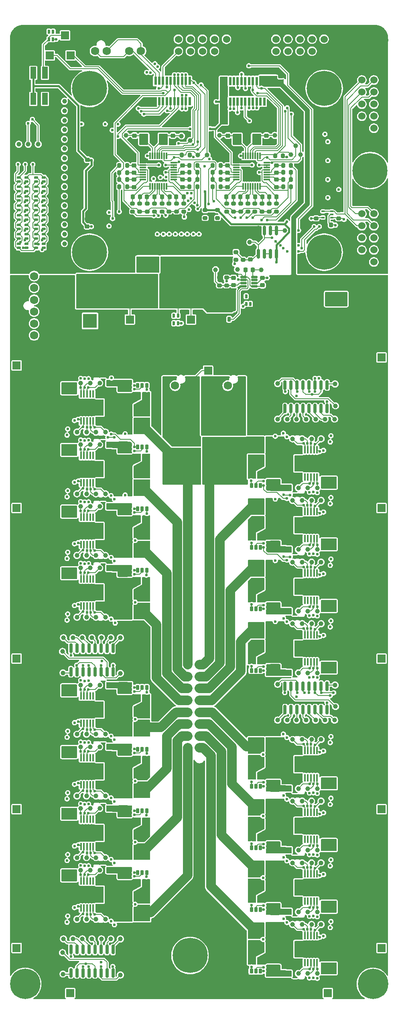
<source format=gtl>
G04 #@! TF.GenerationSoftware,KiCad,Pcbnew,9.0.5*
G04 #@! TF.CreationDate,2025-11-08T18:16:22-06:00*
G04 #@! TF.ProjectId,PowerDistributionUnit_Mk1,506f7765-7244-4697-9374-726962757469,rev?*
G04 #@! TF.SameCoordinates,Original*
G04 #@! TF.FileFunction,Copper,L1,Top*
G04 #@! TF.FilePolarity,Positive*
%FSLAX46Y46*%
G04 Gerber Fmt 4.6, Leading zero omitted, Abs format (unit mm)*
G04 Created by KiCad (PCBNEW 9.0.5) date 2025-11-08 18:16:22*
%MOMM*%
%LPD*%
G01*
G04 APERTURE LIST*
G04 Aperture macros list*
%AMRoundRect*
0 Rectangle with rounded corners*
0 $1 Rounding radius*
0 $2 $3 $4 $5 $6 $7 $8 $9 X,Y pos of 4 corners*
0 Add a 4 corners polygon primitive as box body*
4,1,4,$2,$3,$4,$5,$6,$7,$8,$9,$2,$3,0*
0 Add four circle primitives for the rounded corners*
1,1,$1+$1,$2,$3*
1,1,$1+$1,$4,$5*
1,1,$1+$1,$6,$7*
1,1,$1+$1,$8,$9*
0 Add four rect primitives between the rounded corners*
20,1,$1+$1,$2,$3,$4,$5,0*
20,1,$1+$1,$4,$5,$6,$7,0*
20,1,$1+$1,$6,$7,$8,$9,0*
20,1,$1+$1,$8,$9,$2,$3,0*%
%AMFreePoly0*
4,1,18,-0.697500,2.280000,2.027500,2.280000,2.502500,2.280000,2.502500,1.530000,2.027500,1.530000,2.027500,-1.530000,2.502500,-1.530000,2.502500,-2.280000,-0.697500,-2.280000,-0.697500,-2.775000,-1.602500,-2.775000,-1.602500,-2.280000,-2.027500,-2.280000,-2.027500,2.280000,-1.602500,2.280000,-1.602500,2.775000,-0.697500,2.775000,-0.697500,2.280000,-0.697500,2.280000,$1*%
G04 Aperture macros list end*
G04 #@! TA.AperFunction,SMDPad,CuDef*
%ADD10RoundRect,0.250000X-0.475000X0.250000X-0.475000X-0.250000X0.475000X-0.250000X0.475000X0.250000X0*%
G04 #@! TD*
G04 #@! TA.AperFunction,SMDPad,CuDef*
%ADD11RoundRect,0.225000X0.225000X0.250000X-0.225000X0.250000X-0.225000X-0.250000X0.225000X-0.250000X0*%
G04 #@! TD*
G04 #@! TA.AperFunction,SMDPad,CuDef*
%ADD12C,1.000000*%
G04 #@! TD*
G04 #@! TA.AperFunction,ComponentPad*
%ADD13R,1.700000X1.700000*%
G04 #@! TD*
G04 #@! TA.AperFunction,ComponentPad*
%ADD14C,6.400000*%
G04 #@! TD*
G04 #@! TA.AperFunction,SMDPad,CuDef*
%ADD15RoundRect,0.105000X0.245000X-0.395000X0.245000X0.395000X-0.245000X0.395000X-0.245000X-0.395000X0*%
G04 #@! TD*
G04 #@! TA.AperFunction,ComponentPad*
%ADD16C,1.752600*%
G04 #@! TD*
G04 #@! TA.AperFunction,SMDPad,CuDef*
%ADD17RoundRect,0.250000X0.475000X-0.250000X0.475000X0.250000X-0.475000X0.250000X-0.475000X-0.250000X0*%
G04 #@! TD*
G04 #@! TA.AperFunction,SMDPad,CuDef*
%ADD18RoundRect,0.100000X0.100000X-0.687500X0.100000X0.687500X-0.100000X0.687500X-0.100000X-0.687500X0*%
G04 #@! TD*
G04 #@! TA.AperFunction,HeatsinkPad*
%ADD19C,0.500000*%
G04 #@! TD*
G04 #@! TA.AperFunction,HeatsinkPad*
%ADD20R,5.000000X3.400000*%
G04 #@! TD*
G04 #@! TA.AperFunction,SMDPad,CuDef*
%ADD21RoundRect,0.150000X-0.150000X0.825000X-0.150000X-0.825000X0.150000X-0.825000X0.150000X0.825000X0*%
G04 #@! TD*
G04 #@! TA.AperFunction,SMDPad,CuDef*
%ADD22RoundRect,0.200000X0.275000X-0.200000X0.275000X0.200000X-0.275000X0.200000X-0.275000X-0.200000X0*%
G04 #@! TD*
G04 #@! TA.AperFunction,SMDPad,CuDef*
%ADD23RoundRect,0.200000X0.200000X0.275000X-0.200000X0.275000X-0.200000X-0.275000X0.200000X-0.275000X0*%
G04 #@! TD*
G04 #@! TA.AperFunction,SMDPad,CuDef*
%ADD24RoundRect,0.250000X-1.000000X-0.900000X1.000000X-0.900000X1.000000X0.900000X-1.000000X0.900000X0*%
G04 #@! TD*
G04 #@! TA.AperFunction,SMDPad,CuDef*
%ADD25RoundRect,0.225000X0.250000X-0.225000X0.250000X0.225000X-0.250000X0.225000X-0.250000X-0.225000X0*%
G04 #@! TD*
G04 #@! TA.AperFunction,SMDPad,CuDef*
%ADD26RoundRect,0.225000X-0.250000X0.225000X-0.250000X-0.225000X0.250000X-0.225000X0.250000X0.225000X0*%
G04 #@! TD*
G04 #@! TA.AperFunction,ComponentPad*
%ADD27R,3.000000X3.000000*%
G04 #@! TD*
G04 #@! TA.AperFunction,ComponentPad*
%ADD28C,3.000000*%
G04 #@! TD*
G04 #@! TA.AperFunction,SMDPad,CuDef*
%ADD29RoundRect,0.082500X-0.317500X-0.192500X0.317500X-0.192500X0.317500X0.192500X-0.317500X0.192500X0*%
G04 #@! TD*
G04 #@! TA.AperFunction,SMDPad,CuDef*
%ADD30RoundRect,0.250000X-0.625000X0.375000X-0.625000X-0.375000X0.625000X-0.375000X0.625000X0.375000X0*%
G04 #@! TD*
G04 #@! TA.AperFunction,SMDPad,CuDef*
%ADD31RoundRect,0.100000X-0.100000X0.687500X-0.100000X-0.687500X0.100000X-0.687500X0.100000X0.687500X0*%
G04 #@! TD*
G04 #@! TA.AperFunction,SMDPad,CuDef*
%ADD32R,0.300000X1.450000*%
G04 #@! TD*
G04 #@! TA.AperFunction,SMDPad,CuDef*
%ADD33R,1.450000X0.300000*%
G04 #@! TD*
G04 #@! TA.AperFunction,SMDPad,CuDef*
%ADD34RoundRect,0.250000X0.625000X-0.375000X0.625000X0.375000X-0.625000X0.375000X-0.625000X-0.375000X0*%
G04 #@! TD*
G04 #@! TA.AperFunction,SMDPad,CuDef*
%ADD35RoundRect,0.200000X-0.200000X-0.275000X0.200000X-0.275000X0.200000X0.275000X-0.200000X0.275000X0*%
G04 #@! TD*
G04 #@! TA.AperFunction,SMDPad,CuDef*
%ADD36RoundRect,0.250000X0.900000X-1.000000X0.900000X1.000000X-0.900000X1.000000X-0.900000X-1.000000X0*%
G04 #@! TD*
G04 #@! TA.AperFunction,SMDPad,CuDef*
%ADD37RoundRect,0.250000X-0.900000X1.000000X-0.900000X-1.000000X0.900000X-1.000000X0.900000X1.000000X0*%
G04 #@! TD*
G04 #@! TA.AperFunction,SMDPad,CuDef*
%ADD38RoundRect,0.105000X-0.245000X0.395000X-0.245000X-0.395000X0.245000X-0.395000X0.245000X0.395000X0*%
G04 #@! TD*
G04 #@! TA.AperFunction,SMDPad,CuDef*
%ADD39RoundRect,0.082500X-0.192500X0.317500X-0.192500X-0.317500X0.192500X-0.317500X0.192500X0.317500X0*%
G04 #@! TD*
G04 #@! TA.AperFunction,ComponentPad*
%ADD40C,2.780000*%
G04 #@! TD*
G04 #@! TA.AperFunction,SMDPad,CuDef*
%ADD41RoundRect,0.225000X-0.225000X-0.250000X0.225000X-0.250000X0.225000X0.250000X-0.225000X0.250000X0*%
G04 #@! TD*
G04 #@! TA.AperFunction,SMDPad,CuDef*
%ADD42RoundRect,0.100000X-0.225000X-0.100000X0.225000X-0.100000X0.225000X0.100000X-0.225000X0.100000X0*%
G04 #@! TD*
G04 #@! TA.AperFunction,ComponentPad*
%ADD43C,1.524000*%
G04 #@! TD*
G04 #@! TA.AperFunction,ComponentPad*
%ADD44C,7.400000*%
G04 #@! TD*
G04 #@! TA.AperFunction,SMDPad,CuDef*
%ADD45RoundRect,0.082500X0.192500X-0.317500X0.192500X0.317500X-0.192500X0.317500X-0.192500X-0.317500X0*%
G04 #@! TD*
G04 #@! TA.AperFunction,SMDPad,CuDef*
%ADD46RoundRect,0.125000X0.537500X0.125000X-0.537500X0.125000X-0.537500X-0.125000X0.537500X-0.125000X0*%
G04 #@! TD*
G04 #@! TA.AperFunction,SMDPad,CuDef*
%ADD47RoundRect,0.200000X-0.275000X0.200000X-0.275000X-0.200000X0.275000X-0.200000X0.275000X0.200000X0*%
G04 #@! TD*
G04 #@! TA.AperFunction,SMDPad,CuDef*
%ADD48RoundRect,0.150000X0.150000X-0.825000X0.150000X0.825000X-0.150000X0.825000X-0.150000X-0.825000X0*%
G04 #@! TD*
G04 #@! TA.AperFunction,SMDPad,CuDef*
%ADD49R,4.350000X2.100000*%
G04 #@! TD*
G04 #@! TA.AperFunction,SMDPad,CuDef*
%ADD50RoundRect,0.187500X0.187500X-0.312500X0.187500X0.312500X-0.187500X0.312500X-0.187500X-0.312500X0*%
G04 #@! TD*
G04 #@! TA.AperFunction,SMDPad,CuDef*
%ADD51FreePoly0,90.000000*%
G04 #@! TD*
G04 #@! TA.AperFunction,SMDPad,CuDef*
%ADD52RoundRect,0.250000X0.700000X0.950000X-0.700000X0.950000X-0.700000X-0.950000X0.700000X-0.950000X0*%
G04 #@! TD*
G04 #@! TA.AperFunction,SMDPad,CuDef*
%ADD53R,1.200000X2.500000*%
G04 #@! TD*
G04 #@! TA.AperFunction,SMDPad,CuDef*
%ADD54R,0.550000X1.800000*%
G04 #@! TD*
G04 #@! TA.AperFunction,ViaPad*
%ADD55C,0.600000*%
G04 #@! TD*
G04 #@! TA.AperFunction,Conductor*
%ADD56C,0.150000*%
G04 #@! TD*
G04 #@! TA.AperFunction,Conductor*
%ADD57C,0.200000*%
G04 #@! TD*
G04 #@! TA.AperFunction,Conductor*
%ADD58C,1.000000*%
G04 #@! TD*
G04 #@! TA.AperFunction,Conductor*
%ADD59C,2.000000*%
G04 #@! TD*
G04 #@! TA.AperFunction,Conductor*
%ADD60C,0.400000*%
G04 #@! TD*
G04 APERTURE END LIST*
D10*
X178900000Y-147350000D03*
X178900000Y-149250000D03*
D11*
X142675000Y300000D03*
X141125000Y300000D03*
D12*
X175850000Y-50750000D03*
D13*
X179300000Y-167600000D03*
D12*
X177850000Y-63750000D03*
X175050000Y-124500000D03*
D13*
X113600000Y-97100000D03*
D12*
X131148000Y-52000000D03*
D14*
X188800000Y33300000D03*
D12*
X177850000Y-50750000D03*
D15*
X139150000Y-67900000D03*
X141050000Y-67900000D03*
X141050000Y-65500000D03*
X140100000Y-65500000D03*
X139150000Y-65500000D03*
D11*
X157275000Y16300000D03*
X155725000Y16300000D03*
D12*
X129148000Y-128700000D03*
D13*
X135198000Y-87300000D03*
D16*
X152200000Y-115900000D03*
X152200000Y-113400000D03*
X152200000Y-110900000D03*
X152200000Y-108400000D03*
X152200000Y-105900000D03*
X152200000Y-103400000D03*
X152200000Y-100900000D03*
X152200000Y-98399999D03*
X149700000Y-115900000D03*
X149700000Y-113400000D03*
X149700000Y-110900000D03*
X149700000Y-108400000D03*
X149700000Y-105900000D03*
X149700000Y-103400000D03*
X149700000Y-100900000D03*
X149700000Y-98399999D03*
D17*
X125298000Y-81150000D03*
X125298000Y-79250000D03*
D13*
X113600000Y-35300000D03*
X190600000Y-33600000D03*
D12*
X173500000Y9200000D03*
X177050000Y-87100000D03*
X127148000Y-65000000D03*
D18*
X127173000Y-110712500D03*
X127823000Y-110712500D03*
X128473000Y-110712500D03*
X129123000Y-110712500D03*
X129773000Y-110712500D03*
X130423000Y-110712500D03*
X131073000Y-110712500D03*
X131723000Y-110712500D03*
X131723000Y-104987500D03*
X131073000Y-104987500D03*
X130423000Y-104987500D03*
X129773000Y-104987500D03*
X129123000Y-104987500D03*
X128473000Y-104987500D03*
X127823000Y-104987500D03*
X127173000Y-104987500D03*
D19*
X127648000Y-109050000D03*
X128848000Y-109050000D03*
X130048000Y-109050000D03*
X131248000Y-109050000D03*
X127648000Y-107850000D03*
X128848000Y-107850000D03*
D20*
X129448000Y-107850000D03*
D19*
X130048000Y-107850000D03*
X131248000Y-107850000D03*
X127648000Y-106650000D03*
X128848000Y-106650000D03*
X130048000Y-106650000D03*
X131248000Y-106650000D03*
D12*
X177050000Y-137500000D03*
D21*
X168405000Y-6825000D03*
X167135000Y-6825000D03*
X165865000Y-6825000D03*
X164595000Y-6825000D03*
X164595000Y-11775000D03*
X165865000Y-11775000D03*
X167135000Y-11775000D03*
X168405000Y-11775000D03*
D22*
X163900000Y-2825000D03*
X163900000Y-1175000D03*
D12*
X173050000Y-100100000D03*
X123498000Y-92700000D03*
D13*
X190600000Y-128850000D03*
D23*
X171525000Y3900000D03*
X169875000Y3900000D03*
D11*
X157275000Y17800000D03*
X155725000Y17800000D03*
D12*
X173850000Y-114150000D03*
X171850000Y-50750000D03*
D24*
X141750000Y-13900000D03*
X146050000Y-13900000D03*
D12*
X131148000Y-102700000D03*
D25*
X133048000Y-130075000D03*
X133048000Y-128525000D03*
D12*
X173050000Y-163500000D03*
D11*
X148850000Y300000D03*
X147300000Y300000D03*
D26*
X180650000Y-96925000D03*
X180650000Y-98475000D03*
D12*
X175050000Y-163500000D03*
X132348000Y-113050000D03*
X171850000Y-140150000D03*
X150200000Y12100000D03*
D27*
X129100000Y-25900000D03*
D28*
X129100000Y-20900000D03*
D12*
X129148000Y-78000000D03*
D29*
X117702359Y-521641D03*
X117702359Y378359D03*
X119302359Y378359D03*
X119302359Y-521641D03*
D12*
X128348000Y-49350000D03*
D13*
X190600000Y-20600000D03*
D10*
X178900000Y-96950000D03*
X178900000Y-98850000D03*
D14*
X115400000Y-165700000D03*
D30*
X140100000Y-121800000D03*
X140100000Y-124600000D03*
D12*
X129498000Y-92700000D03*
D31*
X177025000Y-142487500D03*
X176375000Y-142487500D03*
X175725000Y-142487500D03*
X175075000Y-142487500D03*
X174425000Y-142487500D03*
X173775000Y-142487500D03*
X173125000Y-142487500D03*
X172475000Y-142487500D03*
X172475000Y-148212500D03*
X173125000Y-148212500D03*
X173775000Y-148212500D03*
X174425000Y-148212500D03*
X175075000Y-148212500D03*
X175725000Y-148212500D03*
X176375000Y-148212500D03*
X177025000Y-148212500D03*
D19*
X176550000Y-144150000D03*
X175350000Y-144150000D03*
X174150000Y-144150000D03*
X172950000Y-144150000D03*
X176550000Y-145350000D03*
X175350000Y-145350000D03*
D20*
X174750000Y-145350000D03*
D19*
X174150000Y-145350000D03*
X172950000Y-145350000D03*
X176550000Y-146550000D03*
X175350000Y-146550000D03*
X174150000Y-146550000D03*
X172950000Y-146550000D03*
D12*
X123700000Y-5600000D03*
X173850000Y-153150000D03*
X130348000Y-139050000D03*
X132348000Y-152050000D03*
D25*
X123548000Y-55175000D03*
X123548000Y-53625000D03*
D32*
X141750000Y2475000D03*
X142250000Y2475000D03*
X142750000Y2475000D03*
X143250000Y2475000D03*
X143750000Y2475000D03*
X144250000Y2475000D03*
X144750000Y2475000D03*
X145250000Y2475000D03*
D33*
X146725000Y3950000D03*
X146725000Y4450000D03*
X146725000Y4950000D03*
X146725000Y5450000D03*
X146725000Y5950000D03*
X146725000Y6450000D03*
X146725000Y6950000D03*
X146725000Y7450000D03*
D32*
X145250000Y8925000D03*
X144750000Y8925000D03*
X144250000Y8925000D03*
X143750000Y8925000D03*
X143250000Y8925000D03*
X142750000Y8925000D03*
X142250000Y8925000D03*
X141750000Y8925000D03*
D33*
X140275000Y7450000D03*
X140275000Y6950000D03*
X140275000Y6450000D03*
X140275000Y5950000D03*
X140275000Y5450000D03*
X140275000Y4950000D03*
X140275000Y4450000D03*
X140275000Y3950000D03*
D13*
X123800000Y34300000D03*
D25*
X128500000Y-5975000D03*
X128500000Y-4425000D03*
D12*
X177850000Y-76750000D03*
D13*
X135198000Y-151000000D03*
D30*
X140100000Y-45100000D03*
X140100000Y-47900000D03*
D12*
X123700000Y14400000D03*
X175050000Y-100100000D03*
X135500000Y-163800000D03*
X177050000Y-163500000D03*
D30*
X140100000Y-147800000D03*
X140100000Y-150600000D03*
D12*
X123700000Y-3600000D03*
D22*
X142675000Y-2825000D03*
X142675000Y-1175000D03*
D13*
X135198000Y-48300000D03*
D12*
X126348000Y-152050000D03*
D10*
X178900000Y-83950000D03*
X178900000Y-85850000D03*
D13*
X169000000Y-154200000D03*
D12*
X173850000Y-89750000D03*
D31*
X177025000Y-155487500D03*
X176375000Y-155487500D03*
X175725000Y-155487500D03*
X175075000Y-155487500D03*
X174425000Y-155487500D03*
X173775000Y-155487500D03*
X173125000Y-155487500D03*
X172475000Y-155487500D03*
X172475000Y-161212500D03*
X173125000Y-161212500D03*
X173775000Y-161212500D03*
X174425000Y-161212500D03*
X175075000Y-161212500D03*
X175725000Y-161212500D03*
X176375000Y-161212500D03*
X177025000Y-161212500D03*
D19*
X176550000Y-157150000D03*
X175350000Y-157150000D03*
X174150000Y-157150000D03*
X172950000Y-157150000D03*
X176550000Y-158350000D03*
X175350000Y-158350000D03*
D20*
X174750000Y-158350000D03*
D19*
X174150000Y-158350000D03*
X172950000Y-158350000D03*
X176550000Y-159550000D03*
X175350000Y-159550000D03*
X174150000Y-159550000D03*
X172950000Y-159550000D03*
D12*
X177850000Y-114150000D03*
D13*
X169000000Y-51800000D03*
D34*
X164100000Y-144400000D03*
X164100000Y-141600000D03*
D35*
X135275000Y3900000D03*
X136925000Y3900000D03*
D36*
X168100000Y-149900000D03*
X168100000Y-145600000D03*
D37*
X136098000Y-116300000D03*
X136098000Y-120600000D03*
D12*
X175850000Y-140150000D03*
D25*
X133048000Y-40375000D03*
X133048000Y-38825000D03*
D22*
X160900000Y-2825000D03*
X160900000Y-1175000D03*
D36*
X168100000Y-99500000D03*
X168100000Y-95200000D03*
X168100000Y-73500000D03*
X168100000Y-69200000D03*
D22*
X156000000Y-4190000D03*
X156000000Y-2540000D03*
D13*
X169000000Y-128200000D03*
D36*
X168100000Y-86500000D03*
X168100000Y-82200000D03*
D11*
X168475000Y300000D03*
X166925000Y300000D03*
D38*
X165050000Y-147600000D03*
X163150000Y-147600000D03*
X163150000Y-150000000D03*
X164100000Y-150000000D03*
X165050000Y-150000000D03*
D35*
X135275000Y2400000D03*
X136925000Y2400000D03*
D37*
X136098000Y-39600000D03*
X136098000Y-43900000D03*
D13*
X135198000Y-74300000D03*
D21*
X133943000Y-158425000D03*
X132673000Y-158425000D03*
X131403000Y-158425000D03*
X130133000Y-158425000D03*
X128863000Y-158425000D03*
X127593000Y-158425000D03*
X126323000Y-158425000D03*
X125053000Y-158425000D03*
X125053000Y-163375000D03*
X126323000Y-163375000D03*
X127593000Y-163375000D03*
X128863000Y-163375000D03*
X130133000Y-163375000D03*
X131403000Y-163375000D03*
X132673000Y-163375000D03*
X133943000Y-163375000D03*
D12*
X177850000Y-153150000D03*
X135498000Y-92700000D03*
X178700000Y-46600000D03*
D36*
X168100000Y-123900000D03*
X168100000Y-119600000D03*
D11*
X179975000Y-5649499D03*
X178425000Y-5649499D03*
D12*
X127148000Y-115700000D03*
X126348000Y-139050000D03*
D15*
X139150000Y-54900000D03*
X141050000Y-54900000D03*
X141050000Y-52500000D03*
X140100000Y-52500000D03*
X139150000Y-52500000D03*
D12*
X180800000Y-39200000D03*
D22*
X181600000Y-4274499D03*
X181600000Y-2624499D03*
D39*
X120412500Y35100000D03*
X121312500Y35100000D03*
X121312500Y33500000D03*
X120412500Y33500000D03*
D13*
X190600000Y-65350000D03*
D12*
X175850000Y-76750000D03*
D23*
X151725000Y6900000D03*
X150075000Y6900000D03*
D13*
X113600000Y-158100000D03*
D12*
X173050000Y-61100000D03*
X130348000Y-126050000D03*
D25*
X133048000Y-143075000D03*
X133048000Y-141525000D03*
D12*
X127148000Y-52000000D03*
X171850000Y-114150000D03*
D13*
X169000000Y-115200000D03*
D34*
X164100000Y-68000000D03*
X164100000Y-65200000D03*
D22*
X148850000Y-2825000D03*
X148850000Y-1175000D03*
D38*
X165050000Y-121600000D03*
X163150000Y-121600000D03*
X163150000Y-124000000D03*
X164100000Y-124000000D03*
X165050000Y-124000000D03*
D12*
X135498000Y-156200000D03*
D29*
X117702359Y-8521641D03*
X117702359Y-7621641D03*
X119302359Y-7621641D03*
X119302359Y-8521641D03*
D25*
X133048000Y-104075000D03*
X133048000Y-102525000D03*
D26*
X171150000Y-123125000D03*
X171150000Y-124675000D03*
D31*
X177025000Y-66087500D03*
X176375000Y-66087500D03*
X175725000Y-66087500D03*
X175075000Y-66087500D03*
X174425000Y-66087500D03*
X173775000Y-66087500D03*
X173125000Y-66087500D03*
X172475000Y-66087500D03*
X172475000Y-71812500D03*
X173125000Y-71812500D03*
X173775000Y-71812500D03*
X174425000Y-71812500D03*
X175075000Y-71812500D03*
X175725000Y-71812500D03*
X176375000Y-71812500D03*
X177025000Y-71812500D03*
D19*
X176550000Y-67750000D03*
X175350000Y-67750000D03*
X174150000Y-67750000D03*
X172950000Y-67750000D03*
X176550000Y-68950000D03*
X175350000Y-68950000D03*
D20*
X174750000Y-68950000D03*
D19*
X174150000Y-68950000D03*
X172950000Y-68950000D03*
X176550000Y-70150000D03*
X175350000Y-70150000D03*
X174150000Y-70150000D03*
X172950000Y-70150000D03*
D13*
X124900000Y-167600000D03*
D29*
X117702359Y1478359D03*
X117702359Y2378359D03*
X119302359Y2378359D03*
X119302359Y1478359D03*
D12*
X170700000Y-46600000D03*
D29*
X117702359Y-6521641D03*
X117702359Y-5621641D03*
X119302359Y-5621641D03*
X119302359Y-6521641D03*
D17*
X125298000Y-105850000D03*
X125298000Y-103950000D03*
D25*
X133048000Y-53375000D03*
X133048000Y-51825000D03*
D12*
X131498000Y-92700000D03*
X129498000Y-156200000D03*
D25*
X133048000Y-117075000D03*
X133048000Y-115525000D03*
X169300000Y24125000D03*
X169300000Y25675000D03*
D38*
X165050000Y-71200000D03*
X163150000Y-71200000D03*
X163150000Y-73600000D03*
X164100000Y-73600000D03*
X165050000Y-73600000D03*
D25*
X133048000Y-66375000D03*
X133048000Y-64825000D03*
D12*
X173850000Y-127150000D03*
D14*
X188800000Y-165700000D03*
D15*
X139150000Y-144600000D03*
X141050000Y-144600000D03*
X141050000Y-142200000D03*
X140100000Y-142200000D03*
X139150000Y-142200000D03*
X139150000Y-118600000D03*
X141050000Y-118600000D03*
X141050000Y-116200000D03*
X140100000Y-116200000D03*
X139150000Y-116200000D03*
D16*
X160650000Y-39550000D03*
X158150000Y-39550000D03*
D12*
X177850000Y-127150000D03*
D30*
X140100000Y-71100000D03*
X140100000Y-73900000D03*
D34*
X164100000Y-94000000D03*
X164100000Y-91200000D03*
D12*
X173850000Y-50750000D03*
D13*
X190600000Y-97100000D03*
D12*
X123700000Y8400000D03*
D16*
X117300000Y-16450000D03*
X117300000Y-18950000D03*
X117300000Y-21450000D03*
X117300000Y-23950000D03*
X117300000Y-26450000D03*
X117300000Y-28950000D03*
D12*
X128348000Y-126050000D03*
X123298000Y-159100000D03*
X153800000Y9100000D03*
D40*
X146600000Y-56760000D03*
X150000000Y-56760000D03*
X146600000Y-46840000D03*
X150000000Y-46840000D03*
D38*
X165050000Y-134600000D03*
X163150000Y-134600000D03*
X163150000Y-137000000D03*
X164100000Y-137000000D03*
X165050000Y-137000000D03*
D41*
X138125000Y300000D03*
X139675000Y300000D03*
D22*
X162400000Y-2825000D03*
X162400000Y-1175000D03*
D12*
X130348000Y-88350000D03*
D38*
X165050000Y-97200000D03*
X163150000Y-97200000D03*
X163150000Y-99600000D03*
X164100000Y-99600000D03*
X165050000Y-99600000D03*
D12*
X174700000Y-110075000D03*
X131148000Y-141700000D03*
D42*
X178250000Y-2799499D03*
X178250000Y-3449499D03*
X178250000Y-4099499D03*
X180150000Y-4099499D03*
X180150000Y-3449499D03*
X180150000Y-2799499D03*
D12*
X130348000Y-49350000D03*
D26*
X138400000Y6875000D03*
X138400000Y5325000D03*
D12*
X177850000Y-140150000D03*
D34*
X164100000Y-131400000D03*
X164100000Y-128600000D03*
D12*
X129148000Y-52000000D03*
X175050000Y-137500000D03*
D43*
X178496600Y30963300D03*
X178496600Y33503300D03*
X175956600Y30963300D03*
X175956600Y33503300D03*
X173416600Y30963300D03*
X173416600Y33503300D03*
X170876600Y30963300D03*
X170876600Y33503300D03*
X168336600Y30963300D03*
X168336600Y33503300D03*
D12*
X125498000Y-156200000D03*
X175850000Y-114150000D03*
D25*
X123548000Y-131875000D03*
X123548000Y-130325000D03*
D12*
X131148000Y-78000000D03*
D37*
X136098000Y-103300000D03*
X136098000Y-107600000D03*
D12*
X123700000Y-7600000D03*
D17*
X125298000Y-42150000D03*
X125298000Y-40250000D03*
D41*
X144325000Y300000D03*
X145875000Y300000D03*
D34*
X164100000Y-81000000D03*
X164100000Y-78200000D03*
D13*
X125000000Y30100000D03*
X113600000Y-65350000D03*
D22*
X147350000Y-2825000D03*
X147350000Y-1175000D03*
D12*
X171850000Y-127150000D03*
X160200000Y-15050000D03*
X165200000Y-15100000D03*
X175050000Y-150500000D03*
D22*
X159900000Y-13025000D03*
X159900000Y-11375000D03*
D31*
X177025000Y-129487500D03*
X176375000Y-129487500D03*
X175725000Y-129487500D03*
X175075000Y-129487500D03*
X174425000Y-129487500D03*
X173775000Y-129487500D03*
X173125000Y-129487500D03*
X172475000Y-129487500D03*
X172475000Y-135212500D03*
X173125000Y-135212500D03*
X173775000Y-135212500D03*
X174425000Y-135212500D03*
X175075000Y-135212500D03*
X175725000Y-135212500D03*
X176375000Y-135212500D03*
X177025000Y-135212500D03*
D19*
X176550000Y-131150000D03*
X175350000Y-131150000D03*
X174150000Y-131150000D03*
X172950000Y-131150000D03*
X176550000Y-132350000D03*
X175350000Y-132350000D03*
D20*
X174750000Y-132350000D03*
D19*
X174150000Y-132350000D03*
X172950000Y-132350000D03*
X176550000Y-133550000D03*
X175350000Y-133550000D03*
X174150000Y-133550000D03*
X172950000Y-133550000D03*
D12*
X127148000Y-39000000D03*
D23*
X171525000Y2400000D03*
X169875000Y2400000D03*
D15*
X139150000Y-80900000D03*
X141050000Y-80900000D03*
X141050000Y-78500000D03*
X140100000Y-78500000D03*
X139150000Y-78500000D03*
D31*
X177025000Y-79087500D03*
X176375000Y-79087500D03*
X175725000Y-79087500D03*
X175075000Y-79087500D03*
X174425000Y-79087500D03*
X173775000Y-79087500D03*
X173125000Y-79087500D03*
X172475000Y-79087500D03*
X172475000Y-84812500D03*
X173125000Y-84812500D03*
X173775000Y-84812500D03*
X174425000Y-84812500D03*
X175075000Y-84812500D03*
X175725000Y-84812500D03*
X176375000Y-84812500D03*
X177025000Y-84812500D03*
D19*
X176550000Y-80750000D03*
X175350000Y-80750000D03*
X174150000Y-80750000D03*
X172950000Y-80750000D03*
X176550000Y-81950000D03*
X175350000Y-81950000D03*
D20*
X174750000Y-81950000D03*
D19*
X174150000Y-81950000D03*
X172950000Y-81950000D03*
X176550000Y-83150000D03*
X175350000Y-83150000D03*
X174150000Y-83150000D03*
X172950000Y-83150000D03*
D22*
X159400000Y-2825000D03*
X159400000Y-1175000D03*
D12*
X129148000Y-141700000D03*
D22*
X176800000Y-4274499D03*
X176800000Y-2624499D03*
D12*
X128348000Y-113050000D03*
X123700000Y12400000D03*
D13*
X154000000Y-36400000D03*
D26*
X180650000Y-160325000D03*
X180650000Y-161875000D03*
D12*
X123700000Y-9600000D03*
X175050000Y-74100000D03*
D41*
X163925000Y300000D03*
X165475000Y300000D03*
D12*
X123298000Y-95600000D03*
D26*
X171150000Y-85725000D03*
X171150000Y-87275000D03*
D13*
X169000000Y-141200000D03*
D25*
X158100000Y2325000D03*
X158100000Y3875000D03*
D12*
X125498000Y-92700000D03*
D36*
X168100000Y-162900000D03*
X168100000Y-158600000D03*
D29*
X114102359Y1478359D03*
X114102359Y2378359D03*
X115702359Y2378359D03*
X115702359Y1478359D03*
D22*
X166900000Y-2825000D03*
X166900000Y-1175000D03*
D12*
X175850000Y-89750000D03*
X168700000Y-102500000D03*
X132348000Y-49350000D03*
D26*
X180650000Y-147325000D03*
X180650000Y-148875000D03*
X171150000Y-98725000D03*
X171150000Y-100275000D03*
D12*
X168700000Y-46600000D03*
X175050000Y-87100000D03*
D26*
X171150000Y-162125000D03*
X171150000Y-163675000D03*
D15*
X139150000Y-131600000D03*
X141050000Y-131600000D03*
X141050000Y-129200000D03*
X140100000Y-129200000D03*
X139150000Y-129200000D03*
D13*
X135198000Y-61300000D03*
D44*
X188200000Y5800000D03*
D29*
X114102359Y-521641D03*
X114102359Y378359D03*
X115702359Y378359D03*
X115702359Y-521641D03*
D26*
X171150000Y-72725000D03*
X171150000Y-74275000D03*
D12*
X128348000Y-139050000D03*
D25*
X123548000Y-42175000D03*
X123548000Y-40625000D03*
D12*
X128348000Y-88350000D03*
D35*
X154975000Y6900000D03*
X156625000Y6900000D03*
D12*
X170700000Y-110075000D03*
D32*
X161450000Y2475000D03*
X161950000Y2475000D03*
X162450000Y2475000D03*
X162950000Y2475000D03*
X163450000Y2475000D03*
X163950000Y2475000D03*
X164450000Y2475000D03*
X164950000Y2475000D03*
D33*
X166425000Y3950000D03*
X166425000Y4450000D03*
X166425000Y4950000D03*
X166425000Y5450000D03*
X166425000Y5950000D03*
X166425000Y6450000D03*
X166425000Y6950000D03*
X166425000Y7450000D03*
D32*
X164950000Y8925000D03*
X164450000Y8925000D03*
X163950000Y8925000D03*
X163450000Y8925000D03*
X162950000Y8925000D03*
X162450000Y8925000D03*
X161950000Y8925000D03*
X161450000Y8925000D03*
D33*
X159975000Y7450000D03*
X159975000Y6950000D03*
X159975000Y6450000D03*
X159975000Y5950000D03*
X159975000Y5450000D03*
X159975000Y4950000D03*
X159975000Y4450000D03*
X159975000Y3950000D03*
D45*
X162950000Y-22300000D03*
X162050000Y-22300000D03*
X162050000Y-20700000D03*
X162950000Y-20700000D03*
D46*
X163800000Y-18575000D03*
X163800000Y-17925000D03*
X163800000Y-17275000D03*
X163800000Y-16625000D03*
X161525000Y-16625000D03*
X161525000Y-17275000D03*
X161525000Y-17925000D03*
X161525000Y-18575000D03*
D26*
X168400000Y6875000D03*
X168400000Y5325000D03*
D12*
X129148000Y-39000000D03*
D47*
X156400000Y-16750000D03*
X156400000Y-18400000D03*
D23*
X151725000Y5400000D03*
X150075000Y5400000D03*
D12*
X171850000Y-63750000D03*
X132348000Y-126050000D03*
X118164359Y11353359D03*
X127148000Y-128700000D03*
D48*
X170255000Y-107850000D03*
X171525000Y-107850000D03*
X172795000Y-107850000D03*
X174065000Y-107850000D03*
X175335000Y-107850000D03*
X176605000Y-107850000D03*
X177875000Y-107850000D03*
X179145000Y-107850000D03*
X179145000Y-102900000D03*
X177875000Y-102900000D03*
X176605000Y-102900000D03*
X175335000Y-102900000D03*
X174065000Y-102900000D03*
X172795000Y-102900000D03*
X171525000Y-102900000D03*
X170255000Y-102900000D03*
D25*
X168400000Y2325000D03*
X168400000Y3875000D03*
D37*
X136098000Y-129300000D03*
X136098000Y-133600000D03*
D22*
X141175000Y-2825000D03*
X141175000Y-1175000D03*
D13*
X135198000Y-125000000D03*
D12*
X131148000Y-39000000D03*
X127148000Y-141700000D03*
X126348000Y-88350000D03*
X123700000Y16400000D03*
X126348000Y-49350000D03*
X177050000Y-124500000D03*
D26*
X171150000Y-136125000D03*
X171150000Y-137675000D03*
D12*
X175050000Y-61100000D03*
D25*
X159400000Y-18350000D03*
X159400000Y-16800000D03*
D36*
X168100000Y-136900000D03*
X168100000Y-132600000D03*
D49*
X170900000Y-21700000D03*
X181100000Y-21700000D03*
D16*
X149550000Y-39540000D03*
X147050000Y-39540000D03*
D12*
X132348000Y-139050000D03*
D22*
X161400000Y-13025000D03*
X161400000Y-11375000D03*
D12*
X129148000Y-102700000D03*
X132348000Y-88350000D03*
X173050000Y-87100000D03*
D22*
X153400000Y-4190000D03*
X153400000Y-2540000D03*
D26*
X171150000Y-149125000D03*
X171150000Y-150675000D03*
D12*
X131148000Y-65000000D03*
D37*
X136098000Y-65600000D03*
X136098000Y-69900000D03*
D12*
X177050000Y-61100000D03*
D26*
X171150000Y-59725000D03*
X171150000Y-61275000D03*
D40*
X154900000Y-56760000D03*
X158300000Y-56760000D03*
X154900000Y-46840000D03*
X158300000Y-46840000D03*
D13*
X120600000Y30100000D03*
D25*
X123548000Y-81175000D03*
X123548000Y-79625000D03*
D12*
X127498000Y-92700000D03*
X180700000Y-110075000D03*
D17*
X125298000Y-144850000D03*
X125298000Y-142950000D03*
D12*
X176700000Y-110075000D03*
D50*
X154645000Y-25542250D03*
X155915000Y-25542250D03*
X157185000Y-25542250D03*
X158455000Y-25542250D03*
D51*
X156550000Y-22050000D03*
D41*
X161925000Y-15150000D03*
X163475000Y-15150000D03*
D43*
X186460000Y-13460000D03*
X189000000Y-13460000D03*
X186460000Y-10920000D03*
X189000000Y-10920000D03*
X186460000Y-8380000D03*
X189000000Y-8380000D03*
X186460000Y-5840000D03*
X189000000Y-5840000D03*
X186460000Y-3300000D03*
X189000000Y-3300000D03*
D10*
X178900000Y-160350000D03*
X178900000Y-162250000D03*
D38*
X165050000Y-160600000D03*
X163150000Y-160600000D03*
X163150000Y-163000000D03*
X164100000Y-163000000D03*
X165050000Y-163000000D03*
D12*
X123700000Y20400000D03*
D15*
X139150000Y-105600000D03*
X141050000Y-105600000D03*
X141050000Y-103200000D03*
X140100000Y-103200000D03*
X139150000Y-103200000D03*
D12*
X128348000Y-152050000D03*
D26*
X158100000Y6875000D03*
X158100000Y5325000D03*
X180650000Y-134325000D03*
X180650000Y-135875000D03*
D12*
X126348000Y-113050000D03*
X133498000Y-156200000D03*
D18*
X127173000Y-60012500D03*
X127823000Y-60012500D03*
X128473000Y-60012500D03*
X129123000Y-60012500D03*
X129773000Y-60012500D03*
X130423000Y-60012500D03*
X131073000Y-60012500D03*
X131723000Y-60012500D03*
X131723000Y-54287500D03*
X131073000Y-54287500D03*
X130423000Y-54287500D03*
X129773000Y-54287500D03*
X129123000Y-54287500D03*
X128473000Y-54287500D03*
X127823000Y-54287500D03*
X127173000Y-54287500D03*
D19*
X127648000Y-58350000D03*
X128848000Y-58350000D03*
X130048000Y-58350000D03*
X131248000Y-58350000D03*
X127648000Y-57150000D03*
X128848000Y-57150000D03*
D20*
X129448000Y-57150000D03*
D19*
X130048000Y-57150000D03*
X131248000Y-57150000D03*
X127648000Y-55950000D03*
X128848000Y-55950000D03*
X130048000Y-55950000D03*
X131248000Y-55950000D03*
D52*
X144550000Y12400000D03*
X140450000Y12400000D03*
D12*
X128348000Y-62350000D03*
D13*
X137500000Y-25600000D03*
X113600000Y-128850000D03*
D23*
X151725000Y3900000D03*
X150075000Y3900000D03*
D12*
X171850000Y-153150000D03*
X180900000Y-107200000D03*
X126348000Y-62350000D03*
D13*
X150400000Y-25600000D03*
D12*
X148400000Y13100000D03*
X173850000Y-76750000D03*
X175850000Y-127150000D03*
D29*
X117702359Y-4521641D03*
X117702359Y-3621641D03*
X119302359Y-3621641D03*
X119302359Y-4521641D03*
D35*
X154975000Y5400000D03*
X156625000Y5400000D03*
D25*
X162900000Y-12975000D03*
X162900000Y-11425000D03*
D44*
X150200000Y-159700000D03*
D37*
X136098000Y-142300000D03*
X136098000Y-146600000D03*
D53*
X119600000Y26400000D03*
X117100000Y26400000D03*
X114600000Y26400000D03*
X119600000Y20900000D03*
X117100000Y20900000D03*
X114600000Y20900000D03*
D29*
X117702359Y-2521641D03*
X117702359Y-1621641D03*
X119302359Y-1621641D03*
X119302359Y-2521641D03*
D12*
X177050000Y-100100000D03*
X155600000Y-15100000D03*
D26*
X138500000Y13175000D03*
X138500000Y11625000D03*
D12*
X126348000Y-75350000D03*
X173850000Y-140150000D03*
X135500000Y-100200000D03*
D37*
X136098000Y-52600000D03*
X136098000Y-56900000D03*
D38*
X165050000Y-58200000D03*
X163150000Y-58200000D03*
X163150000Y-60600000D03*
X164100000Y-60600000D03*
X165050000Y-60600000D03*
D12*
X176700000Y-46600000D03*
X123700000Y4400000D03*
X180700000Y-46600000D03*
D13*
X190600000Y-158100000D03*
D35*
X135275000Y5375000D03*
X136925000Y5375000D03*
D10*
X178900000Y-70950000D03*
X178900000Y-72850000D03*
D12*
X151800000Y9100000D03*
D22*
X165400000Y-2825000D03*
X165400000Y-1175000D03*
D12*
X123700000Y-1600000D03*
D35*
X154975000Y3900000D03*
X156625000Y3900000D03*
D29*
X114102359Y-8521641D03*
X114102359Y-7621641D03*
X115702359Y-7621641D03*
X115702359Y-8521641D03*
D25*
X133048000Y-79375000D03*
X133048000Y-77825000D03*
D22*
X144275000Y-2825000D03*
X144275000Y-1175000D03*
D12*
X130348000Y-75350000D03*
D25*
X128515000Y8095000D03*
X128515000Y9645000D03*
D34*
X164100000Y-157400000D03*
X164100000Y-154600000D03*
D12*
X123700000Y6400000D03*
D10*
X178900000Y-134350000D03*
X178900000Y-136250000D03*
D40*
X139040000Y-18300000D03*
X139040000Y-21700000D03*
X148960000Y-18300000D03*
X148960000Y-21700000D03*
D12*
X123700000Y18400000D03*
D29*
X114102359Y3478359D03*
X114102359Y4378359D03*
X115702359Y4378359D03*
X115702359Y3478359D03*
D12*
X173050000Y-74100000D03*
D18*
X127173000Y-123712500D03*
X127823000Y-123712500D03*
X128473000Y-123712500D03*
X129123000Y-123712500D03*
X129773000Y-123712500D03*
X130423000Y-123712500D03*
X131073000Y-123712500D03*
X131723000Y-123712500D03*
X131723000Y-117987500D03*
X131073000Y-117987500D03*
X130423000Y-117987500D03*
X129773000Y-117987500D03*
X129123000Y-117987500D03*
X128473000Y-117987500D03*
X127823000Y-117987500D03*
X127173000Y-117987500D03*
D19*
X127648000Y-122050000D03*
X128848000Y-122050000D03*
X130048000Y-122050000D03*
X131248000Y-122050000D03*
X127648000Y-120850000D03*
X128848000Y-120850000D03*
D20*
X129448000Y-120850000D03*
D19*
X130048000Y-120850000D03*
X131248000Y-120850000D03*
X127648000Y-119650000D03*
X128848000Y-119650000D03*
X130048000Y-119650000D03*
X131248000Y-119650000D03*
D25*
X123548000Y-144875000D03*
X123548000Y-143325000D03*
D23*
X169825000Y8900000D03*
X168175000Y8900000D03*
D43*
X186460000Y14720000D03*
X189000000Y14720000D03*
X186460000Y17260000D03*
X189000000Y17260000D03*
X186460000Y19800000D03*
X189000000Y19800000D03*
X186460000Y22340000D03*
X189000000Y22340000D03*
X186460000Y24880000D03*
X189000000Y24880000D03*
D23*
X171525000Y5400000D03*
X169875000Y5400000D03*
D12*
X130348000Y-62350000D03*
D22*
X157900000Y-18400000D03*
X157900000Y-16750000D03*
D18*
X127173000Y-47012500D03*
X127823000Y-47012500D03*
X128473000Y-47012500D03*
X129123000Y-47012500D03*
X129773000Y-47012500D03*
X130423000Y-47012500D03*
X131073000Y-47012500D03*
X131723000Y-47012500D03*
X131723000Y-41287500D03*
X131073000Y-41287500D03*
X130423000Y-41287500D03*
X129773000Y-41287500D03*
X129123000Y-41287500D03*
X128473000Y-41287500D03*
X127823000Y-41287500D03*
X127173000Y-41287500D03*
D19*
X127648000Y-45350000D03*
X128848000Y-45350000D03*
X130048000Y-45350000D03*
X131248000Y-45350000D03*
X127648000Y-44150000D03*
X128848000Y-44150000D03*
D20*
X129448000Y-44150000D03*
D19*
X130048000Y-44150000D03*
X131248000Y-44150000D03*
X127648000Y-42950000D03*
X128848000Y-42950000D03*
X130048000Y-42950000D03*
X131248000Y-42950000D03*
D18*
X127173000Y-73012500D03*
X127823000Y-73012500D03*
X128473000Y-73012500D03*
X129123000Y-73012500D03*
X129773000Y-73012500D03*
X130423000Y-73012500D03*
X131073000Y-73012500D03*
X131723000Y-73012500D03*
X131723000Y-67287500D03*
X131073000Y-67287500D03*
X130423000Y-67287500D03*
X129773000Y-67287500D03*
X129123000Y-67287500D03*
X128473000Y-67287500D03*
X127823000Y-67287500D03*
X127173000Y-67287500D03*
D19*
X127648000Y-71350000D03*
X128848000Y-71350000D03*
X130048000Y-71350000D03*
X131248000Y-71350000D03*
X127648000Y-70150000D03*
X128848000Y-70150000D03*
D20*
X129448000Y-70150000D03*
D19*
X130048000Y-70150000D03*
X131248000Y-70150000D03*
X127648000Y-68950000D03*
X128848000Y-68950000D03*
X130048000Y-68950000D03*
X131248000Y-68950000D03*
D12*
X168100000Y13200000D03*
X116064359Y11353359D03*
D26*
X148600000Y6875000D03*
X148600000Y5325000D03*
D12*
X127148000Y-78000000D03*
X177050000Y-74100000D03*
X131148000Y-115700000D03*
X127148000Y-102700000D03*
D21*
X133943000Y-94925000D03*
X132673000Y-94925000D03*
X131403000Y-94925000D03*
X130133000Y-94925000D03*
X128863000Y-94925000D03*
X127593000Y-94925000D03*
X126323000Y-94925000D03*
X125053000Y-94925000D03*
X125053000Y-99875000D03*
X126323000Y-99875000D03*
X127593000Y-99875000D03*
X128863000Y-99875000D03*
X130133000Y-99875000D03*
X131403000Y-99875000D03*
X132673000Y-99875000D03*
X133943000Y-99875000D03*
D12*
X132348000Y-62350000D03*
D13*
X135198000Y-138000000D03*
D29*
X114102359Y-2521641D03*
X114102359Y-1621641D03*
X115702359Y-1621641D03*
X115702359Y-2521641D03*
D12*
X175850000Y-63750000D03*
D31*
X177025000Y-116487500D03*
X176375000Y-116487500D03*
X175725000Y-116487500D03*
X175075000Y-116487500D03*
X174425000Y-116487500D03*
X173775000Y-116487500D03*
X173125000Y-116487500D03*
X172475000Y-116487500D03*
X172475000Y-122212500D03*
X173125000Y-122212500D03*
X173775000Y-122212500D03*
X174425000Y-122212500D03*
X175075000Y-122212500D03*
X175725000Y-122212500D03*
X176375000Y-122212500D03*
X177025000Y-122212500D03*
D19*
X176550000Y-118150000D03*
X175350000Y-118150000D03*
X174150000Y-118150000D03*
X172950000Y-118150000D03*
X176550000Y-119350000D03*
X175350000Y-119350000D03*
D20*
X174750000Y-119350000D03*
D19*
X174150000Y-119350000D03*
X172950000Y-119350000D03*
X176550000Y-120550000D03*
X175350000Y-120550000D03*
X174150000Y-120550000D03*
X172950000Y-120550000D03*
D12*
X126348000Y-126050000D03*
D13*
X169000000Y-64800000D03*
D16*
X139851000Y30999850D03*
X137351000Y30999850D03*
D34*
X164100000Y-55000000D03*
X164100000Y-52200000D03*
D12*
X123700000Y10400000D03*
X128348000Y-75350000D03*
D25*
X123548000Y-118875000D03*
X123548000Y-117325000D03*
D18*
X127173000Y-149712500D03*
X127823000Y-149712500D03*
X128473000Y-149712500D03*
X129123000Y-149712500D03*
X129773000Y-149712500D03*
X130423000Y-149712500D03*
X131073000Y-149712500D03*
X131723000Y-149712500D03*
X131723000Y-143987500D03*
X131073000Y-143987500D03*
X130423000Y-143987500D03*
X129773000Y-143987500D03*
X129123000Y-143987500D03*
X128473000Y-143987500D03*
X127823000Y-143987500D03*
X127173000Y-143987500D03*
D19*
X127648000Y-148050000D03*
X128848000Y-148050000D03*
X130048000Y-148050000D03*
X131248000Y-148050000D03*
X127648000Y-146850000D03*
X128848000Y-146850000D03*
D20*
X129448000Y-146850000D03*
D19*
X130048000Y-146850000D03*
X131248000Y-146850000D03*
X127648000Y-145650000D03*
X128848000Y-145650000D03*
X130048000Y-145650000D03*
X131248000Y-145650000D03*
D18*
X127173000Y-86012500D03*
X127823000Y-86012500D03*
X128473000Y-86012500D03*
X129123000Y-86012500D03*
X129773000Y-86012500D03*
X130423000Y-86012500D03*
X131073000Y-86012500D03*
X131723000Y-86012500D03*
X131723000Y-80287500D03*
X131073000Y-80287500D03*
X130423000Y-80287500D03*
X129773000Y-80287500D03*
X129123000Y-80287500D03*
X128473000Y-80287500D03*
X127823000Y-80287500D03*
X127173000Y-80287500D03*
D19*
X127648000Y-84350000D03*
X128848000Y-84350000D03*
X130048000Y-84350000D03*
X131248000Y-84350000D03*
X127648000Y-83150000D03*
X128848000Y-83150000D03*
D20*
X129448000Y-83150000D03*
D19*
X130048000Y-83150000D03*
X131248000Y-83150000D03*
X127648000Y-81950000D03*
X128848000Y-81950000D03*
X130048000Y-81950000D03*
X131248000Y-81950000D03*
D12*
X168700000Y-110075000D03*
X171500000Y9200000D03*
D35*
X154975000Y2400000D03*
X156625000Y2400000D03*
D10*
X178900000Y-121350000D03*
X178900000Y-123250000D03*
D13*
X169000000Y-77800000D03*
D12*
X173850000Y-63750000D03*
D23*
X150125000Y9100000D03*
X148475000Y9100000D03*
D12*
X170200000Y-6800000D03*
D17*
X125298000Y-131850000D03*
X125298000Y-129950000D03*
D12*
X136700000Y13200000D03*
D22*
X157900000Y-2825000D03*
X157900000Y-1175000D03*
D26*
X180650000Y-121325000D03*
X180650000Y-122875000D03*
D23*
X151725000Y2400000D03*
X150075000Y2400000D03*
D12*
X123700000Y2400000D03*
D25*
X165500000Y-18375000D03*
X165500000Y-16825000D03*
D12*
X114064359Y11353359D03*
D17*
X125298000Y-118850000D03*
X125298000Y-116950000D03*
D11*
X162375000Y300000D03*
X160825000Y300000D03*
D31*
X177025000Y-53087500D03*
X176375000Y-53087500D03*
X175725000Y-53087500D03*
X175075000Y-53087500D03*
X174425000Y-53087500D03*
X173775000Y-53087500D03*
X173125000Y-53087500D03*
X172475000Y-53087500D03*
X172475000Y-58812500D03*
X173125000Y-58812500D03*
X173775000Y-58812500D03*
X174425000Y-58812500D03*
X175075000Y-58812500D03*
X175725000Y-58812500D03*
X176375000Y-58812500D03*
X177025000Y-58812500D03*
D19*
X176550000Y-54750000D03*
X175350000Y-54750000D03*
X174150000Y-54750000D03*
X172950000Y-54750000D03*
X176550000Y-55950000D03*
X175350000Y-55950000D03*
D20*
X174750000Y-55950000D03*
D19*
X174150000Y-55950000D03*
X172950000Y-55950000D03*
X176550000Y-57150000D03*
X175350000Y-57150000D03*
X174150000Y-57150000D03*
X172950000Y-57150000D03*
D12*
X172700000Y-110075000D03*
X172500000Y11000000D03*
X180900000Y-43800000D03*
X123398000Y-100100000D03*
D29*
X114102359Y-6521641D03*
X114102359Y-5621641D03*
X115702359Y-5621641D03*
X115702359Y-6521641D03*
D15*
X139150000Y-41900000D03*
X141050000Y-41900000D03*
X141050000Y-39500000D03*
X140100000Y-39500000D03*
X139150000Y-39500000D03*
D12*
X178700000Y-110075000D03*
D13*
X135198000Y-112000000D03*
D22*
X145775000Y-2825000D03*
X145775000Y-1175000D03*
D12*
X130348000Y-152050000D03*
D54*
X157063911Y20349998D03*
X157063910Y24649939D03*
X157863910Y20349939D03*
X157863910Y24650000D03*
X158663910Y20349939D03*
X158663911Y24650000D03*
X159463910Y20349939D03*
X159463909Y24650000D03*
X160263910Y20349939D03*
X160263910Y24650000D03*
X161063910Y20349939D03*
X161063908Y24650000D03*
X161863910Y20349939D03*
X161863909Y24650000D03*
X162663910Y20349939D03*
X162663910Y24650000D03*
X163463909Y20349998D03*
X163463909Y24650000D03*
X164263909Y20349998D03*
X164263909Y24650000D03*
X165063908Y20349998D03*
X165063908Y24650000D03*
X165863909Y20349998D03*
X165863909Y24650000D03*
X141309933Y20399998D03*
X141309933Y24700000D03*
X142109932Y20399998D03*
X142109932Y24700000D03*
X142909933Y20399998D03*
X142909933Y24700000D03*
X143709931Y20399998D03*
X143709931Y24700000D03*
X144509932Y20399998D03*
X144509932Y24700000D03*
X145309930Y20399998D03*
X145309930Y24700000D03*
X146109931Y20399998D03*
X146109931Y24700000D03*
X146909932Y20399998D03*
X146909932Y24700000D03*
X147709931Y20399998D03*
X147709931Y24700000D03*
X148509931Y20399998D03*
X148509931Y24700000D03*
X149309930Y20399998D03*
X149309930Y24700000D03*
X150109931Y20399998D03*
X150109931Y24700000D03*
D44*
X129000000Y23100000D03*
X178500000Y23100000D03*
X129000000Y-11400000D03*
X178500000Y-11400000D03*
D26*
X158200000Y13175000D03*
X158200000Y11625000D03*
D12*
X173050000Y-124500000D03*
D29*
X114102359Y-4521641D03*
X114102359Y-3621641D03*
X115702359Y-3621641D03*
X115702359Y-4521641D03*
D25*
X138400000Y2325000D03*
X138400000Y3875000D03*
D16*
X132651000Y30999850D03*
X130151000Y30999850D03*
D12*
X123498000Y-156200000D03*
X130348000Y-113050000D03*
X175850000Y-153150000D03*
D26*
X180650000Y-70925000D03*
X180650000Y-72475000D03*
D12*
X173050000Y-137500000D03*
D17*
X125298000Y-68150000D03*
X125298000Y-66250000D03*
D25*
X123548000Y-68175000D03*
X123548000Y-66625000D03*
D30*
X140100000Y-134800000D03*
X140100000Y-137600000D03*
D45*
X147687500Y-26400000D03*
X146787500Y-26400000D03*
X146787500Y-24800000D03*
X147687500Y-24800000D03*
D12*
X177050000Y-150500000D03*
D30*
X140100000Y-84100000D03*
X140100000Y-86900000D03*
D17*
X125298000Y-55150000D03*
X125298000Y-53250000D03*
D48*
X170255000Y-44375000D03*
X171525000Y-44375000D03*
X172795000Y-44375000D03*
X174065000Y-44375000D03*
X175335000Y-44375000D03*
X176605000Y-44375000D03*
X177875000Y-44375000D03*
X179145000Y-44375000D03*
X179145000Y-39425000D03*
X177875000Y-39425000D03*
X176605000Y-39425000D03*
X175335000Y-39425000D03*
X174065000Y-39425000D03*
X172795000Y-39425000D03*
X171525000Y-39425000D03*
X170255000Y-39425000D03*
D12*
X171850000Y-89750000D03*
D22*
X138075000Y-2825000D03*
X138075000Y-1175000D03*
D12*
X173050000Y-150500000D03*
D13*
X154000000Y-40000000D03*
X169000000Y-90800000D03*
D22*
X168400000Y-2825000D03*
X168400000Y-1175000D03*
D12*
X131498000Y-156200000D03*
X177850000Y-89750000D03*
D25*
X148600000Y2325000D03*
X148600000Y3875000D03*
D12*
X180800000Y-102675000D03*
X172700000Y-46600000D03*
X133498000Y-92700000D03*
D36*
X168100000Y-60500000D03*
X168100000Y-56200000D03*
D26*
X180650000Y-83925000D03*
X180650000Y-85475000D03*
D37*
X136098000Y-78600000D03*
X136098000Y-82900000D03*
D52*
X164250000Y12400000D03*
X160150000Y12400000D03*
D26*
X146600000Y13175000D03*
X146600000Y11625000D03*
D10*
X178900000Y-57950000D03*
X178900000Y-59850000D03*
D18*
X127173000Y-136712500D03*
X127823000Y-136712500D03*
X128473000Y-136712500D03*
X129123000Y-136712500D03*
X129773000Y-136712500D03*
X130423000Y-136712500D03*
X131073000Y-136712500D03*
X131723000Y-136712500D03*
X131723000Y-130987500D03*
X131073000Y-130987500D03*
X130423000Y-130987500D03*
X129773000Y-130987500D03*
X129123000Y-130987500D03*
X128473000Y-130987500D03*
X127823000Y-130987500D03*
X127173000Y-130987500D03*
D19*
X127648000Y-135050000D03*
X128848000Y-135050000D03*
X130048000Y-135050000D03*
X131248000Y-135050000D03*
X127648000Y-133850000D03*
X128848000Y-133850000D03*
D20*
X129448000Y-133850000D03*
D19*
X130048000Y-133850000D03*
X131248000Y-133850000D03*
X127648000Y-132650000D03*
X128848000Y-132650000D03*
X130048000Y-132650000D03*
X131248000Y-132650000D03*
D12*
X129148000Y-115700000D03*
X171850000Y-76750000D03*
X156400000Y13200000D03*
D26*
X166300000Y13175000D03*
X166300000Y11625000D03*
D29*
X114102359Y-10521641D03*
X114102359Y-9621641D03*
X115702359Y-9621641D03*
X115702359Y-10521641D03*
D12*
X162800000Y-9300000D03*
D25*
X123548000Y-105875000D03*
X123548000Y-104325000D03*
D12*
X132348000Y-75350000D03*
X129148000Y-65000000D03*
D38*
X165050000Y-84200000D03*
X163150000Y-84200000D03*
X163150000Y-86600000D03*
X164100000Y-86600000D03*
X165050000Y-86600000D03*
D30*
X140100000Y-58100000D03*
X140100000Y-60900000D03*
D12*
X123700000Y400000D03*
X123398000Y-163600000D03*
X174700000Y-46600000D03*
D34*
X164100000Y-118400000D03*
X164100000Y-115600000D03*
D14*
X115400000Y33300000D03*
D12*
X168700000Y-39100000D03*
D22*
X139575000Y-2825000D03*
X139575000Y-1175000D03*
D41*
X157825000Y300000D03*
X159375000Y300000D03*
D26*
X180650000Y-57925000D03*
X180650000Y-59475000D03*
D23*
X171525000Y6900000D03*
X169875000Y6900000D03*
D29*
X117702359Y3478359D03*
X117702359Y4378359D03*
X119302359Y4378359D03*
X119302359Y3478359D03*
D31*
X177025000Y-92087500D03*
X176375000Y-92087500D03*
X175725000Y-92087500D03*
X175075000Y-92087500D03*
X174425000Y-92087500D03*
X173775000Y-92087500D03*
X173125000Y-92087500D03*
X172475000Y-92087500D03*
X172475000Y-97812500D03*
X173125000Y-97812500D03*
X173775000Y-97812500D03*
X174425000Y-97812500D03*
X175075000Y-97812500D03*
X175725000Y-97812500D03*
X176375000Y-97812500D03*
X177025000Y-97812500D03*
D19*
X176550000Y-93750000D03*
X175350000Y-93750000D03*
X174150000Y-93750000D03*
X172950000Y-93750000D03*
X176550000Y-94950000D03*
X175350000Y-94950000D03*
D20*
X174750000Y-94950000D03*
D19*
X174150000Y-94950000D03*
X172950000Y-94950000D03*
X176550000Y-96150000D03*
X175350000Y-96150000D03*
X174150000Y-96150000D03*
X172950000Y-96150000D03*
D12*
X127498000Y-156200000D03*
D30*
X140100000Y-108800000D03*
X140100000Y-111600000D03*
D12*
X131148000Y-128700000D03*
D35*
X135275000Y6875000D03*
X136925000Y6875000D03*
D29*
X117702359Y-10521641D03*
X117702359Y-9621641D03*
X119302359Y-9621641D03*
X119302359Y-10521641D03*
D43*
X157896600Y30960000D03*
X157896600Y33500000D03*
X155356600Y30960000D03*
X155356600Y33500000D03*
X152816600Y30960000D03*
X152816600Y33500000D03*
X150276600Y30960000D03*
X150276600Y33500000D03*
X147736600Y30960000D03*
X147736600Y33500000D03*
D55*
X123449866Y-78209998D03*
X180200000Y-20200000D03*
X166550000Y-60500000D03*
X180748134Y-60890002D03*
X179698134Y-99890002D03*
X166550000Y-73500000D03*
X166550000Y-163750000D03*
X137648000Y-66450000D03*
X166550000Y-98650000D03*
X137648000Y-142300000D03*
X166550000Y-100350000D03*
X123449866Y-102909998D03*
X134400000Y-128650000D03*
X134400000Y-141650000D03*
X139700000Y-13700000D03*
X166550000Y-86500000D03*
X166550000Y-99500000D03*
X169800000Y-150500000D03*
X139700000Y-15300000D03*
X137648000Y-117150000D03*
X166550000Y-136050000D03*
X124499866Y-115909998D03*
X134400000Y-52000000D03*
X180748134Y-163290002D03*
X137648000Y-130150000D03*
X166550000Y-87350000D03*
X169800000Y-87150000D03*
X179300000Y-20200000D03*
X166550000Y-59650000D03*
X166550000Y-124750000D03*
X179698134Y-73890002D03*
X179698134Y-163290002D03*
X181100000Y-20200000D03*
X166550000Y-162900000D03*
X137648000Y-128450000D03*
X166550000Y-72650000D03*
X157901876Y-17500000D03*
X180748134Y-124290002D03*
X166550000Y-150750000D03*
X137648000Y-115450000D03*
X137648000Y-65600000D03*
X137648000Y-51750000D03*
X137648000Y-53450000D03*
X166550000Y-162050000D03*
X123449866Y-52209998D03*
X137648000Y-103300000D03*
X124499866Y-102909998D03*
X124499866Y-78209998D03*
X124499866Y-65209998D03*
X166550000Y-123900000D03*
X137648000Y-40450000D03*
X137648000Y-129300000D03*
X180748134Y-137290002D03*
X137648000Y-78600000D03*
X137648000Y-77750000D03*
X166550000Y-149050000D03*
X182000000Y-20200000D03*
X180748134Y-86890002D03*
X166550000Y-136900000D03*
X166550000Y-149900000D03*
X137648000Y-39600000D03*
X123449866Y-141909998D03*
X169800000Y-61150000D03*
X123449866Y-65209998D03*
X166550000Y-85650000D03*
X166550000Y-137750000D03*
X179698134Y-60890002D03*
X137648000Y-143150000D03*
X137648000Y-38750000D03*
X137648000Y-104150000D03*
X179698134Y-124290002D03*
X169800000Y-137550000D03*
X166550000Y-61350000D03*
X137648000Y-116300000D03*
X179698134Y-150290002D03*
X166550000Y-123050000D03*
X182900000Y-20200000D03*
X139700000Y-14500000D03*
X180748134Y-73890002D03*
X137648000Y-141450000D03*
X179698134Y-86890002D03*
X134400000Y-115650000D03*
X137648000Y-102450000D03*
X124499866Y-128909998D03*
X134400000Y-102650000D03*
X123449866Y-128909998D03*
X134400000Y-77950000D03*
X180748134Y-150290002D03*
X124499866Y-52209998D03*
X134400000Y-38950000D03*
X166500000Y-16800000D03*
X124499866Y-141909998D03*
X124499866Y-39209998D03*
X169800000Y-124550000D03*
X166550000Y-74350000D03*
X169800000Y-163550000D03*
X137648000Y-52600000D03*
X179698134Y-137290002D03*
X137648000Y-79450000D03*
X123449866Y-115909998D03*
X123449866Y-39209998D03*
X134400000Y-64950000D03*
X180748134Y-99890002D03*
X169800000Y-100150000D03*
X137648000Y-64750000D03*
X169800000Y-74150000D03*
X159600000Y-24400000D03*
X159600000Y-13900000D03*
X179100000Y-106375000D03*
X180771524Y-2228922D03*
X126583891Y-46669713D03*
X135650000Y10750000D03*
X155000000Y12200000D03*
X177614109Y-116830287D03*
X184600000Y31700000D03*
X136600000Y20800000D03*
X163200000Y-149100000D03*
X178150000Y-900000D03*
X171400000Y-3000000D03*
X163100000Y-59625000D03*
X126583891Y-110369713D03*
X173650000Y650000D03*
X133900000Y28500000D03*
X141000000Y-143100000D03*
X163200000Y-72700000D03*
X169400000Y21050000D03*
X140457597Y20700000D03*
X141100000Y-66500000D03*
X125098000Y-159900000D03*
X124250000Y24000000D03*
X183250000Y24250000D03*
X179100000Y-42900000D03*
X177614109Y-155830287D03*
X127300000Y2800000D03*
X166050000Y15150000D03*
X145800000Y27050000D03*
X128500000Y-3500000D03*
X125098000Y-96400000D03*
X177614109Y-66430287D03*
X117650000Y18450000D03*
X162900000Y-10500000D03*
X147050000Y16150000D03*
X131598000Y-97600000D03*
X121000000Y-11550000D03*
X121500000Y-2550000D03*
X126583891Y-123369713D03*
X163200000Y-98700000D03*
X158557872Y10757872D03*
X127329288Y16829288D03*
X163200000Y-162100000D03*
X176350000Y27850000D03*
X141000000Y-79500000D03*
X156700000Y27850000D03*
X183250000Y27850000D03*
X140457597Y24000000D03*
X164600000Y-8300000D03*
X171200000Y27850000D03*
X173850000Y-12350000D03*
X141100000Y-104200000D03*
X159900000Y8000000D03*
X138000000Y-8250000D03*
X177614109Y-79430287D03*
X184600000Y35500000D03*
X172700000Y-41700000D03*
X159000000Y22150000D03*
X126583891Y-59669713D03*
X141000000Y-130100000D03*
X160400000Y15100000D03*
X128500000Y10600000D03*
X177614109Y-92430287D03*
X137900000Y26700000D03*
X135150000Y25550000D03*
X132750000Y-8200000D03*
X120350000Y15900000D03*
X170200000Y25700000D03*
X131398000Y-161100000D03*
X114600000Y20900000D03*
X183550000Y-12300000D03*
X177614109Y-129830287D03*
X138857872Y10757872D03*
X163200000Y-123100000D03*
X114600000Y26400000D03*
X137950000Y-11550000D03*
X120350000Y11450000D03*
X177614109Y-142830287D03*
X126583891Y-149369713D03*
X126583891Y-136369713D03*
X163200000Y-136100000D03*
X140457597Y25600000D03*
X172700000Y-105175000D03*
X140457597Y24800000D03*
X154900000Y16300000D03*
X140457597Y19800000D03*
X167425000Y11600000D03*
X131500000Y6000000D03*
X126583891Y-72669713D03*
X183550000Y-6150000D03*
X154900000Y17800000D03*
X121700000Y5350000D03*
X137900000Y28500000D03*
X163200000Y-85700000D03*
X154800000Y-11550000D03*
X140200000Y8000000D03*
X133300000Y20700000D03*
X141100000Y-40400000D03*
X173200000Y24150000D03*
X113250000Y15350000D03*
X177614109Y-53430287D03*
X141100000Y-53400000D03*
X141100000Y-117100000D03*
X114400000Y28900000D03*
X124250000Y-11550000D03*
X122700000Y26800000D03*
X126583891Y-85669713D03*
X126300000Y4900000D03*
X147555540Y12336582D03*
X167525037Y-8335667D03*
X168203254Y-50190002D03*
X166500000Y-4600000D03*
X168200000Y-63449998D03*
X165300000Y-4600000D03*
X168200000Y-76449998D03*
X163399000Y-4126000D03*
X162199000Y-4100000D03*
X168200000Y-89300000D03*
X133609896Y-37941090D03*
X178380250Y-142600000D03*
X178380250Y-66200000D03*
X133549866Y-113459998D03*
X133998000Y-98500000D03*
X178380250Y-79200000D03*
X133549866Y-62759998D03*
X170600000Y-4972207D03*
X119600000Y20900000D03*
X170648134Y-139740002D03*
X165757015Y-124005731D03*
X138441022Y-78494545D03*
X170300000Y-40800000D03*
X165757015Y-99605731D03*
X138441022Y-52494545D03*
X170648134Y-63340002D03*
X170648134Y-76340002D03*
X170600000Y8677000D03*
X163300000Y6975000D03*
X178667725Y13478160D03*
X125817750Y-123600000D03*
X119600000Y26400000D03*
X125817750Y-149600000D03*
X150191299Y14600000D03*
X125817750Y-59900000D03*
X133549866Y-49759998D03*
X180900000Y-5700000D03*
X138441022Y-142194545D03*
X153405000Y1390000D03*
X170648134Y-89340002D03*
X165757015Y-163005731D03*
X150900000Y8627000D03*
X165759300Y-73621647D03*
X178380250Y-92200000D03*
X153275000Y6735000D03*
X178380250Y-129600000D03*
X165757015Y-60605731D03*
X155700000Y20300000D03*
X138441022Y-129194545D03*
X138438755Y-103178718D03*
X133549866Y-75759998D03*
X165757015Y-137005731D03*
X133549866Y-88759998D03*
X125817750Y-136600000D03*
X178380250Y-53200000D03*
X165757015Y-150005731D03*
X170648134Y-113740002D03*
X178380250Y-155600000D03*
X125817750Y-46900000D03*
X168242685Y-9157315D03*
X133549866Y-126459998D03*
X170648134Y-152740002D03*
X125817750Y-85900000D03*
X154500000Y14624000D03*
X170200000Y-104275000D03*
X125817750Y-110600000D03*
X138438755Y-116178718D03*
X133549866Y-139459998D03*
X133898000Y-162000000D03*
X181600000Y1800000D03*
X165757015Y-86605731D03*
X170648134Y-126740002D03*
X133549866Y-152459998D03*
X143600000Y6975000D03*
X138441022Y-65494545D03*
X178380250Y-116600000D03*
X170648134Y-50340002D03*
X138441022Y-39494545D03*
X168400000Y-13500000D03*
X125817750Y-72900000D03*
X151822665Y-2302402D03*
X138600000Y-148900000D03*
X138600000Y-135800000D03*
X151733637Y-1507368D03*
X149000000Y-4000000D03*
X138600000Y-122900000D03*
X145075000Y-3625000D03*
X138600000Y-109900000D03*
X165600000Y-117300000D03*
X160900000Y-4100000D03*
X165600000Y-130300000D03*
X159700000Y-4100000D03*
X155200000Y-656413D03*
X165600000Y-143300000D03*
X154105000Y-1259884D03*
X165600000Y-156300000D03*
X143525000Y-3675000D03*
X138600000Y-85200000D03*
X142579852Y-3725000D03*
X138600000Y-72200000D03*
X136500000Y-62600000D03*
X135275735Y-2875735D03*
X136500000Y-49700000D03*
X133850735Y-4300735D03*
X145100000Y6975000D03*
X144567689Y22150997D03*
X164800000Y6975000D03*
X146100000Y18900000D03*
X145100000Y5400000D03*
X164800000Y5425000D03*
X141200000Y8900000D03*
X160900000Y8900000D03*
X133100000Y-5900000D03*
X134975000Y13000000D03*
X129400000Y-6000000D03*
X117100000Y26400000D03*
X129400000Y8000000D03*
X161100000Y26101000D03*
X118243286Y-9730714D03*
X115426359Y7128359D03*
X114427359Y-9296641D03*
X113926359Y7128359D03*
X117026359Y7128359D03*
X123700000Y4400000D03*
X118954824Y3152879D03*
X118958482Y1153026D03*
X123700000Y2400000D03*
X118953359Y-847187D03*
X123700000Y400000D03*
X118953359Y-2844520D03*
X123700000Y-1600000D03*
X123700000Y-3600000D03*
X118953359Y-4845106D03*
X118962055Y-6846856D03*
X123700000Y-5600000D03*
X118962055Y-8846856D03*
X123700000Y-7600000D03*
X123700000Y-9600000D03*
X118953359Y-10871641D03*
X148400000Y-26400000D03*
X161400000Y-22800000D03*
X121962500Y33500000D03*
X151000000Y24300000D03*
X149300000Y26000000D03*
X151800000Y10277000D03*
X146825000Y8600000D03*
X145300000Y23400000D03*
X152550000Y23850000D03*
X147700000Y26000000D03*
X150821254Y11278000D03*
X160300000Y23300000D03*
X175800000Y-4300000D03*
X147867071Y7645810D03*
X146900000Y26000000D03*
X147800000Y11500000D03*
X148500000Y26000000D03*
X151800000Y11878000D03*
X164322700Y19025830D03*
X170700000Y19025830D03*
X166525000Y8600000D03*
X172800000Y-40800000D03*
X163463909Y22800000D03*
X177399184Y-38036143D03*
X161900000Y23100000D03*
X164496529Y22151998D03*
X149300000Y18800000D03*
X149400000Y21697000D03*
X154325473Y8226000D03*
X165279484Y23151998D03*
X167510298Y7446680D03*
X162700000Y18949937D03*
X171600000Y17700000D03*
X170303000Y18331286D03*
X163500000Y19000000D03*
X133773170Y14326830D03*
X143616689Y23101997D03*
X114064359Y11353359D03*
X139300000Y18900000D03*
X139900000Y18299000D03*
X116064359Y11328359D03*
X116050000Y15750000D03*
X141056760Y26499000D03*
X132300000Y15600000D03*
X142800000Y28300000D03*
X133100000Y-3000000D03*
X146900000Y22800000D03*
X145400000Y18400000D03*
X135006587Y15593413D03*
X143332479Y27702000D03*
X141855525Y26454525D03*
X116925000Y16575000D03*
X118164359Y11353359D03*
X140457597Y17699000D03*
X160200000Y-15050000D03*
X160400000Y-17200000D03*
X180700000Y-46600000D03*
X179949000Y-50124000D03*
X177047638Y-88099999D03*
X160250000Y18050000D03*
X127150362Y-114700001D03*
X127150362Y-64000001D03*
X127150362Y-51000001D03*
X177047638Y-164499999D03*
X177047638Y-138499999D03*
X177047638Y-75099999D03*
X177047638Y-101099999D03*
X177047638Y-62099999D03*
X173100000Y-11200000D03*
X179300000Y3900000D03*
X170700000Y-11200000D03*
X177047638Y-151499999D03*
X177480708Y-5997001D03*
X127150362Y-38000001D03*
X177047638Y-125499999D03*
X127150362Y-140700001D03*
X127150362Y-101700001D03*
X127150362Y-127700001D03*
X127150362Y-77000001D03*
X173100000Y-10000000D03*
X175403079Y-164435596D03*
X128794921Y-38064404D03*
X175403079Y-88035596D03*
X169300001Y-9964155D03*
X128794921Y-64064404D03*
X128794921Y-114764404D03*
X128794921Y-140764404D03*
X175403079Y-151435596D03*
X175403079Y-101035596D03*
X175403079Y-138435596D03*
X179300000Y100000D03*
X158663910Y18800000D03*
X175403079Y-75035596D03*
X175403079Y-125435596D03*
X128794921Y-101764404D03*
X128794921Y-51064404D03*
X128794921Y-77064404D03*
X175403079Y-62035596D03*
X128794921Y-127764404D03*
X176248134Y-151390002D03*
X127949866Y-127809998D03*
X127949866Y-51109998D03*
X176400000Y-5997000D03*
X176248134Y-125390002D03*
X179300000Y7900000D03*
X176248134Y-61990002D03*
X159500000Y18800000D03*
X176248134Y-100990002D03*
X127949866Y-77109998D03*
X127949866Y-114809998D03*
X176248134Y-87990002D03*
X176248134Y-138390002D03*
X176248134Y-74990002D03*
X127949866Y-64109998D03*
X169900000Y-10600000D03*
X127949866Y-101809998D03*
X127949866Y-140809998D03*
X176248134Y-164390002D03*
X173775735Y-10600000D03*
X127949866Y-38109998D03*
X179793108Y-51414105D03*
X178700000Y-46600000D03*
X174156268Y-51750002D03*
X176604217Y-51892726D03*
X179949000Y-63124000D03*
X176700000Y-46600000D03*
X179793108Y-64414105D03*
X174700000Y-46600000D03*
X174156268Y-64750002D03*
X176604217Y-64892726D03*
X179949000Y-76124000D03*
X172700000Y-46600000D03*
X170200000Y-6800000D03*
X162623528Y27875000D03*
X173100000Y-6800000D03*
X170700000Y-46600000D03*
X179793108Y-77414105D03*
X174156268Y-77750002D03*
X176604217Y-77892726D03*
X168700000Y-46600000D03*
X179949000Y-89124000D03*
X179793108Y-90414105D03*
X180900000Y-43795000D03*
X174156268Y-90750002D03*
X176604217Y-90892726D03*
X124249000Y-152676000D03*
X123498000Y-156200000D03*
X125498000Y-156200000D03*
X124404892Y-151385895D03*
X130041732Y-151049998D03*
X127593783Y-137907274D03*
X124249000Y-139676000D03*
X127498000Y-156200000D03*
X129498000Y-156200000D03*
X124404892Y-138385895D03*
X130041732Y-138049998D03*
X127593783Y-150907274D03*
X131498000Y-156200000D03*
X124249000Y-126676000D03*
X124404892Y-125385895D03*
X133498000Y-156200000D03*
X130041732Y-125049998D03*
X127593783Y-111907274D03*
X135498000Y-156200000D03*
X124249000Y-113676000D03*
X124404892Y-112385895D03*
X123298000Y-159100000D03*
X130041732Y-112049998D03*
X176604217Y-128292726D03*
X179949000Y-113524000D03*
X180700000Y-110075000D03*
X178700000Y-110075000D03*
X179793108Y-114814105D03*
X174156268Y-115150002D03*
X176604217Y-115292726D03*
X179949000Y-126524000D03*
X176700000Y-110075000D03*
X174700000Y-110075000D03*
X179793108Y-127814105D03*
X174156268Y-128150002D03*
X176604217Y-154292726D03*
X179949000Y-139524000D03*
X172700000Y-110075000D03*
X179793108Y-140814105D03*
X170700000Y-110075000D03*
X174156268Y-141150002D03*
X176604217Y-141292726D03*
X179949000Y-152524000D03*
X168700000Y-110075000D03*
X180900000Y-107200000D03*
X179793108Y-153814105D03*
X174156268Y-154150002D03*
X127593783Y-124907274D03*
X124249000Y-88976000D03*
X123498000Y-92700000D03*
X125498000Y-92700000D03*
X124404892Y-87685895D03*
X130041732Y-87349998D03*
X127593783Y-74207274D03*
X124249000Y-75976000D03*
X127498000Y-92700000D03*
X124404892Y-74685895D03*
X129498000Y-92700000D03*
X130041732Y-74349998D03*
X127593783Y-87207274D03*
X124249000Y-62976000D03*
X131498000Y-92700000D03*
X133498000Y-92700000D03*
X124404892Y-61685895D03*
X130041732Y-61349998D03*
X127593783Y-48207274D03*
X135498000Y-92700000D03*
X124249000Y-49976000D03*
X124404892Y-48685895D03*
X123298000Y-95600000D03*
X130041732Y-48349998D03*
X127593783Y-61207274D03*
X153400000Y-4190000D03*
X148521496Y21697000D03*
X149996238Y-2396238D03*
X148500000Y18800000D03*
X176600000Y-38000000D03*
X176600000Y-104300000D03*
X179800000Y-104900000D03*
X127598000Y-162000000D03*
X176600000Y-40800000D03*
X182700000Y-4500000D03*
X127598000Y-98500000D03*
X128798000Y-98500000D03*
X128799000Y-162000000D03*
X175400000Y-40800000D03*
X161100000Y19000000D03*
X175300000Y-104300000D03*
X131398000Y-162000000D03*
X180800000Y-102675000D03*
X180800000Y-39200000D03*
X172800000Y-104275000D03*
X131398000Y-98500000D03*
X123398000Y-163600000D03*
X128198000Y-161400000D03*
X177900000Y-104300000D03*
X176000000Y-41401000D03*
X162724585Y16299000D03*
X180500000Y-104300000D03*
X179300000Y11900000D03*
X126298000Y-98500000D03*
X174400000Y-104300000D03*
X156000000Y-4190000D03*
X145149001Y4462889D03*
X169900000Y-49590002D03*
X175756274Y-51750002D03*
X175756274Y-64750002D03*
X171348134Y-62600000D03*
X169948134Y-62590002D03*
X143951128Y4362666D03*
X175756274Y-77750002D03*
X171348134Y-75642825D03*
X142500000Y4100000D03*
X169948134Y-75590002D03*
X175756274Y-90750002D03*
X128441726Y-151049998D03*
X169948134Y-88590002D03*
X149800000Y-600000D03*
X128441726Y-138049998D03*
X134249866Y-153209998D03*
X152100000Y-7600000D03*
X128441726Y-125049998D03*
X134249866Y-140209998D03*
X150900000Y-7600000D03*
X128441726Y-112049998D03*
X175756274Y-115150002D03*
X134249866Y-127209998D03*
X149600000Y-7600000D03*
X175756274Y-128150002D03*
X175756274Y-141150002D03*
X134249866Y-114209998D03*
X148400000Y-7600000D03*
X175756274Y-154150002D03*
X149627300Y1025000D03*
X169900000Y-112990002D03*
X128441726Y-87349998D03*
X128441726Y-74349998D03*
X128441726Y-61349998D03*
X150474000Y1025000D03*
X169948134Y-125990002D03*
X128441726Y-48349998D03*
X169948134Y-138990002D03*
X150430413Y-56413D03*
X169948134Y-151990002D03*
X151125000Y-988172D03*
X147100000Y-7600000D03*
X134400000Y-89600000D03*
X134249866Y-76500000D03*
X145800000Y-7600000D03*
X144589118Y-7631519D03*
X134249866Y-63500000D03*
X134249866Y-50476274D03*
X143300000Y-7600000D03*
X132849866Y-50460220D03*
X123398000Y-100100000D03*
X123700000Y6400000D03*
X115002359Y-10501109D03*
X123700000Y8400000D03*
X115353565Y-8847178D03*
X123700000Y10400000D03*
X115362055Y-6846856D03*
X115353359Y-4845106D03*
X123700000Y12400000D03*
X123700000Y14400000D03*
X115353359Y-2847187D03*
X123700000Y16400000D03*
X115353359Y-847187D03*
X123700000Y18400000D03*
X115353359Y1154894D03*
X127328288Y15600000D03*
X115353359Y3152813D03*
X123700000Y20400000D03*
X177050000Y-60150000D03*
X176249997Y-60150000D03*
X175449994Y-60150000D03*
X177050000Y-73150000D03*
X176249997Y-73150000D03*
X175449994Y-73150000D03*
X176249997Y-86150000D03*
X175449994Y-86150000D03*
X177050000Y-86150000D03*
X176249997Y-99150000D03*
X177050000Y-99150000D03*
X175449994Y-99150000D03*
X127148000Y-142650000D03*
X128748006Y-142650000D03*
X127948003Y-142650000D03*
X127948003Y-129650000D03*
X128748006Y-129650000D03*
X127148000Y-129650000D03*
X128748006Y-116650000D03*
X127948003Y-116650000D03*
X127148000Y-116650000D03*
X128748006Y-103650000D03*
X127948003Y-103650000D03*
X127148000Y-103650000D03*
X175449994Y-123550000D03*
X177050000Y-123550000D03*
X176249997Y-123550000D03*
X176249997Y-136550000D03*
X175449994Y-136550000D03*
X177050000Y-136550000D03*
X177050000Y-149550000D03*
X175449994Y-149550000D03*
X176249997Y-149550000D03*
X175449994Y-162550000D03*
X177050000Y-162550000D03*
X176249997Y-162550000D03*
X127148000Y-78950000D03*
X127948003Y-78950000D03*
X128748006Y-78950000D03*
X127148000Y-65950000D03*
X127948003Y-65950000D03*
X128748006Y-65950000D03*
X127148000Y-52950000D03*
X127948003Y-52950000D03*
X128748006Y-52950000D03*
X128748006Y-39950000D03*
X127148000Y-39950000D03*
X127948003Y-39950000D03*
X174956271Y-51750002D03*
X174956271Y-64750002D03*
X174956271Y-77750002D03*
X174956271Y-90750002D03*
X129241729Y-151049998D03*
X129241729Y-138049998D03*
X129241729Y-125049998D03*
X174956271Y-115150002D03*
X174956271Y-128150002D03*
X174956271Y-141150002D03*
X174956271Y-154150002D03*
X129241729Y-112049998D03*
X129241729Y-87349998D03*
X129241729Y-74349998D03*
X129241729Y-61349998D03*
X129241729Y-48349998D03*
X165700000Y-59700000D03*
X165737087Y-72789061D03*
X165765310Y-85805773D03*
X165765312Y-98805772D03*
X165765310Y-123205774D03*
X165765312Y-136205772D03*
X165765312Y-149205772D03*
X165765312Y-162205772D03*
X138432745Y-129994504D03*
X138432745Y-142994503D03*
X138463128Y-104011170D03*
X138429439Y-116978666D03*
X138432745Y-79294504D03*
X138432745Y-66294503D03*
X138432745Y-53294503D03*
X138432745Y-40294503D03*
D56*
X162861500Y-17136500D02*
X162861500Y-18361500D01*
D57*
X160949000Y-16049000D02*
X161525000Y-16625000D01*
X165500000Y-18375000D02*
X165300000Y-18575000D01*
X165300000Y-18575000D02*
X163800000Y-18575000D01*
X150400000Y-23140000D02*
X148960000Y-21700000D01*
D56*
X163075000Y-18575000D02*
X163800000Y-18575000D01*
D57*
X157101000Y-16049000D02*
X160949000Y-16049000D01*
D56*
X161525000Y-16625000D02*
X162350000Y-16625000D01*
X162350000Y-16625000D02*
X162861500Y-17136500D01*
D57*
X147687500Y-24800000D02*
X147687500Y-22972500D01*
X150400000Y-25600000D02*
X150400000Y-23140000D01*
X147687500Y-22972500D02*
X148960000Y-21700000D01*
X156400000Y-16750000D02*
X157101000Y-16049000D01*
D56*
X162861500Y-18361500D02*
X163075000Y-18575000D01*
D57*
X161925000Y-15150000D02*
X161925000Y-16225000D01*
X161925000Y-16225000D02*
X161525000Y-16625000D01*
X157900000Y-16750000D02*
X159350000Y-16750000D01*
X165500000Y-16887499D02*
X164462499Y-17925000D01*
X159350000Y-16750000D02*
X159400000Y-16800000D01*
X166400000Y-16800000D02*
X166375000Y-16825000D01*
X166500000Y-16800000D02*
X166400000Y-16800000D01*
X166375000Y-16825000D02*
X165500000Y-16825000D01*
X164462499Y-17925000D02*
X163800000Y-17925000D01*
X157900000Y-16750000D02*
X157900000Y-17498124D01*
X157900000Y-17498124D02*
X157901876Y-17500000D01*
X165500000Y-16825000D02*
X165500000Y-16887499D01*
X163475000Y-16300000D02*
X163800000Y-16625000D01*
X163475000Y-15150000D02*
X163475000Y-16300000D01*
X163475000Y-15150000D02*
X165150000Y-15150000D01*
X165150000Y-15150000D02*
X165200000Y-15100000D01*
X159600000Y-13900000D02*
X159600000Y-13325000D01*
D58*
X172100000Y-4100000D02*
X172100000Y-20500000D01*
X172100000Y-20500000D02*
X170900000Y-21700000D01*
D56*
X159600000Y-24400000D02*
X160199000Y-23801000D01*
X161078612Y-18575000D02*
X161525000Y-18575000D01*
D58*
X174950000Y18475000D02*
X174950000Y-1250000D01*
X169300000Y24125000D02*
X174950000Y18475000D01*
D57*
X159600000Y-13325000D02*
X159900000Y-13025000D01*
D58*
X174950000Y-1250000D02*
X172100000Y-4100000D01*
D56*
X160199000Y-19454611D02*
X161078612Y-18575000D01*
X160199000Y-23801000D02*
X160199000Y-19454611D01*
D57*
X159350000Y-18400000D02*
X159400000Y-18350000D01*
X156400000Y-18400000D02*
X157900000Y-18400000D01*
X157900000Y-18400000D02*
X159350000Y-18400000D01*
X155600000Y-17600000D02*
X155600000Y-15100000D01*
X160225000Y-18350000D02*
X160650000Y-17925000D01*
X156400000Y-18400000D02*
X155600000Y-17600000D01*
X160650000Y-17925000D02*
X161525000Y-17925000D01*
X159400000Y-18350000D02*
X160225000Y-18350000D01*
X137500000Y-23240000D02*
X139040000Y-21700000D01*
X137500000Y-23240000D02*
X137500000Y-25600000D01*
X126830213Y-123369713D02*
X127173000Y-123712500D01*
X141050000Y-103200000D02*
X141050000Y-104150000D01*
X163150000Y-85850000D02*
X163150000Y-86600000D01*
X141050000Y-53350000D02*
X141100000Y-53400000D01*
X177614109Y-66430287D02*
X177367787Y-66430287D01*
X138857872Y10757872D02*
X138500000Y11115744D01*
X163200000Y-85800000D02*
X163150000Y-85850000D01*
X177367787Y-116830287D02*
X177025000Y-116487500D01*
X146843958Y11625000D02*
X147555540Y12336582D01*
X126830213Y-136369713D02*
X127173000Y-136712500D01*
X126583891Y-123369713D02*
X126830213Y-123369713D01*
X177367787Y-79430287D02*
X177025000Y-79087500D01*
X126830213Y-59669713D02*
X127173000Y-60012500D01*
X178876000Y-3750500D02*
X178574999Y-3449499D01*
X158200000Y11625000D02*
X158200000Y11115744D01*
X126830213Y-110369713D02*
X127173000Y-110712500D01*
X177625000Y-3449499D02*
X178250000Y-3449499D01*
X126583891Y-110369713D02*
X126830213Y-110369713D01*
X126583891Y-59669713D02*
X126830213Y-59669713D01*
X125053000Y-96355000D02*
X125098000Y-96400000D01*
X177367787Y-53430287D02*
X177025000Y-53087500D01*
X128515000Y9645000D02*
X128515000Y10585000D01*
X181600000Y-2624499D02*
X181167101Y-2624499D01*
X163150000Y-150000000D02*
X163150000Y-149150000D01*
X177614109Y-116830287D02*
X177367787Y-116830287D01*
X141050000Y-143050000D02*
X141000000Y-143100000D01*
X178574999Y-3449499D02*
X178250000Y-3449499D01*
X163150000Y-149150000D02*
X163200000Y-149100000D01*
X163150000Y-98750000D02*
X163200000Y-98700000D01*
X178876000Y-5198499D02*
X178876000Y-3750500D01*
X169300000Y25675000D02*
X170175000Y25675000D01*
X163150000Y-137000000D02*
X163150000Y-136150000D01*
X179145000Y-106420000D02*
X179145000Y-107850000D01*
X140275000Y7925000D02*
X140200000Y8000000D01*
X177614109Y-79430287D02*
X177367787Y-79430287D01*
X141050000Y-78500000D02*
X141050000Y-79450000D01*
X177614109Y-92430287D02*
X177367787Y-92430287D01*
X141050000Y-39500000D02*
X141050000Y-40350000D01*
X177195577Y-2228922D02*
X180771524Y-2228922D01*
X141050000Y-117050000D02*
X141100000Y-117100000D01*
X126830213Y-85669713D02*
X127173000Y-86012500D01*
X141050000Y-65500000D02*
X141050000Y-66450000D01*
X128500000Y-4425000D02*
X128500000Y-3500000D01*
X128515000Y10585000D02*
X128500000Y10600000D01*
X158200000Y11115744D02*
X158557872Y10757872D01*
X146600000Y11625000D02*
X146843958Y11625000D01*
X155725000Y16300000D02*
X155725000Y17800000D01*
X164595000Y-8295000D02*
X164600000Y-8300000D01*
X176800000Y-2624499D02*
X177195577Y-2228922D01*
X141050000Y-52500000D02*
X141050000Y-53350000D01*
X177614109Y-53430287D02*
X177367787Y-53430287D01*
X163150000Y-124000000D02*
X163150000Y-123150000D01*
X126583891Y-149369713D02*
X126830213Y-149369713D01*
X140275000Y7450000D02*
X140275000Y7925000D01*
X163200000Y-85700000D02*
X163200000Y-85800000D01*
X177367787Y-129830287D02*
X177025000Y-129487500D01*
X159975000Y7450000D02*
X159975000Y7925000D01*
X126583891Y-72669713D02*
X126830213Y-72669713D01*
X155725000Y17800000D02*
X154900000Y17800000D01*
X163100000Y-60550000D02*
X163150000Y-60600000D01*
X126830213Y-46669713D02*
X127173000Y-47012500D01*
X141050000Y-142200000D02*
X141050000Y-143050000D01*
X176800000Y-2624499D02*
X177625000Y-3449499D01*
X177367787Y-155830287D02*
X177025000Y-155487500D01*
X155725000Y16300000D02*
X154900000Y16300000D01*
X163150000Y-99600000D02*
X163150000Y-98750000D01*
X166300000Y11625000D02*
X167400000Y11625000D01*
X181167101Y-2624499D02*
X180771524Y-2228922D01*
X167400000Y11625000D02*
X167425000Y11600000D01*
X163150000Y-162150000D02*
X163200000Y-162100000D01*
X177367787Y-142830287D02*
X177025000Y-142487500D01*
X141050000Y-40350000D02*
X141100000Y-40400000D01*
X141050000Y-79450000D02*
X141000000Y-79500000D01*
X179145000Y-42945000D02*
X179100000Y-42900000D01*
X162850000Y-11375000D02*
X162900000Y-11425000D01*
X126830213Y-72669713D02*
X127173000Y-73012500D01*
X179145000Y-44375000D02*
X179145000Y-42945000D01*
X141050000Y-66450000D02*
X141100000Y-66500000D01*
X162900000Y-11425000D02*
X162900000Y-10500000D01*
X163100000Y-59625000D02*
X163100000Y-60550000D01*
X164595000Y-6825000D02*
X164595000Y-8295000D01*
X177614109Y-155830287D02*
X177367787Y-155830287D01*
X179100000Y-106375000D02*
X179145000Y-106420000D01*
X125053000Y-159855000D02*
X125098000Y-159900000D01*
X177367787Y-92430287D02*
X177025000Y-92087500D01*
X163150000Y-163000000D02*
X163150000Y-162150000D01*
X141050000Y-104150000D02*
X141100000Y-104200000D01*
X163150000Y-136150000D02*
X163200000Y-136100000D01*
X163150000Y-72750000D02*
X163200000Y-72700000D01*
X125053000Y-158425000D02*
X125053000Y-159855000D01*
X126583891Y-46669713D02*
X126830213Y-46669713D01*
X159975000Y7925000D02*
X159900000Y8000000D01*
X177367787Y-66430287D02*
X177025000Y-66087500D01*
X126583891Y-85669713D02*
X126830213Y-85669713D01*
X163150000Y-123150000D02*
X163200000Y-123100000D01*
X170175000Y25675000D02*
X170200000Y25700000D01*
X161400000Y-11375000D02*
X162850000Y-11375000D01*
X163150000Y-73600000D02*
X163150000Y-72750000D01*
X141050000Y-130050000D02*
X141000000Y-130100000D01*
X177614109Y-129830287D02*
X177367787Y-129830287D01*
X141050000Y-116200000D02*
X141050000Y-117050000D01*
X138500000Y11115744D02*
X138500000Y11625000D01*
X178425000Y-5649499D02*
X178876000Y-5198499D01*
X125053000Y-94925000D02*
X125053000Y-96355000D01*
X177614109Y-142830287D02*
X177367787Y-142830287D01*
X126830213Y-149369713D02*
X127173000Y-149712500D01*
X126583891Y-136369713D02*
X126830213Y-136369713D01*
X141050000Y-129200000D02*
X141050000Y-130050000D01*
X163395000Y-12975000D02*
X164595000Y-11775000D01*
X163990000Y-9300000D02*
X164595000Y-9905000D01*
X159900000Y-11375000D02*
X159900000Y-11525000D01*
X165865000Y-8400000D02*
X165865000Y-8635000D01*
X165865000Y-8400000D02*
X167460704Y-8400000D01*
X162800000Y-9300000D02*
X163990000Y-9300000D01*
X164595000Y-9905000D02*
X164595000Y-11775000D01*
X162900000Y-12975000D02*
X163395000Y-12975000D01*
X165865000Y-6825000D02*
X165865000Y-8400000D01*
X167460704Y-8400000D02*
X167525037Y-8335667D01*
X161400000Y-13025000D02*
X162850000Y-13025000D01*
X165865000Y-8635000D02*
X165125000Y-9375000D01*
X162850000Y-13025000D02*
X162900000Y-12975000D01*
X165125000Y-9375000D02*
X164595000Y-9905000D01*
X159900000Y-11525000D02*
X161400000Y-13025000D01*
X166500000Y-4600000D02*
X168381164Y-4600000D01*
X172600000Y-381164D02*
X172600000Y5825000D01*
X172600000Y5825000D02*
X171525000Y6900000D01*
X168381164Y-4600000D02*
X172600000Y-381164D01*
D59*
X152972271Y-98399999D02*
X152200000Y-98399999D01*
X162260000Y-52200000D02*
X157700000Y-56760000D01*
X154300000Y-56760000D02*
X154300000Y-97072270D01*
X154300000Y-97072270D02*
X152972271Y-98399999D01*
X164100000Y-52200000D02*
X162260000Y-52200000D01*
D57*
X171525000Y-889064D02*
X171525000Y2400000D01*
X165300000Y-4600000D02*
X165900000Y-4000000D01*
X168414064Y-4000000D02*
X171525000Y-889064D01*
X165900000Y-4000000D02*
X168414064Y-4000000D01*
D59*
X156501000Y-97983954D02*
X156501000Y-71924000D01*
X156501000Y-71924000D02*
X163225000Y-65200000D01*
X152200000Y-100900000D02*
X153584954Y-100900000D01*
X163225000Y-65200000D02*
X164100000Y-65200000D01*
X153584954Y-100900000D02*
X156501000Y-97983954D01*
D57*
X163399000Y-4126000D02*
X163925000Y-3600000D01*
X168175000Y-2825000D02*
X168400000Y-2825000D01*
X163925000Y-3600000D02*
X167400000Y-3600000D01*
X167400000Y-3600000D02*
X168175000Y-2825000D01*
D59*
X158702000Y-82723000D02*
X158702000Y-98895638D01*
X154197638Y-103400000D02*
X152200000Y-103400000D01*
X163225000Y-78200000D02*
X158702000Y-82723000D01*
X164100000Y-78200000D02*
X163225000Y-78200000D01*
X158702000Y-98895638D02*
X154197638Y-103400000D01*
D57*
X162400000Y-4100000D02*
X162199000Y-4100000D01*
X163675000Y-2825000D02*
X162400000Y-4100000D01*
X163900000Y-2825000D02*
X163675000Y-2825000D01*
D59*
X163225000Y-91200000D02*
X160903000Y-93522000D01*
X164100000Y-91200000D02*
X163225000Y-91200000D01*
X160903000Y-99807322D02*
X154810322Y-105900000D01*
X160903000Y-93522000D02*
X160903000Y-99807322D01*
X154810322Y-105900000D02*
X152200000Y-105900000D01*
D57*
X170255000Y-40755000D02*
X170300000Y-40800000D01*
X168559189Y-62051000D02*
X169848191Y-63340002D01*
X139150000Y-78500000D02*
X138446477Y-78500000D01*
X165751284Y-124000000D02*
X165757015Y-124005731D01*
X166450057Y-75100000D02*
X168608189Y-75100000D01*
X165050000Y-73600000D02*
X165737653Y-73600000D01*
D60*
X155749998Y20349998D02*
X155700000Y20300000D01*
D57*
X139150000Y-142200000D02*
X138446477Y-142200000D01*
X179825001Y-3449499D02*
X180150000Y-3449499D01*
X165055731Y-60605731D02*
X165050000Y-60600000D01*
X165050000Y-150000000D02*
X165751284Y-150000000D01*
X140275000Y6950000D02*
X139298000Y6950000D01*
X138460037Y-103200000D02*
X138438755Y-103178718D01*
X138441022Y-52494545D02*
X138441022Y-51693079D01*
D60*
X153405000Y1390000D02*
X153405000Y-2535000D01*
D57*
X135523535Y-50900000D02*
X134383533Y-49759998D01*
X165751284Y-163000000D02*
X165757015Y-163005731D01*
X120412500Y33900000D02*
X120412500Y33500000D01*
X133943000Y-162045000D02*
X133898000Y-162000000D01*
D60*
X158909000Y-5449000D02*
X170123207Y-5449000D01*
D57*
X143575000Y6950000D02*
X143600000Y6975000D01*
X138446477Y-39500000D02*
X138441022Y-39494545D01*
X155599000Y12868214D02*
X155599000Y14624000D01*
X165050000Y-137000000D02*
X165751284Y-137000000D01*
X138460037Y-116200000D02*
X138438755Y-116178718D01*
X165751284Y-86600000D02*
X165757015Y-86605731D01*
D60*
X170600000Y-4972207D02*
X170123207Y-5449000D01*
D57*
X138446477Y-142200000D02*
X138441022Y-142194545D01*
X138446477Y-78500000D02*
X138441022Y-78494545D01*
X120412500Y33500000D02*
X119250000Y32337500D01*
D60*
X168405000Y-11775000D02*
X168405000Y-13495000D01*
D57*
X138446477Y-65500000D02*
X138441022Y-65494545D01*
X139150000Y-52500000D02*
X138446477Y-52500000D01*
X179524000Y-5198499D02*
X179524000Y-3750500D01*
D60*
X171101000Y-6426793D02*
X171101000Y-7173207D01*
D57*
X168608189Y-75100000D02*
X169848191Y-76340002D01*
X136967214Y14600000D02*
X150191299Y14600000D01*
X139200000Y7048000D02*
X139200000Y9567214D01*
D60*
X170123207Y-5449000D02*
X171101000Y-6426793D01*
D57*
X135899000Y13531786D02*
X136967214Y14600000D01*
X170255000Y-102900000D02*
X170255000Y-104220000D01*
D60*
X168737103Y-9537103D02*
X168405000Y-9869206D01*
X155599000Y14624000D02*
X154500000Y14624000D01*
D57*
X150427000Y9100000D02*
X150900000Y8627000D01*
X165751284Y-150000000D02*
X165757015Y-150005731D01*
X165751284Y-99600000D02*
X165757015Y-99605731D01*
X140275000Y6950000D02*
X143575000Y6950000D01*
X139150000Y-65500000D02*
X138446477Y-65500000D01*
X158876000Y9591214D02*
X155599000Y12868214D01*
X138446477Y-52500000D02*
X138441022Y-52494545D01*
X139298000Y6950000D02*
X139200000Y7048000D01*
D60*
X157063911Y20349998D02*
X155749998Y20349998D01*
D57*
X165757015Y-61406958D02*
X166401057Y-62051000D01*
X170600000Y8677000D02*
X170048000Y8677000D01*
X170048000Y8677000D02*
X169825000Y8900000D01*
X139200000Y9567214D02*
X135899000Y12868214D01*
X133943000Y-163375000D02*
X133943000Y-162045000D01*
X179975000Y-5649499D02*
X180849499Y-5649499D01*
X170255000Y-104220000D02*
X170200000Y-104275000D01*
X165050000Y-86600000D02*
X165751284Y-86600000D01*
X166401057Y-62051000D02*
X168559189Y-62051000D01*
X165737653Y-73600000D02*
X165759300Y-73621647D01*
X169848191Y-76340002D02*
X170648134Y-76340002D01*
X134383533Y-49759998D02*
X133549866Y-49759998D01*
X165050000Y-124000000D02*
X165751284Y-124000000D01*
D60*
X153400000Y-2540000D02*
X156000000Y-2540000D01*
D57*
X179524000Y-3750500D02*
X179825001Y-3449499D01*
X135899000Y12868214D02*
X135899000Y13531786D01*
X158876000Y7072000D02*
X158876000Y9591214D01*
X165751284Y-60600000D02*
X165757015Y-60605731D01*
D60*
X153405000Y-2535000D02*
X153400000Y-2540000D01*
D57*
X163275000Y6950000D02*
X163300000Y6975000D01*
X133943000Y-98555000D02*
X133998000Y-98500000D01*
D60*
X168405000Y-13495000D02*
X168400000Y-13500000D01*
D57*
X165759300Y-74409243D02*
X166450057Y-75100000D01*
D60*
X168405000Y-9869206D02*
X168405000Y-11775000D01*
D57*
X139150000Y-39500000D02*
X138446477Y-39500000D01*
X170255000Y-39425000D02*
X170255000Y-40755000D01*
X159975000Y6950000D02*
X163275000Y6950000D01*
X158998000Y6950000D02*
X158876000Y7072000D01*
X165050000Y-99600000D02*
X165751284Y-99600000D01*
D60*
X171101000Y-7173207D02*
X168737103Y-9537103D01*
D57*
X138441022Y-51693079D02*
X137647943Y-50900000D01*
X179975000Y-5649499D02*
X179524000Y-5198499D01*
D60*
X156000000Y-2540000D02*
X158909000Y-5449000D01*
D57*
X133943000Y-99875000D02*
X133943000Y-98555000D01*
X119250000Y32337500D02*
X119250000Y26750000D01*
X123800000Y34300000D02*
X120812500Y34300000D01*
X150125000Y9100000D02*
X150427000Y9100000D01*
X119250000Y26750000D02*
X119600000Y26400000D01*
X165757015Y-60605731D02*
X165055731Y-60605731D01*
X159975000Y6950000D02*
X158998000Y6950000D01*
X165751284Y-137000000D02*
X165757015Y-137005731D01*
X137647943Y-50900000D02*
X135523535Y-50900000D01*
X168242685Y-9157315D02*
X168622473Y-9537103D01*
X180849499Y-5649499D02*
X180900000Y-5700000D01*
X139150000Y-116200000D02*
X138460037Y-116200000D01*
X165050000Y-163000000D02*
X165751284Y-163000000D01*
X120812500Y34300000D02*
X120412500Y33900000D01*
D60*
X157275000Y16300000D02*
X155599000Y14624000D01*
D57*
X139150000Y-129200000D02*
X138446477Y-129200000D01*
X165757015Y-60605731D02*
X165757015Y-61406958D01*
X168622473Y-9537103D02*
X168737103Y-9537103D01*
X165759300Y-73621647D02*
X165759300Y-74409243D01*
X138446477Y-129200000D02*
X138441022Y-129194545D01*
X169848191Y-63340002D02*
X170648134Y-63340002D01*
X139150000Y-103200000D02*
X138460037Y-103200000D01*
X152426000Y-1699067D02*
X152426000Y6199000D01*
X151822665Y-2302402D02*
X152426000Y-1699067D01*
X152426000Y6199000D02*
X151725000Y6900000D01*
D59*
X140500000Y-137600000D02*
X147499000Y-130601000D01*
X147499000Y-130601000D02*
X147499000Y-114361725D01*
X147499000Y-114361725D02*
X148460725Y-113400000D01*
X140100000Y-137600000D02*
X140500000Y-137600000D01*
X148460725Y-113400000D02*
X149700000Y-113400000D01*
D57*
X151725000Y2400000D02*
X151725000Y-1498731D01*
X151725000Y-1498731D02*
X151733637Y-1507368D01*
D59*
X149700000Y-142800000D02*
X141900000Y-150600000D01*
X141900000Y-150600000D02*
X140100000Y-150600000D01*
X149700000Y-115900000D02*
X149700000Y-142800000D01*
D57*
X148850000Y-2825000D02*
X149000000Y-2975000D01*
X149000000Y-2975000D02*
X149000000Y-4000000D01*
D59*
X140100000Y-111600000D02*
X144035357Y-111600000D01*
X147235357Y-108400000D02*
X149700000Y-108400000D01*
X144035357Y-111600000D02*
X147235357Y-108400000D01*
D57*
X145075000Y-3625000D02*
X144275000Y-2825000D01*
X144275000Y-2825000D02*
X144000000Y-3100000D01*
X160900000Y-4100000D02*
X162175000Y-2825000D01*
X162175000Y-2825000D02*
X162400000Y-2825000D01*
D59*
X159002000Y-123502000D02*
X159002000Y-115704362D01*
X164100000Y-128600000D02*
X159002000Y-123502000D01*
X154197638Y-110900000D02*
X152200000Y-110900000D01*
X159002000Y-115704362D02*
X154197638Y-110900000D01*
D57*
X159700000Y-4100000D02*
X159175000Y-4100000D01*
X159175000Y-4100000D02*
X157900000Y-2825000D01*
D59*
X164100000Y-115600000D02*
X162100000Y-115600000D01*
X154900000Y-108400000D02*
X152200000Y-108400000D01*
X162100000Y-115600000D02*
X154900000Y-108400000D01*
D57*
X155200000Y-656413D02*
X154975000Y-431413D01*
X154975000Y-431413D02*
X154975000Y2400000D01*
D59*
X152972270Y-115900000D02*
X154600000Y-117527730D01*
X152200000Y-115900000D02*
X152972270Y-115900000D01*
X154600000Y-117527730D02*
X154600000Y-145100000D01*
X154600000Y-145100000D02*
X164100000Y-154600000D01*
D57*
X154105000Y-1259884D02*
X154105000Y6030000D01*
X154105000Y6030000D02*
X154975000Y6900000D01*
D59*
X153584954Y-113400000D02*
X152200000Y-113400000D01*
X164100000Y-141600000D02*
X156801000Y-134301000D01*
X156801000Y-116616046D02*
X153584954Y-113400000D01*
X156801000Y-134301000D02*
X156801000Y-116616046D01*
X147549041Y-111199000D02*
X145298000Y-113450041D01*
X140975000Y-124600000D02*
X140100000Y-124600000D01*
X145298000Y-113450041D02*
X145298000Y-120277000D01*
X147600000Y-111199000D02*
X147549041Y-111199000D01*
X149700000Y-110900000D02*
X147848041Y-110900000D01*
X147848041Y-110900000D02*
X147600000Y-111148041D01*
X145298000Y-120277000D02*
X140975000Y-124600000D01*
X147600000Y-111148041D02*
X147600000Y-111199000D01*
D57*
X143525000Y-3675000D02*
X142675000Y-2825000D01*
D59*
X145298000Y-79098000D02*
X145298000Y-100223367D01*
X145298000Y-100223367D02*
X148474633Y-103400000D01*
X140100000Y-73900000D02*
X145298000Y-79098000D01*
X148474633Y-103400000D02*
X149700000Y-103400000D01*
D57*
X142579852Y-3725000D02*
X138975000Y-3725000D01*
X138975000Y-3725000D02*
X138075000Y-2825000D01*
D59*
X143097000Y-89897000D02*
X140100000Y-86900000D01*
X147861949Y-105900000D02*
X143097000Y-101135051D01*
X143097000Y-101135051D02*
X143097000Y-89897000D01*
X149700000Y-105900000D02*
X147861949Y-105900000D01*
D57*
X135275735Y-1275735D02*
X135275000Y-1275000D01*
X135275735Y-2875735D02*
X135275735Y-1275735D01*
X135275000Y-1275000D02*
X135275000Y2400000D01*
D59*
X140100000Y-47900000D02*
X146600000Y-54400000D01*
X149700000Y-57060000D02*
X149700000Y-98399999D01*
X150000000Y-56760000D02*
X149700000Y-57060000D01*
X146600000Y-54400000D02*
X146600000Y-56760000D01*
D57*
X133850735Y-750735D02*
X133700000Y-600000D01*
X133700000Y5300000D02*
X135275000Y6875000D01*
X133700000Y-600000D02*
X133700000Y5300000D01*
X133850735Y-4300735D02*
X133850735Y-750735D01*
D59*
X140100000Y-60900000D02*
X147499000Y-68299000D01*
X147499000Y-68299000D02*
X147499000Y-99311683D01*
X147499000Y-99311683D02*
X149087317Y-100900000D01*
X149087317Y-100900000D02*
X149700000Y-100900000D01*
D57*
X166425000Y6950000D02*
X164825000Y6950000D01*
X146725000Y6950000D02*
X145125000Y6950000D01*
X135949002Y22150998D02*
X130800000Y27300000D01*
X144567689Y22150997D02*
X135949002Y22150998D01*
X124900000Y27300000D02*
X122100000Y30100000D01*
X164825000Y6950000D02*
X164800000Y6975000D01*
X145125000Y6950000D02*
X145100000Y6975000D01*
X146725000Y6450000D02*
X146725000Y6950000D01*
X146100000Y18900000D02*
X146100000Y20390067D01*
X166425000Y6450000D02*
X166425000Y6950000D01*
X122100000Y30100000D02*
X120950000Y30100000D01*
X130800000Y27300000D02*
X124900000Y27300000D01*
X146100000Y20390067D02*
X146109931Y20399998D01*
D56*
X145550000Y22250000D02*
X145073003Y22726997D01*
X165424000Y5400000D02*
X165424000Y5824000D01*
X165424000Y5400000D02*
X164825000Y5400000D01*
X160900000Y-2825000D02*
X161576000Y-2149000D01*
X139575000Y-2825000D02*
X141175000Y-2825000D01*
X165850000Y3200000D02*
X165424000Y3626000D01*
X136200000Y6300000D02*
X136200000Y7400000D01*
X140900000Y3200000D02*
X140464756Y3200000D01*
X144126997Y22526997D02*
X136104746Y22526998D01*
X158724000Y-2149000D02*
X159400000Y-2825000D01*
X155749000Y-177708D02*
X157720292Y-2149000D01*
X160976000Y5876000D02*
X160902000Y5950000D01*
X145775000Y-2825000D02*
X147350000Y-2825000D01*
X167935244Y1600000D02*
X166335244Y3200000D01*
X140464756Y3200000D02*
X138864756Y1600000D01*
X165424000Y3626000D02*
X165424000Y5400000D01*
X130955744Y27676000D02*
X128024000Y27676000D01*
X165550000Y5950000D02*
X166425000Y5950000D01*
X145073003Y22726997D02*
X144326997Y22726997D01*
X154975000Y3900000D02*
X155749000Y3126000D01*
X149151000Y-2149000D02*
X148026000Y-2149000D01*
X165400000Y-2825000D02*
X166900000Y-2825000D01*
X170849000Y120292D02*
X170849000Y1600000D01*
X140275000Y5950000D02*
X141202000Y5950000D01*
X146725000Y5950000D02*
X145798000Y5950000D01*
X151322292Y7651000D02*
X155377708Y7651000D01*
X141276000Y5876000D02*
X141276000Y3576000D01*
X160541622Y3217622D02*
X160976000Y3652000D01*
X157720292Y-2149000D02*
X158724000Y-2149000D01*
X134400000Y9200000D02*
X134400000Y15800000D01*
D57*
X145100000Y5400000D02*
X145699000Y5400000D01*
D56*
X160902000Y5950000D02*
X159975000Y5950000D01*
X151049000Y1600000D02*
X151049000Y-251000D01*
X145798000Y5950000D02*
X145724000Y5876000D01*
X155651000Y7377708D02*
X155651000Y6076000D01*
X151049000Y3224000D02*
X151049000Y1600000D01*
X146109931Y22809931D02*
X146109931Y24700000D01*
X167576000Y-2149000D02*
X168579708Y-2149000D01*
X146124000Y3200000D02*
X146535244Y3200000D01*
X136249000Y1600000D02*
X136249000Y1700000D01*
X164724000Y-2149000D02*
X165400000Y-2825000D01*
X159400000Y-2825000D02*
X160900000Y-2825000D01*
X148135244Y1600000D02*
X146535244Y3200000D01*
X136200000Y7400000D02*
X134400000Y9200000D01*
X145550000Y22250000D02*
X146109931Y22809931D01*
X135275000Y5375000D02*
X135275000Y3900000D01*
X148135244Y1600000D02*
X151049000Y1600000D01*
X141900000Y-2100000D02*
X145050000Y-2100000D01*
X170849000Y1600000D02*
X167935244Y1600000D01*
X166900000Y-2825000D02*
X167576000Y-2149000D01*
X135275000Y5375000D02*
X136200000Y6300000D01*
X138864756Y1600000D02*
X136249000Y1600000D01*
X141175000Y-2825000D02*
X141900000Y-2100000D01*
X155850000Y1599000D02*
X158599000Y1599000D01*
X151725000Y3900000D02*
X151725000Y5400000D01*
X148026000Y-2149000D02*
X147350000Y-2825000D01*
X158599000Y1599000D02*
X160217622Y3217622D01*
X145050000Y-2100000D02*
X145775000Y-2825000D01*
X170849000Y1600000D02*
X170849000Y3224000D01*
X141202000Y5950000D02*
X141276000Y5876000D01*
X168579708Y-2149000D02*
X170849000Y120292D01*
X170849000Y3224000D02*
X171525000Y3900000D01*
X155749000Y1700000D02*
X155749000Y-177708D01*
X136249000Y1700000D02*
X136249000Y-502708D01*
X155651000Y6076000D02*
X154975000Y5400000D01*
X154975000Y5400000D02*
X154975000Y3900000D01*
X136249000Y1700000D02*
X136249000Y2926000D01*
X151049000Y-251000D02*
X149151000Y-2149000D01*
X151049000Y7377708D02*
X151322292Y7651000D01*
X136249000Y-502708D02*
X137895292Y-2149000D01*
X140175998Y21575998D02*
X144875998Y21575998D01*
X160976000Y3652000D02*
X160976000Y5876000D01*
X166335244Y3200000D02*
X165850000Y3200000D01*
X138899000Y-2149000D02*
X139575000Y-2825000D01*
X155749000Y1700000D02*
X155850000Y1599000D01*
X151725000Y3900000D02*
X151049000Y3224000D01*
X145724000Y3600000D02*
X146124000Y3200000D01*
X128024000Y27676000D02*
X125600000Y30100000D01*
X136249000Y2926000D02*
X135275000Y3900000D01*
X161576000Y-2149000D02*
X164724000Y-2149000D01*
X171525000Y3900000D02*
X171525000Y5400000D01*
X144875998Y21575998D02*
X145550000Y22250000D01*
X155377708Y7651000D02*
X155651000Y7377708D01*
X145724000Y5876000D02*
X145724000Y3600000D01*
X165424000Y5824000D02*
X165550000Y5950000D01*
X151725000Y5400000D02*
X151049000Y6076000D01*
X164825000Y5400000D02*
X164800000Y5425000D01*
X155749000Y3126000D02*
X155749000Y1700000D01*
X134400000Y15800000D02*
X140175998Y21575998D01*
X151049000Y6076000D02*
X151049000Y7377708D01*
X136104746Y22526998D02*
X130955744Y27676000D01*
X160217622Y3217622D02*
X160541622Y3217622D01*
X141276000Y3576000D02*
X140900000Y3200000D01*
X137895292Y-2149000D02*
X138899000Y-2149000D01*
X144326997Y22726997D02*
X144126997Y22526997D01*
D57*
X141200000Y8900000D02*
X141725000Y8900000D01*
X141725000Y8900000D02*
X141750000Y8925000D01*
X142250000Y8925000D02*
X142250000Y10600000D01*
X136700000Y13200000D02*
X138475000Y13200000D01*
X142250000Y10600000D02*
X140450000Y12400000D01*
X138475000Y13200000D02*
X138500000Y13175000D01*
X139675000Y13175000D02*
X140450000Y12400000D01*
X138500000Y13175000D02*
X139675000Y13175000D01*
X148325000Y13175000D02*
X148400000Y13100000D01*
X145325000Y13175000D02*
X144550000Y12400000D01*
X146600000Y13175000D02*
X145325000Y13175000D01*
X142750000Y10600000D02*
X144550000Y12400000D01*
X146600000Y13175000D02*
X148325000Y13175000D01*
X142750000Y8925000D02*
X142750000Y10600000D01*
X161425000Y8900000D02*
X161450000Y8925000D01*
X160900000Y8900000D02*
X161425000Y8900000D01*
X156400000Y13200000D02*
X158175000Y13200000D01*
X159375000Y13175000D02*
X160150000Y12400000D01*
X158200000Y13175000D02*
X159375000Y13175000D01*
X161950000Y10600000D02*
X160150000Y12400000D01*
X158175000Y13200000D02*
X158200000Y13175000D01*
X161950000Y8925000D02*
X161950000Y10600000D01*
X162450000Y10600000D02*
X164250000Y12400000D01*
X168100000Y13200000D02*
X166325000Y13200000D01*
X166300000Y13175000D02*
X165025000Y13175000D01*
X165025000Y13175000D02*
X164250000Y12400000D01*
X166325000Y13200000D02*
X166300000Y13175000D01*
X162450000Y8925000D02*
X162450000Y10600000D01*
D56*
X140275000Y4950000D02*
X138675000Y4950000D01*
X138775000Y4950000D02*
X138400000Y5325000D01*
X138400000Y5325000D02*
X136975000Y5325000D01*
X136975000Y5325000D02*
X136925000Y5375000D01*
X139274000Y5502000D02*
X139326000Y5450000D01*
X138300000Y6875000D02*
X139274000Y5901000D01*
X139326000Y5450000D02*
X140275000Y5450000D01*
X138400000Y6875000D02*
X136925000Y6875000D01*
X139274000Y5901000D02*
X139274000Y5502000D01*
D57*
X138975000Y4450000D02*
X140275000Y4450000D01*
X136950000Y3875000D02*
X136925000Y3900000D01*
X138400000Y3875000D02*
X136950000Y3875000D01*
X138400000Y3875000D02*
X138975000Y4450000D01*
D56*
X137000000Y2325000D02*
X136925000Y2400000D01*
X138400000Y2325000D02*
X137000000Y2325000D01*
D57*
X140275000Y3950000D02*
X140025000Y3950000D01*
D56*
X138400000Y2325000D02*
X138750000Y2325000D01*
D57*
X140025000Y3950000D02*
X138400000Y2325000D01*
D56*
X142250000Y1600000D02*
X141701000Y1051000D01*
X141701000Y1051000D02*
X140426000Y1051000D01*
X142250000Y2475000D02*
X142250000Y1600000D01*
X140426000Y1051000D02*
X139675000Y300000D01*
X139575000Y200000D02*
X139675000Y300000D01*
X139575000Y-1175000D02*
X139575000Y200000D01*
X138125000Y300000D02*
X140300000Y2475000D01*
X138075000Y250000D02*
X138125000Y300000D01*
X138075000Y-1175000D02*
X138075000Y250000D01*
X140300000Y2475000D02*
X141750000Y2475000D01*
X142675000Y300000D02*
X143250000Y875000D01*
X142675000Y300000D02*
X142675000Y-1175000D01*
X143250000Y875000D02*
X143250000Y2475000D01*
X141125000Y-1125000D02*
X141175000Y-1175000D01*
X141125000Y300000D02*
X141450000Y300000D01*
X141450000Y300000D02*
X142750000Y1600000D01*
X142750000Y1600000D02*
X142750000Y2475000D01*
X141125000Y300000D02*
X141125000Y-1125000D01*
X145875000Y300000D02*
X145550000Y300000D01*
X144250000Y1600000D02*
X144250000Y2475000D01*
X145550000Y300000D02*
X144250000Y1600000D01*
X145775000Y-1175000D02*
X145775000Y200000D01*
X145775000Y200000D02*
X145875000Y300000D01*
X144325000Y300000D02*
X144325000Y-1125000D01*
X144325000Y-1125000D02*
X144275000Y-1175000D01*
X143750000Y2475000D02*
X143750000Y875000D01*
X143750000Y875000D02*
X144325000Y300000D01*
X145250000Y2475000D02*
X146675000Y2475000D01*
X148850000Y300000D02*
X148850000Y-1175000D01*
X146675000Y2475000D02*
X148850000Y300000D01*
X147300000Y300000D02*
X146200000Y1400000D01*
X144750000Y1646388D02*
X144750000Y2475000D01*
X144996388Y1400000D02*
X144750000Y1646388D01*
X146200000Y1400000D02*
X144996388Y1400000D01*
X147300000Y300000D02*
X147300000Y-1125000D01*
X147300000Y-1125000D02*
X147350000Y-1175000D01*
X148600000Y2325000D02*
X150000000Y2325000D01*
X150000000Y2325000D02*
X150075000Y2400000D01*
X148350000Y2325000D02*
X146725000Y3950000D01*
X148600000Y2325000D02*
X148350000Y2325000D01*
X148600000Y2325000D02*
X148250000Y2325000D01*
X150050000Y3875000D02*
X150075000Y3900000D01*
X148600000Y3875000D02*
X148025000Y4450000D01*
X148025000Y4450000D02*
X146725000Y4450000D01*
X148600000Y3875000D02*
X150050000Y3875000D01*
X150000000Y5325000D02*
X150075000Y5400000D01*
X148600000Y5325000D02*
X148225000Y4950000D01*
X148225000Y4950000D02*
X146725000Y4950000D01*
X148600000Y5325000D02*
X150000000Y5325000D01*
X148600000Y6875000D02*
X150050000Y6875000D01*
X148600000Y6514756D02*
X148600000Y6875000D01*
X150050000Y6875000D02*
X150075000Y6900000D01*
X147800000Y5598000D02*
X147800000Y6075000D01*
X146725000Y5450000D02*
X147652000Y5450000D01*
X147652000Y5450000D02*
X147800000Y5598000D01*
X147800000Y6075000D02*
X148600000Y6875000D01*
X156700000Y5325000D02*
X156625000Y5400000D01*
X158100000Y5325000D02*
X156700000Y5325000D01*
X158100000Y5325000D02*
X158475000Y4950000D01*
X158475000Y4950000D02*
X159975000Y4950000D01*
X159975000Y5450000D02*
X159048000Y5450000D01*
X156650000Y6875000D02*
X156625000Y6900000D01*
X158900000Y6075000D02*
X158100000Y6875000D01*
X158900000Y5598000D02*
X158900000Y6075000D01*
X158100000Y6875000D02*
X156650000Y6875000D01*
X159048000Y5450000D02*
X158900000Y5598000D01*
X156700000Y2325000D02*
X156625000Y2400000D01*
X158100000Y2325000D02*
X156700000Y2325000D01*
D57*
X159975000Y3950000D02*
X159725000Y3950000D01*
D56*
X159725000Y3950000D02*
X158100000Y2325000D01*
X158675000Y4450000D02*
X159975000Y4450000D01*
X158100000Y3875000D02*
X156650000Y3875000D01*
X156650000Y3875000D02*
X156625000Y3900000D01*
X158100000Y3875000D02*
X158675000Y4450000D01*
X157825000Y300000D02*
X157825000Y-1100000D01*
X157825000Y300000D02*
X160000000Y2475000D01*
X160000000Y2475000D02*
X161450000Y2475000D01*
X157825000Y-1100000D02*
X157900000Y-1175000D01*
X159375000Y300000D02*
X160475000Y1400000D01*
X161950000Y1548000D02*
X161950000Y2475000D01*
X160475000Y1400000D02*
X161802000Y1400000D01*
X161802000Y1400000D02*
X161950000Y1548000D01*
X159375000Y300000D02*
X159375000Y-1150000D01*
X159375000Y-1150000D02*
X159400000Y-1175000D01*
X162375000Y-1150000D02*
X162400000Y-1175000D01*
X162950000Y875000D02*
X162950000Y2475000D01*
X162375000Y300000D02*
X162950000Y875000D01*
X162375000Y300000D02*
X162375000Y-1150000D01*
X161525000Y1000000D02*
X161902000Y1000000D01*
X161902000Y1000000D02*
X162450000Y1548000D01*
X160825000Y300000D02*
X160825000Y-1100000D01*
X160825000Y300000D02*
X161525000Y1000000D01*
X160825000Y-1100000D02*
X160900000Y-1175000D01*
X162450000Y1548000D02*
X162450000Y2475000D01*
X163450000Y775000D02*
X163925000Y300000D01*
X163925000Y-1150000D02*
X163900000Y-1175000D01*
X163450000Y2475000D02*
X163450000Y775000D01*
X163925000Y300000D02*
X163925000Y-1150000D01*
X165475000Y-1100000D02*
X165400000Y-1175000D01*
X163950000Y1548000D02*
X163950000Y2475000D01*
X165198000Y300000D02*
X163950000Y1548000D01*
X165475000Y300000D02*
X165475000Y-1100000D01*
X165475000Y300000D02*
X165198000Y300000D01*
X164450000Y2475000D02*
X164450000Y1548000D01*
X166925000Y300000D02*
X166925000Y-1150000D01*
X164798000Y1200000D02*
X166025000Y1200000D01*
X164450000Y1548000D02*
X164798000Y1200000D01*
X166925000Y-1150000D02*
X166900000Y-1175000D01*
X166025000Y1200000D02*
X166925000Y300000D01*
X164950000Y2475000D02*
X166300000Y2475000D01*
X168475000Y-1100000D02*
X168400000Y-1175000D01*
X166300000Y2475000D02*
X168475000Y300000D01*
X168475000Y300000D02*
X168475000Y-1100000D01*
X168400000Y2325000D02*
X166775000Y3950000D01*
X168400000Y2325000D02*
X169800000Y2325000D01*
X166775000Y3950000D02*
X166425000Y3950000D01*
X169800000Y2325000D02*
X169875000Y2400000D01*
X167825000Y4450000D02*
X166425000Y4450000D01*
X168400000Y3875000D02*
X167825000Y4450000D01*
X169850000Y3875000D02*
X169875000Y3900000D01*
X168400000Y3875000D02*
X169850000Y3875000D01*
X168400000Y6875000D02*
X169850000Y6875000D01*
X167352000Y5450000D02*
X166425000Y5450000D01*
X169850000Y6875000D02*
X169875000Y6900000D01*
X167426000Y5524000D02*
X167352000Y5450000D01*
X167426000Y5901000D02*
X167426000Y5524000D01*
X168400000Y6875000D02*
X167426000Y5901000D01*
X169800000Y5325000D02*
X169875000Y5400000D01*
X168025000Y4950000D02*
X166425000Y4950000D01*
X168400000Y5325000D02*
X169800000Y5325000D01*
X168400000Y5325000D02*
X168025000Y4950000D01*
D60*
X122500000Y23600000D02*
X126600000Y19500000D01*
X128200000Y5800000D02*
X128200000Y-2208636D01*
X129400000Y8000000D02*
X129400000Y7000000D01*
D57*
X136701000Y15201000D02*
X134975000Y13475000D01*
D60*
X126600000Y19500000D02*
X126600000Y10010000D01*
D57*
X134975000Y13475000D02*
X134975000Y13000000D01*
D60*
X127624000Y-2784636D02*
X127624000Y-5099000D01*
X128200000Y-2208636D02*
X127624000Y-2784636D01*
D57*
X147709931Y19094301D02*
X143816630Y15201000D01*
D60*
X129400000Y8000000D02*
X128610000Y8000000D01*
D57*
X143816630Y15201000D02*
X136701000Y15201000D01*
D60*
X126600000Y10010000D02*
X128515000Y8095000D01*
D57*
X128610000Y8000000D02*
X128515000Y8095000D01*
D60*
X129400000Y7000000D02*
X128200000Y5800000D01*
X117100000Y23600000D02*
X117100000Y20900000D01*
D57*
X128525000Y-6000000D02*
X128500000Y-5975000D01*
X147709931Y20399998D02*
X147709931Y19094301D01*
D60*
X117100000Y23600000D02*
X122500000Y23600000D01*
D57*
X129400000Y-6000000D02*
X128525000Y-6000000D01*
D60*
X127624000Y-5099000D02*
X128500000Y-5975000D01*
X117100000Y23600000D02*
X117100000Y26400000D01*
D57*
X161100000Y26101000D02*
X161100000Y24686092D01*
X161100000Y24686092D02*
X161063908Y24650000D01*
D56*
X118378359Y1054359D02*
X117702359Y378359D01*
X118102359Y2378359D02*
X118378359Y2102359D01*
X117821641Y-1621641D02*
X118378359Y-2178359D01*
X114502359Y2378359D02*
X114778359Y2102359D01*
X114778359Y-8178359D02*
X114778359Y-8945641D01*
X114102359Y4378359D02*
X114221641Y4378359D01*
X114778359Y3821641D02*
X114778359Y3054359D01*
X118378359Y3054359D02*
X117702359Y2378359D01*
X114427359Y-9296641D02*
X114102359Y-9621641D01*
X114102359Y-3621641D02*
X114502359Y-3621641D01*
X118102359Y-3621641D02*
X118378359Y-3897641D01*
X115426359Y5702359D02*
X115426359Y7128359D01*
X115352359Y7128359D02*
X115426359Y7128359D01*
X118378359Y-8945641D02*
X117702359Y-9621641D01*
X117702359Y-3621641D02*
X118102359Y-3621641D01*
X118102359Y-5621641D02*
X118378359Y-5897641D01*
X114778359Y-6178359D02*
X114778359Y-6945641D01*
X114102359Y-1621641D02*
X114502359Y-1621641D01*
X114778359Y-1897641D02*
X114778359Y-2945641D01*
X114102359Y4378359D02*
X115426359Y5702359D01*
X114502359Y378359D02*
X114778359Y102359D01*
X118378359Y-4945641D02*
X117702359Y-5621641D01*
X114778359Y-8945641D02*
X114652359Y-9071641D01*
X114778359Y-4945641D02*
X114102359Y-5621641D01*
X114102359Y2378359D02*
X114502359Y2378359D01*
X114778359Y2102359D02*
X114778359Y1054359D01*
X118378359Y-2945641D02*
X117702359Y-3621641D01*
X117702359Y-1621641D02*
X117821641Y-1621641D01*
X117702359Y378359D02*
X117821641Y378359D01*
X114221641Y-7621641D02*
X114778359Y-8178359D01*
X118378359Y-178359D02*
X118378359Y-945641D01*
X114778359Y1054359D02*
X114102359Y378359D01*
X117702359Y-7621641D02*
X118102359Y-7621641D01*
X118134213Y-9621641D02*
X117702359Y-9621641D01*
X118243286Y-9730714D02*
X118134213Y-9621641D01*
X114778359Y3054359D02*
X114102359Y2378359D01*
X117702359Y4378359D02*
X117821641Y4378359D01*
X114778359Y-6945641D02*
X114102359Y-7621641D01*
X114778359Y-3897641D02*
X114778359Y-4945641D01*
X117821641Y378359D02*
X118378359Y-178359D01*
X114221641Y4378359D02*
X114778359Y3821641D01*
X114502359Y-3621641D02*
X114778359Y-3897641D01*
X118378359Y-6945641D02*
X117702359Y-7621641D01*
X114102359Y-5621641D02*
X114221641Y-5621641D01*
X114778359Y-945641D02*
X114102359Y-1621641D01*
X118378359Y-5897641D02*
X118378359Y-6945641D01*
X114652359Y-9071641D02*
X114427359Y-9296641D01*
X117702359Y-5621641D02*
X118102359Y-5621641D01*
X118378359Y-3897641D02*
X118378359Y-4945641D01*
X117821641Y4378359D02*
X118378359Y3821641D01*
X118378359Y3821641D02*
X118378359Y3054359D01*
X118102359Y-7621641D02*
X118378359Y-7897641D01*
X117702359Y2378359D02*
X118102359Y2378359D01*
X118378359Y-2178359D02*
X118378359Y-2945641D01*
X118378359Y-7897641D02*
X118378359Y-8945641D01*
X114502359Y-1621641D02*
X114778359Y-1897641D01*
X114778359Y-2945641D02*
X114102359Y-3621641D01*
X118378359Y-945641D02*
X117702359Y-1621641D01*
X118378359Y2102359D02*
X118378359Y1054359D01*
X114102359Y378359D02*
X114502359Y378359D01*
X114221641Y-5621641D02*
X114778359Y-6178359D01*
X114778359Y102359D02*
X114778359Y-945641D01*
X114102359Y-7621641D02*
X114221641Y-7621641D01*
X114102359Y-2521641D02*
X113702359Y-2521641D01*
X113926359Y5628359D02*
X113926359Y7128359D01*
X114102359Y-6521641D02*
X113702359Y-6521641D01*
X116902359Y-121641D02*
X116902359Y678359D01*
X117026359Y-7197641D02*
X117702359Y-6521641D01*
X113702359Y-521641D02*
X113426359Y-245641D01*
X117302359Y-521641D02*
X116902359Y-121641D01*
X113426359Y-8245641D02*
X113426359Y-7197641D01*
X114102359Y3478359D02*
X113526359Y3478359D01*
X117702359Y1478359D02*
X117302359Y1478359D01*
X117026359Y-4245641D02*
X117026359Y-3197641D01*
X117702359Y-2521641D02*
X117302359Y-2521641D01*
X117026359Y-3197641D02*
X117702359Y-2521641D01*
X113302359Y-3321641D02*
X114102359Y-2521641D01*
X113302359Y2678359D02*
X114102359Y3478359D01*
X113302359Y1878359D02*
X113302359Y2678359D01*
X117702359Y-521641D02*
X117302359Y-521641D01*
X114102359Y-4521641D02*
X113702359Y-4521641D01*
X117026359Y-1197641D02*
X117702359Y-521641D01*
X113702359Y-4521641D02*
X113302359Y-4121641D01*
X113702359Y-8521641D02*
X113426359Y-8245641D01*
X117026359Y-2245641D02*
X117026359Y-1197641D01*
X117026359Y-10245641D02*
X117026359Y-9197641D01*
X113526359Y3478359D02*
X113426359Y3578359D01*
X113426359Y802359D02*
X114102359Y1478359D01*
X116902359Y678359D02*
X117702359Y1478359D01*
X117026359Y1754359D02*
X117026359Y2802359D01*
X113702359Y-6521641D02*
X113426359Y-6245641D01*
X113426359Y-7197641D02*
X114102359Y-6521641D01*
X113702359Y-10521641D02*
X113426359Y-10245641D01*
X114657827Y-11077109D02*
X114102359Y-10521641D01*
X117026359Y-9197641D02*
X117702359Y-8521641D01*
X113426359Y-10245641D02*
X113426359Y-9197641D01*
X113302359Y-2121641D02*
X113302359Y-1321641D01*
X113302359Y-4121641D02*
X113302359Y-3321641D01*
X113302359Y-1321641D02*
X114102359Y-521641D01*
X117702359Y-8521641D02*
X117302359Y-8521641D01*
X117302359Y1478359D02*
X117026359Y1754359D01*
X117302359Y-10521641D02*
X117026359Y-10245641D01*
X117702359Y-4521641D02*
X117302359Y-4521641D01*
X117146891Y-11077109D02*
X114657827Y-11077109D01*
X113702359Y1478359D02*
X113302359Y1878359D01*
X114102359Y-8521641D02*
X113702359Y-8521641D01*
X117302359Y-8521641D02*
X117026359Y-8245641D01*
X117026359Y-5197641D02*
X117702359Y-4521641D01*
X113426359Y-5197641D02*
X114102359Y-4521641D01*
X113426359Y5128359D02*
X113926359Y5628359D01*
X113702359Y-2521641D02*
X113302359Y-2121641D01*
X113426359Y3578359D02*
X113426359Y5128359D01*
X114102359Y-521641D02*
X113702359Y-521641D01*
X117302359Y-2521641D02*
X117026359Y-2245641D01*
X117302359Y-4521641D02*
X117026359Y-4245641D01*
X113426359Y-9197641D02*
X114102359Y-8521641D01*
X117026359Y-8245641D02*
X117026359Y-7197641D01*
X114102359Y-10521641D02*
X113702359Y-10521641D01*
X117702359Y-10521641D02*
X117302359Y-10521641D01*
X114102359Y1478359D02*
X113702359Y1478359D01*
X117702359Y-10521641D02*
X117146891Y-11077109D01*
X117026359Y2802359D02*
X117702359Y3478359D01*
X113426359Y-245641D02*
X113426359Y802359D01*
X117302359Y-6521641D02*
X117026359Y-6245641D01*
X117026359Y-6245641D02*
X117026359Y-5197641D01*
X113426359Y-6245641D02*
X113426359Y-5197641D01*
X117702359Y-6521641D02*
X117302359Y-6521641D01*
X116102359Y-7621641D02*
X116378359Y-7897641D01*
X119302359Y-7621641D02*
X119421641Y-7621641D01*
X115702359Y-5621641D02*
X115821641Y-5621641D01*
X119702359Y2378359D02*
X119978359Y2102359D01*
X117026359Y4929359D02*
X117026359Y7128359D01*
X119978359Y1054359D02*
X119302359Y378359D01*
X116378359Y-4945641D02*
X115702359Y-5621641D01*
X115702359Y-7621641D02*
X116102359Y-7621641D01*
X119978359Y-6945641D02*
X119302359Y-7621641D01*
X119978359Y-3897641D02*
X119978359Y-4945641D01*
X116102359Y378359D02*
X116378359Y102359D01*
X119302359Y-5621641D02*
X119421641Y-5621641D01*
X115702359Y4378359D02*
X116253359Y4929359D01*
X115702359Y4378359D02*
X115821641Y4378359D01*
X119978359Y-4945641D02*
X119302359Y-5621641D01*
X119302359Y2378359D02*
X119702359Y2378359D01*
X115821641Y4378359D02*
X116378359Y3821641D01*
X116378359Y-2178359D02*
X116378359Y-2945641D01*
X115702359Y2378359D02*
X116102359Y2378359D01*
X119978359Y-2945641D02*
X119302359Y-3621641D01*
X116378359Y3821641D02*
X116378359Y3054359D01*
X119302359Y-1621641D02*
X119702359Y-1621641D01*
X119978359Y4102359D02*
X119702359Y4378359D01*
X115702359Y378359D02*
X116102359Y378359D01*
X119421641Y-5621641D02*
X119978359Y-6178359D01*
X119978359Y-178359D02*
X119978359Y-945641D01*
X115702359Y-3621641D02*
X115821641Y-3621641D01*
X119421641Y-7621641D02*
X119978359Y-8178359D01*
X119302359Y378359D02*
X119421641Y378359D01*
X116378359Y-6178359D02*
X116378359Y-6945641D01*
X119978359Y-1897641D02*
X119978359Y-2945641D01*
X115821641Y-3621641D02*
X116378359Y-4178359D01*
X116378359Y-945641D02*
X115702359Y-1621641D01*
X115821641Y-1621641D02*
X116378359Y-2178359D01*
X119421641Y378359D02*
X119978359Y-178359D01*
X119978359Y-6178359D02*
X119978359Y-6945641D01*
X117026359Y4929359D02*
X118751359Y4929359D01*
X119302359Y2378359D02*
X119978359Y3054359D01*
X119702359Y4378359D02*
X119302359Y4378359D01*
X119302359Y-3621641D02*
X119702359Y-3621641D01*
X116378359Y-6945641D02*
X115702359Y-7621641D01*
X116378359Y1054359D02*
X115702359Y378359D01*
X119978359Y-8178359D02*
X119978359Y-8945641D01*
X119978359Y3054359D02*
X119978359Y4102359D01*
X118751359Y4929359D02*
X119302359Y4378359D01*
X116378359Y-4178359D02*
X116378359Y-4945641D01*
X116378359Y-7897641D02*
X116378359Y-8945641D01*
X115821641Y-5621641D02*
X116378359Y-6178359D01*
X116378359Y3054359D02*
X115702359Y2378359D01*
X119978359Y-8945641D02*
X119302359Y-9621641D01*
X119978359Y-945641D02*
X119302359Y-1621641D01*
X119702359Y-3621641D02*
X119978359Y-3897641D01*
X116253359Y4929359D02*
X117026359Y4929359D01*
X116378359Y102359D02*
X116378359Y-945641D01*
X116378359Y-2945641D02*
X115702359Y-3621641D01*
X116378359Y-8945641D02*
X115702359Y-9621641D01*
X116102359Y2378359D02*
X116378359Y2102359D01*
X119978359Y2102359D02*
X119978359Y1054359D01*
X115702359Y-1621641D02*
X115821641Y-1621641D01*
X116378359Y2102359D02*
X116378359Y1054359D01*
X119702359Y-1621641D02*
X119978359Y-1897641D01*
X119280304Y3478359D02*
X118954824Y3152879D01*
X119302359Y3478359D02*
X119280304Y3478359D01*
X119302359Y1478359D02*
X119283815Y1478359D01*
X119283815Y1478359D02*
X118958482Y1153026D01*
X119278905Y-521641D02*
X118953359Y-847187D01*
X119302359Y-521641D02*
X119278905Y-521641D01*
X119276238Y-2521641D02*
X118953359Y-2844520D01*
X119302359Y-2521641D02*
X119276238Y-2521641D01*
X119302359Y-4521641D02*
X119276824Y-4521641D01*
X119276824Y-4521641D02*
X118953359Y-4845106D01*
X119302359Y-6521641D02*
X119287270Y-6521641D01*
X119287270Y-6521641D02*
X118962055Y-6846856D01*
X119287270Y-8521641D02*
X118962055Y-8846856D01*
X119302359Y-8521641D02*
X119287270Y-8521641D01*
X119302359Y-10522641D02*
X118953359Y-10871641D01*
X119302359Y-10521641D02*
X119302359Y-10522641D01*
D57*
X147687500Y-26400000D02*
X148400000Y-26400000D01*
X161900000Y-22300000D02*
X161400000Y-22800000D01*
X162050000Y-22300000D02*
X161900000Y-22300000D01*
X121312500Y33500000D02*
X121962500Y33500000D01*
X149550000Y-39540000D02*
X152690000Y-36400000D01*
X152690000Y-36400000D02*
X154000000Y-36400000D01*
X143709931Y24700000D02*
X143709931Y26474605D01*
X139851000Y32543803D02*
X139026853Y33367950D01*
X139851000Y30333536D02*
X139851000Y30999850D01*
X143709931Y26474605D02*
X139851000Y30333536D01*
X139026853Y33367950D02*
X135019100Y33367950D01*
X135019100Y33367950D02*
X132651000Y30999850D01*
X139851000Y30999850D02*
X139851000Y32543803D01*
X136173700Y29822550D02*
X131328300Y29822550D01*
X142909933Y26250060D02*
X138160143Y30999850D01*
X142909933Y24700000D02*
X142909933Y26250060D01*
X131328300Y29822550D02*
X130151000Y30999850D01*
X137351000Y30999850D02*
X136173700Y29822550D01*
X138160143Y30999850D02*
X137351000Y30999850D01*
X151024000Y9876000D02*
X151800000Y9100000D01*
X151800000Y9100000D02*
X153399000Y10699000D01*
X145250000Y8925000D02*
X145526000Y9201000D01*
X153399000Y10699000D02*
X153399000Y21901000D01*
X150109931Y24700000D02*
X150600000Y24700000D01*
X150600000Y24700000D02*
X151000000Y24300000D01*
X145526000Y9201000D02*
X148374000Y9201000D01*
X149200000Y9100000D02*
X149424000Y9324000D01*
X148374000Y9201000D02*
X148475000Y9100000D01*
X148475000Y9100000D02*
X149200000Y9100000D01*
X149424000Y9324000D02*
X149424000Y9606032D01*
X153399000Y21901000D02*
X151000000Y24300000D01*
X149693968Y9876000D02*
X151024000Y9876000D01*
X149424000Y9606032D02*
X149693968Y9876000D01*
X149400000Y23500000D02*
X149309930Y23590070D01*
X149325000Y10277000D02*
X149048000Y10000000D01*
X144348000Y10000000D02*
X144250000Y9902000D01*
X151800000Y10277000D02*
X149325000Y10277000D01*
X149309930Y24700000D02*
X149309930Y25990070D01*
X151800000Y10277000D02*
X152400000Y10877000D01*
X144250000Y9902000D02*
X144250000Y8925000D01*
X152400000Y10877000D02*
X152400000Y21842830D01*
X152400000Y21842830D02*
X150742830Y23500000D01*
X149309930Y25990070D02*
X149300000Y26000000D01*
X150742830Y23500000D02*
X149400000Y23500000D01*
X149309930Y23590070D02*
X149309930Y24700000D01*
X149048000Y10000000D02*
X144348000Y10000000D01*
X145699000Y7901000D02*
X146126000Y7901000D01*
X145699000Y7899000D02*
X145699000Y7901000D01*
X147762824Y8600000D02*
X148335824Y8027000D01*
X145300000Y24690070D02*
X145309930Y24700000D01*
X146126000Y7901000D02*
X146825000Y8600000D01*
X144799000Y7899000D02*
X145699000Y7899000D01*
X148335824Y8027000D02*
X152727000Y8027000D01*
X152727000Y8027000D02*
X153800000Y9100000D01*
X146825000Y8600000D02*
X147762824Y8600000D01*
X144750000Y8925000D02*
X144750000Y7948000D01*
X152550000Y23850000D02*
X153800000Y22600000D01*
X144750000Y7948000D02*
X144799000Y7899000D01*
X145300000Y23400000D02*
X145300000Y24690070D01*
X153800000Y22600000D02*
X153800000Y9100000D01*
X144015800Y10802000D02*
X143349000Y10135200D01*
X151598000Y21510630D02*
X150410630Y22698000D01*
X143250000Y10036200D02*
X143250000Y8925000D01*
X148715800Y10802000D02*
X144015800Y10802000D01*
X148992800Y11079000D02*
X148715800Y10802000D01*
X147709931Y25990069D02*
X147700000Y26000000D01*
X147709931Y24700000D02*
X147709931Y25990069D01*
X151192299Y11649045D02*
X151192299Y18428199D01*
X143349000Y10100000D02*
X143313800Y10100000D01*
X150663370Y11079000D02*
X148992800Y11079000D01*
X150821254Y11236884D02*
X150663370Y11079000D01*
X150821254Y11278000D02*
X151192299Y11649045D01*
X143313800Y10100000D02*
X143250000Y10036200D01*
X150410630Y22698000D02*
X148602000Y22698000D01*
X147709931Y23590069D02*
X147709931Y24700000D01*
X151192299Y18428199D02*
X151598000Y18833900D01*
X151598000Y18833900D02*
X151598000Y21510630D01*
X150821254Y11278000D02*
X150821254Y11236884D01*
X143349000Y10135200D02*
X143349000Y10100000D01*
X148602000Y22698000D02*
X147709931Y23590069D01*
X160263910Y24650000D02*
X160263910Y23336090D01*
X175825501Y-4274499D02*
X175800000Y-4300000D01*
X176800000Y-4274499D02*
X175825501Y-4274499D01*
X160263910Y23336090D02*
X160300000Y23300000D01*
X178250000Y-4099499D02*
X176975000Y-4099499D01*
X176975000Y-4099499D02*
X176800000Y-4274499D01*
X150200000Y12100000D02*
X149600000Y11500000D01*
X150791299Y18594299D02*
X151197000Y19000000D01*
X146909932Y25990068D02*
X146900000Y26000000D01*
X146909932Y23722999D02*
X146909932Y24700000D01*
X151197000Y19000000D02*
X151197000Y21344530D01*
X149600000Y11500000D02*
X147800000Y11500000D01*
X146909932Y24700000D02*
X146909932Y25990068D01*
X148316466Y22316466D02*
X146909932Y23722999D01*
X150244530Y22297000D02*
X148335932Y22297000D01*
X146725000Y7450000D02*
X147671261Y7450000D01*
X151197000Y21344530D02*
X150244530Y22297000D01*
X150791299Y12691299D02*
X150791299Y18594299D01*
X147671261Y7450000D02*
X147867071Y7645810D01*
X148335932Y22297000D02*
X148316466Y22316466D01*
X150200000Y12100000D02*
X150791299Y12691299D01*
X148509931Y25990069D02*
X148500000Y26000000D01*
X150576730Y23099000D02*
X151999000Y21676730D01*
X144181900Y10401000D02*
X143750000Y9969100D01*
X149001000Y23099000D02*
X150576730Y23099000D01*
X143750000Y9969100D02*
X143750000Y8925000D01*
X151278000Y10678000D02*
X149158900Y10678000D01*
X151800000Y18468800D02*
X151800000Y11200000D01*
X148509931Y23590069D02*
X149001000Y23099000D01*
X149158900Y10678000D02*
X148881900Y10401000D01*
X148509931Y24700000D02*
X148509931Y25990069D01*
X151999000Y21676730D02*
X151999000Y18667800D01*
X151800000Y11200000D02*
X151278000Y10678000D01*
X148881900Y10401000D02*
X144181900Y10401000D01*
X148509931Y24700000D02*
X148509931Y23590069D01*
X151999000Y18667800D02*
X151800000Y18468800D01*
X170904000Y18051057D02*
X170900000Y18047057D01*
X170900000Y18047057D02*
X170900000Y12600000D01*
X187937000Y21277000D02*
X189000000Y22340000D01*
X187700000Y-2000000D02*
X184367100Y-2000000D01*
X171700000Y8077000D02*
X172500000Y8877000D01*
X187700000Y-2000000D02*
X189000000Y-3300000D01*
X186433690Y21277000D02*
X187937000Y21277000D01*
X164499000Y7899000D02*
X165300000Y7899000D01*
X170900000Y18800000D02*
X170900000Y18552943D01*
X166525000Y8600000D02*
X166651000Y8600000D01*
X167048000Y8077000D02*
X171700000Y8077000D01*
X184367100Y-2000000D02*
X184100000Y-1732900D01*
X164450000Y7948000D02*
X164499000Y7899000D01*
X170900000Y12600000D02*
X172500000Y11000000D01*
X170700000Y19000000D02*
X170900000Y18800000D01*
X166001000Y8600000D02*
X166525000Y8600000D01*
X170900000Y18552943D02*
X170904000Y18548943D01*
X184100000Y-1732900D02*
X184100000Y18943310D01*
X172500000Y8877000D02*
X172500000Y11000000D01*
X184100000Y18943310D02*
X186433690Y21277000D01*
X164322700Y20291207D02*
X164263909Y20349998D01*
X166525000Y8600000D02*
X167048000Y8077000D01*
X164322700Y19025830D02*
X164322700Y20291207D01*
X164450000Y8925000D02*
X164450000Y7948000D01*
X165300000Y7899000D02*
X166001000Y8600000D01*
X170904000Y18548943D02*
X170904000Y18051057D01*
X170700000Y19025830D02*
X170700000Y19000000D01*
X168375700Y10802000D02*
X168901000Y11327300D01*
X183298000Y20681310D02*
X186216690Y23600000D01*
X189000000Y-5840000D02*
X187760000Y-4600000D01*
X172795000Y-40795000D02*
X172800000Y-40800000D01*
X162950000Y8925000D02*
X162950000Y10050000D01*
X168901000Y11327300D02*
X168901000Y19089908D01*
X172795000Y-39425000D02*
X172795000Y-40795000D01*
X164249002Y21550998D02*
X163463909Y22336091D01*
X166439909Y21550998D02*
X164249002Y21550998D01*
X169651000Y-38149000D02*
X171865968Y-38149000D01*
X186216690Y23600000D02*
X187720000Y23600000D01*
X183298000Y-3165100D02*
X183298000Y20681310D01*
X163702000Y10802000D02*
X168375700Y10802000D01*
X163463909Y22336091D02*
X163463909Y24650000D01*
X162950000Y10050000D02*
X163702000Y10802000D01*
X168700000Y-39100000D02*
X169651000Y-38149000D01*
X187760000Y-4600000D02*
X184732900Y-4600000D01*
X168901000Y19089908D02*
X166439909Y21550998D01*
X171865968Y-38149000D02*
X172795000Y-39078032D01*
X187720000Y23600000D02*
X189000000Y24880000D01*
X172795000Y-39078032D02*
X172795000Y-39425000D01*
X184732900Y-4600000D02*
X183298000Y-3165100D01*
X185100000Y-3300000D02*
X183699000Y-1899000D01*
X183699000Y-1899000D02*
X183699000Y19579000D01*
X163881900Y10401000D02*
X163450000Y9969100D01*
X186460000Y-3300000D02*
X185100000Y-3300000D01*
D56*
X161863909Y24650000D02*
X161863909Y23136091D01*
D57*
X169302000Y11161200D02*
X168541800Y10401000D01*
X169302000Y19256008D02*
X169302000Y11161200D01*
X164497529Y22150998D02*
X166407009Y22150998D01*
D56*
X161863909Y23136091D02*
X161900000Y23100000D01*
D57*
X183699000Y19579000D02*
X186460000Y22340000D01*
X166407009Y22150998D02*
X169302000Y19256008D01*
X168541800Y10401000D02*
X163881900Y10401000D01*
X163450000Y9969100D02*
X163450000Y8925000D01*
X164496529Y22151998D02*
X164497529Y22150998D01*
X149300000Y18800000D02*
X149300000Y20390068D01*
X149309930Y20399998D02*
X149309930Y21606930D01*
X149300000Y20390068D02*
X149309930Y20399998D01*
X149309930Y21606930D02*
X149400000Y21697000D01*
X164200000Y10000000D02*
X163950000Y9750000D01*
X180150000Y-2799499D02*
X180585936Y-2799499D01*
X169703000Y10995100D02*
X168707900Y10000000D01*
X165973109Y23151998D02*
X169703000Y19422108D01*
X163950000Y9750000D02*
X163950000Y8925000D01*
X182897000Y21317000D02*
X186460000Y24880000D01*
X180585936Y-2799499D02*
X181117637Y-3331200D01*
X164661911Y23151998D02*
X164263909Y23550000D01*
X186446600Y-5826600D02*
X186460000Y-5840000D01*
X164263909Y23550000D02*
X164263909Y24650000D01*
X182897000Y-3331200D02*
X182897000Y21317000D01*
X165279484Y23151998D02*
X164661911Y23151998D01*
X169703000Y19422108D02*
X169703000Y10995100D01*
X178250000Y-2799499D02*
X180150000Y-2799499D01*
X182897000Y-3331200D02*
X185392400Y-5826600D01*
X165279484Y23151998D02*
X165973109Y23151998D01*
X181117637Y-3331200D02*
X182897000Y-3331200D01*
X185392400Y-5826600D02*
X186446600Y-5826600D01*
X168707900Y10000000D02*
X164200000Y10000000D01*
X162663910Y20349939D02*
X162663910Y18986027D01*
X171600000Y13100000D02*
X173500000Y11200000D01*
X171600000Y17700000D02*
X171600000Y13100000D01*
X173500000Y11200000D02*
X173500000Y9200000D01*
X167739618Y7676000D02*
X172956200Y7676000D01*
X166425000Y7450000D02*
X167400000Y7450000D01*
X173500000Y8219800D02*
X173500000Y9200000D01*
X172956200Y7676000D02*
X173500000Y8219800D01*
X162663910Y18986027D02*
X162700000Y18949937D01*
X167739618Y7676000D02*
X167510298Y7446680D01*
X168175000Y8900000D02*
X168975000Y9700000D01*
X167874000Y9201000D02*
X165226000Y9201000D01*
X170303000Y18331286D02*
X170303000Y11028000D01*
X168975000Y9700000D02*
X171000001Y9699999D01*
X168175000Y8900000D02*
X167874000Y9201000D01*
X170303000Y11028000D02*
X168975000Y9700000D01*
X163500000Y19000000D02*
X163500000Y20313907D01*
X171000001Y9699999D02*
X171500000Y9200000D01*
X163500000Y20313907D02*
X163463909Y20349998D01*
X165226000Y9201000D02*
X164950000Y8925000D01*
X143616689Y23101997D02*
X144011929Y23101997D01*
X144509932Y27733332D02*
X147736600Y30960000D01*
X144509932Y24700000D02*
X144509932Y27733332D01*
X144011929Y23101997D02*
X144509932Y23600000D01*
X144509932Y23600000D02*
X144509932Y24700000D01*
X139300000Y18900000D02*
X143309933Y18900000D01*
X143709931Y19299998D02*
X143709931Y20399998D01*
X143309933Y18900000D02*
X143709931Y19299998D01*
X144509932Y19299998D02*
X144509932Y20399998D01*
X116050000Y15750000D02*
X116064359Y15735641D01*
X116064359Y15735641D02*
X116064359Y11328359D01*
X139900000Y18299000D02*
X143508934Y18299000D01*
X143508934Y18299000D02*
X144509932Y19299998D01*
X145500000Y18300000D02*
X146348530Y18300000D01*
X146909932Y22790068D02*
X146900000Y22800000D01*
X146348530Y18300000D02*
X146909932Y18861402D01*
X146909932Y18861402D02*
X146909932Y20399998D01*
X145400000Y18400000D02*
X145500000Y18300000D01*
X146909932Y20399998D02*
X146909932Y22790068D01*
X140457597Y17699000D02*
X143727859Y17699000D01*
X145309930Y19281071D02*
X145309930Y20399998D01*
X143727859Y17699000D02*
X145309930Y19281071D01*
X116925000Y16575000D02*
X118164359Y15335641D01*
X118164359Y15335641D02*
X118164359Y11353359D01*
D56*
X162463500Y-17407251D02*
X162463500Y-18869564D01*
X162232064Y-19101000D02*
X161049000Y-19101000D01*
X162463500Y-18869564D02*
X162232064Y-19101000D01*
X161525000Y-17275000D02*
X162331249Y-17275000D01*
X160550000Y-19600000D02*
X160550000Y-24350000D01*
X160400000Y-17200000D02*
X160475000Y-17275000D01*
X160550000Y-24350000D02*
X159357750Y-25542250D01*
X161049000Y-19101000D02*
X160550000Y-19600000D01*
X160475000Y-17275000D02*
X161525000Y-17275000D01*
X162331249Y-17275000D02*
X162463500Y-17407251D01*
X159357750Y-25542250D02*
X158455000Y-25542250D01*
D57*
X177875000Y-45305786D02*
X178368214Y-45799000D01*
X178368214Y-45799000D02*
X179899000Y-45799000D01*
X179899000Y-45799000D02*
X180700000Y-46600000D01*
X177875000Y-44375000D02*
X177875000Y-45305786D01*
X174400000Y-8800000D02*
X176602000Y-6598000D01*
X176879709Y-6598000D02*
X177480708Y-5997001D01*
X160263910Y18063910D02*
X160250000Y18050000D01*
X173100000Y-11200000D02*
X173525792Y-11200000D01*
X176602000Y-6598000D02*
X176879709Y-6598000D01*
X174024678Y-11201000D02*
X174025678Y-11200000D01*
X174025678Y-11200000D02*
X174100000Y-11200000D01*
X174400000Y-10900000D02*
X174400000Y-8800000D01*
X173525792Y-11200000D02*
X173526792Y-11201000D01*
X173526792Y-11201000D02*
X174024678Y-11201000D01*
X160263910Y20349939D02*
X160263910Y18063910D01*
X174100000Y-11200000D02*
X174400000Y-10900000D01*
X158663910Y18800000D02*
X158663910Y20349939D01*
X173775735Y-8724265D02*
X173775735Y-10600000D01*
X176400000Y-6100000D02*
X173775735Y-8724265D01*
X159463910Y20349939D02*
X159463910Y18836090D01*
X176400000Y-5997000D02*
X176400000Y-6100000D01*
X159463910Y18836090D02*
X159500000Y18800000D01*
X177855001Y-46600000D02*
X178700000Y-46600000D01*
X176605000Y-45349999D02*
X177855001Y-46600000D01*
X176605000Y-44375000D02*
X176605000Y-45349999D01*
X174156268Y-51750002D02*
X174156268Y-51799942D01*
X174156268Y-51799942D02*
X174425000Y-52068674D01*
X172850002Y-51750002D02*
X171850000Y-50750000D01*
X174156268Y-51750002D02*
X172850002Y-51750002D01*
X174425000Y-52068674D02*
X174425000Y-53087500D01*
X177000919Y-51599081D02*
X177850000Y-50750000D01*
X176604217Y-51892726D02*
X176723454Y-51892726D01*
X177000919Y-51615261D02*
X177000919Y-51599081D01*
X176723454Y-51892726D02*
X177000919Y-51615261D01*
X176604217Y-51892726D02*
X176604217Y-52013633D01*
X176375000Y-52242850D02*
X176375000Y-53087500D01*
X176604217Y-52013633D02*
X176375000Y-52242850D01*
X175335000Y-45235000D02*
X176700000Y-46600000D01*
X175335000Y-44375000D02*
X175335000Y-45235000D01*
X174065000Y-45965000D02*
X174700000Y-46600000D01*
X174065000Y-44375000D02*
X174065000Y-45965000D01*
X174156268Y-64750002D02*
X174156268Y-64799942D01*
X174425000Y-65068674D02*
X174425000Y-66087500D01*
X172850002Y-64750002D02*
X171850000Y-63750000D01*
X174156268Y-64750002D02*
X172850002Y-64750002D01*
X174156268Y-64799942D02*
X174425000Y-65068674D01*
X176604217Y-64892726D02*
X176723454Y-64892726D01*
X176604217Y-65013633D02*
X176375000Y-65242850D01*
X177000919Y-64615261D02*
X177000919Y-64599081D01*
X176723454Y-64892726D02*
X177000919Y-64615261D01*
X176375000Y-65242850D02*
X176375000Y-66087500D01*
X176604217Y-64892726D02*
X176604217Y-65013633D01*
X177000919Y-64599081D02*
X177850000Y-63750000D01*
X172795000Y-46505000D02*
X172700000Y-46600000D01*
X172795000Y-44375000D02*
X172795000Y-46505000D01*
X173100000Y-6800000D02*
X173100000Y-4400000D01*
X170800000Y26200000D02*
X169125000Y27875000D01*
X170200000Y-6800000D02*
X170175000Y-6825000D01*
X169125000Y27875000D02*
X162623528Y27875000D01*
X173100000Y-4400000D02*
X175900000Y-1600000D01*
X170800000Y23757786D02*
X170800000Y26200000D01*
X175900000Y-1600000D02*
X175900000Y18657786D01*
X170175000Y-6825000D02*
X168405000Y-6825000D01*
X175900000Y18657786D02*
X170800000Y23757786D01*
X168405000Y-6825000D02*
X167135000Y-6825000D01*
X170700000Y-46600000D02*
X171525000Y-45775000D01*
X171525000Y-45775000D02*
X171525000Y-44375000D01*
X174425000Y-78068674D02*
X174425000Y-79087500D01*
X172850002Y-77750002D02*
X171850000Y-76750000D01*
X174156268Y-77750002D02*
X174156268Y-77799942D01*
X174156268Y-77799942D02*
X174425000Y-78068674D01*
X174156268Y-77750002D02*
X172850002Y-77750002D01*
X177000919Y-77615261D02*
X177000919Y-77599081D01*
X176604217Y-78013633D02*
X176375000Y-78242850D01*
X176604217Y-77892726D02*
X176604217Y-78013633D01*
X177000919Y-77599081D02*
X177850000Y-76750000D01*
X176375000Y-78242850D02*
X176375000Y-79087500D01*
X176604217Y-77892726D02*
X176723454Y-77892726D01*
X176723454Y-77892726D02*
X177000919Y-77615261D01*
X170255000Y-45045000D02*
X170255000Y-44375000D01*
X168700000Y-46600000D02*
X170255000Y-45045000D01*
X172450057Y-42300000D02*
X171525000Y-41374943D01*
X180900000Y-43795000D02*
X180844943Y-43795000D01*
X180844943Y-43795000D02*
X179349943Y-42300000D01*
X179349943Y-42300000D02*
X172450057Y-42300000D01*
X171525000Y-41374943D02*
X171525000Y-39425000D01*
X174425000Y-91068674D02*
X174425000Y-92087500D01*
X172850002Y-90750002D02*
X171850000Y-89750000D01*
X174156268Y-90799942D02*
X174425000Y-91068674D01*
X174156268Y-90750002D02*
X174156268Y-90799942D01*
X174156268Y-90750002D02*
X172850002Y-90750002D01*
X176604217Y-90892726D02*
X176604217Y-91013633D01*
X176604217Y-91013633D02*
X176375000Y-91242850D01*
X176375000Y-91242850D02*
X176375000Y-92087500D01*
X176604217Y-90892726D02*
X176723454Y-90892726D01*
X176723454Y-90892726D02*
X177000919Y-90615261D01*
X177000919Y-90599081D02*
X177850000Y-89750000D01*
X177000919Y-90615261D02*
X177000919Y-90599081D01*
X126323000Y-158425000D02*
X126323000Y-157494214D01*
X124299000Y-157001000D02*
X123498000Y-156200000D01*
X125829786Y-157001000D02*
X124299000Y-157001000D01*
X126323000Y-157494214D02*
X125829786Y-157001000D01*
X127593000Y-157450001D02*
X126342999Y-156200000D01*
X126342999Y-156200000D02*
X125498000Y-156200000D01*
X127593000Y-158425000D02*
X127593000Y-157450001D01*
X129773000Y-150731326D02*
X129773000Y-149712500D01*
X130041732Y-151049998D02*
X130041732Y-151000058D01*
X130041732Y-151000058D02*
X129773000Y-150731326D01*
X131347998Y-151049998D02*
X132348000Y-152050000D01*
X130041732Y-151049998D02*
X131347998Y-151049998D01*
X127823000Y-137557150D02*
X127823000Y-136712500D01*
X127593783Y-137907274D02*
X127474546Y-137907274D01*
X127474546Y-137907274D02*
X127197081Y-138184739D01*
X127197081Y-138184739D02*
X127197081Y-138200919D01*
X127197081Y-138200919D02*
X126348000Y-139050000D01*
X127593783Y-137786367D02*
X127823000Y-137557150D01*
X127593783Y-137907274D02*
X127593783Y-137786367D01*
X128863000Y-157565000D02*
X127498000Y-156200000D01*
X128863000Y-158425000D02*
X128863000Y-157565000D01*
X130133000Y-158425000D02*
X130133000Y-156835000D01*
X130133000Y-156835000D02*
X129498000Y-156200000D01*
X130041732Y-138049998D02*
X130041732Y-138000058D01*
X130041732Y-138000058D02*
X129773000Y-137731326D01*
X131347998Y-138049998D02*
X132348000Y-139050000D01*
X130041732Y-138049998D02*
X131347998Y-138049998D01*
X129773000Y-137731326D02*
X129773000Y-136712500D01*
X127823000Y-150557150D02*
X127823000Y-149712500D01*
X127593783Y-150907274D02*
X127593783Y-150786367D01*
X127474546Y-150907274D02*
X127197081Y-151184739D01*
X127197081Y-151200919D02*
X126348000Y-152050000D01*
X127593783Y-150786367D02*
X127823000Y-150557150D01*
X127197081Y-151184739D02*
X127197081Y-151200919D01*
X127593783Y-150907274D02*
X127474546Y-150907274D01*
X131403000Y-156295000D02*
X131498000Y-156200000D01*
X131403000Y-158425000D02*
X131403000Y-156295000D01*
X132673000Y-157025000D02*
X132673000Y-158425000D01*
X133498000Y-156200000D02*
X132673000Y-157025000D01*
X130041732Y-125049998D02*
X131347998Y-125049998D01*
X129773000Y-124731326D02*
X129773000Y-123712500D01*
X131347998Y-125049998D02*
X132348000Y-126050000D01*
X130041732Y-125049998D02*
X130041732Y-125000058D01*
X130041732Y-125000058D02*
X129773000Y-124731326D01*
X127593783Y-111907274D02*
X127593783Y-111786367D01*
X127197081Y-112184739D02*
X127197081Y-112200919D01*
X127593783Y-111907274D02*
X127474546Y-111907274D01*
X127474546Y-111907274D02*
X127197081Y-112184739D01*
X127593783Y-111786367D02*
X127823000Y-111557150D01*
X127197081Y-112200919D02*
X126348000Y-113050000D01*
X127823000Y-111557150D02*
X127823000Y-110712500D01*
X135498000Y-156200000D02*
X133943000Y-157755000D01*
X133943000Y-157755000D02*
X133943000Y-158425000D01*
X123398000Y-159100000D02*
X124799000Y-160501000D01*
X131149057Y-160499000D02*
X132044943Y-160499000D01*
X131147057Y-160501000D02*
X131149057Y-160499000D01*
X124799000Y-160501000D02*
X131147057Y-160501000D01*
X132673000Y-161127057D02*
X132673000Y-163375000D01*
X132044943Y-160499000D02*
X132673000Y-161127057D01*
X123298000Y-159100000D02*
X123398000Y-159100000D01*
X130041732Y-112049998D02*
X131347998Y-112049998D01*
X130041732Y-112000058D02*
X129773000Y-111731326D01*
X131347998Y-112049998D02*
X132348000Y-113050000D01*
X129773000Y-111731326D02*
X129773000Y-110712500D01*
X130041732Y-112049998D02*
X130041732Y-112000058D01*
X177000919Y-127999081D02*
X177850000Y-127150000D01*
X176604217Y-128292726D02*
X176604217Y-128413633D01*
X176723454Y-128292726D02*
X177000919Y-128015261D01*
X176604217Y-128292726D02*
X176723454Y-128292726D01*
X177000919Y-128015261D02*
X177000919Y-127999081D01*
X176375000Y-128642850D02*
X176375000Y-129487500D01*
X176604217Y-128413633D02*
X176375000Y-128642850D01*
X179899000Y-109274000D02*
X180700000Y-110075000D01*
X177875000Y-107850000D02*
X177875000Y-108780786D01*
X177875000Y-108780786D02*
X178368214Y-109274000D01*
X178368214Y-109274000D02*
X179899000Y-109274000D01*
X176605000Y-108196968D02*
X178483032Y-110075000D01*
X178483032Y-110075000D02*
X178700000Y-110075000D01*
X176605000Y-107850000D02*
X176605000Y-108196968D01*
X174156268Y-115199942D02*
X174425000Y-115468674D01*
X174156268Y-115150002D02*
X174156268Y-115199942D01*
X174425000Y-115468674D02*
X174425000Y-116487500D01*
X172850002Y-115150002D02*
X171850000Y-114150000D01*
X174156268Y-115150002D02*
X172850002Y-115150002D01*
X177000919Y-115015261D02*
X177000919Y-114999081D01*
X176375000Y-115642850D02*
X176375000Y-116487500D01*
X177000919Y-114999081D02*
X177850000Y-114150000D01*
X176723454Y-115292726D02*
X177000919Y-115015261D01*
X176604217Y-115292726D02*
X176723454Y-115292726D01*
X176604217Y-115413633D02*
X176375000Y-115642850D01*
X176604217Y-115292726D02*
X176604217Y-115413633D01*
X175335000Y-108710000D02*
X176700000Y-110075000D01*
X175335000Y-107850000D02*
X175335000Y-108710000D01*
X174065000Y-109440000D02*
X174700000Y-110075000D01*
X174065000Y-107850000D02*
X174065000Y-109440000D01*
X174156268Y-128150002D02*
X174156268Y-128199942D01*
X174156268Y-128199942D02*
X174425000Y-128468674D01*
X174425000Y-128468674D02*
X174425000Y-129487500D01*
X172850002Y-128150002D02*
X171850000Y-127150000D01*
X174156268Y-128150002D02*
X172850002Y-128150002D01*
X176604217Y-154292726D02*
X176604217Y-154413633D01*
X176723454Y-154292726D02*
X177000919Y-154015261D01*
X177000919Y-154015261D02*
X177000919Y-153999081D01*
X176375000Y-154642850D02*
X176375000Y-155487500D01*
X177000919Y-153999081D02*
X177850000Y-153150000D01*
X176604217Y-154292726D02*
X176723454Y-154292726D01*
X176604217Y-154413633D02*
X176375000Y-154642850D01*
X172795000Y-109980000D02*
X172700000Y-110075000D01*
X172795000Y-107850000D02*
X172795000Y-109980000D01*
X170700000Y-110075000D02*
X171525000Y-109250000D01*
X171525000Y-109250000D02*
X171525000Y-107850000D01*
X174156268Y-141199942D02*
X174425000Y-141468674D01*
X172850002Y-141150002D02*
X171850000Y-140150000D01*
X174425000Y-141468674D02*
X174425000Y-142487500D01*
X174156268Y-141150002D02*
X172850002Y-141150002D01*
X174156268Y-141150002D02*
X174156268Y-141199942D01*
X176604217Y-141292726D02*
X176604217Y-141413633D01*
X177000919Y-141015261D02*
X177000919Y-140999081D01*
X176723454Y-141292726D02*
X177000919Y-141015261D01*
X176375000Y-141642850D02*
X176375000Y-142487500D01*
X177000919Y-140999081D02*
X177850000Y-140150000D01*
X176604217Y-141292726D02*
X176723454Y-141292726D01*
X176604217Y-141413633D02*
X176375000Y-141642850D01*
X168700000Y-110075000D02*
X170255000Y-108520000D01*
X170255000Y-108520000D02*
X170255000Y-107850000D01*
X180825000Y-107200000D02*
X179401000Y-105776000D01*
X179401000Y-105776000D02*
X179350943Y-105776000D01*
X172950943Y-105774000D02*
X172948943Y-105776000D01*
X179348943Y-105774000D02*
X172950943Y-105774000D01*
X180900000Y-107200000D02*
X180825000Y-107200000D01*
X172451057Y-105776000D02*
X171525000Y-104849943D01*
X172948943Y-105776000D02*
X172451057Y-105776000D01*
X179350943Y-105776000D02*
X179348943Y-105774000D01*
X171525000Y-104849943D02*
X171525000Y-102900000D01*
X174156268Y-154150002D02*
X172850002Y-154150002D01*
X174425000Y-154468674D02*
X174425000Y-155487500D01*
X174156268Y-154150002D02*
X174156268Y-154199942D01*
X172850002Y-154150002D02*
X171850000Y-153150000D01*
X174156268Y-154199942D02*
X174425000Y-154468674D01*
X127593783Y-124907274D02*
X127593783Y-124786367D01*
X127197081Y-125200919D02*
X126348000Y-126050000D01*
X127823000Y-124557150D02*
X127823000Y-123712500D01*
X127197081Y-125184739D02*
X127197081Y-125200919D01*
X127593783Y-124786367D02*
X127823000Y-124557150D01*
X127474546Y-124907274D02*
X127197081Y-125184739D01*
X127593783Y-124907274D02*
X127474546Y-124907274D01*
X126323000Y-93950001D02*
X125972999Y-93600000D01*
X124398000Y-93600000D02*
X123498000Y-92700000D01*
X125972999Y-93600000D02*
X124398000Y-93600000D01*
X126323000Y-94925000D02*
X126323000Y-93950001D01*
X126342999Y-92700000D02*
X125498000Y-92700000D01*
X127593000Y-94925000D02*
X127593000Y-93950001D01*
X127593000Y-93950001D02*
X126342999Y-92700000D01*
X131347998Y-87349998D02*
X132348000Y-88350000D01*
X130041732Y-87349998D02*
X130041732Y-87300058D01*
X129773000Y-87031326D02*
X129773000Y-86012500D01*
X130041732Y-87349998D02*
X131347998Y-87349998D01*
X130041732Y-87300058D02*
X129773000Y-87031326D01*
X127197081Y-74500919D02*
X126348000Y-75350000D01*
X127593783Y-74207274D02*
X127474546Y-74207274D01*
X127593783Y-74207274D02*
X127593783Y-74086367D01*
X127593783Y-74086367D02*
X127823000Y-73857150D01*
X127823000Y-73857150D02*
X127823000Y-73012500D01*
X127474546Y-74207274D02*
X127197081Y-74484739D01*
X127197081Y-74484739D02*
X127197081Y-74500919D01*
X128863000Y-94925000D02*
X128863000Y-94065000D01*
X128863000Y-94065000D02*
X127498000Y-92700000D01*
X130133000Y-94925000D02*
X130133000Y-93335000D01*
X130133000Y-93335000D02*
X129498000Y-92700000D01*
X131347998Y-74349998D02*
X132348000Y-75350000D01*
X130041732Y-74349998D02*
X130041732Y-74300058D01*
X129773000Y-74031326D02*
X129773000Y-73012500D01*
X130041732Y-74300058D02*
X129773000Y-74031326D01*
X130041732Y-74349998D02*
X131347998Y-74349998D01*
X127593783Y-87086367D02*
X127823000Y-86857150D01*
X127197081Y-87484739D02*
X127197081Y-87500919D01*
X127197081Y-87500919D02*
X126348000Y-88350000D01*
X127823000Y-86857150D02*
X127823000Y-86012500D01*
X127593783Y-87207274D02*
X127474546Y-87207274D01*
X127474546Y-87207274D02*
X127197081Y-87484739D01*
X127593783Y-87207274D02*
X127593783Y-87086367D01*
X131403000Y-92795000D02*
X131498000Y-92700000D01*
X131403000Y-94925000D02*
X131403000Y-92795000D01*
X132673000Y-93525000D02*
X132673000Y-94925000D01*
X133498000Y-92700000D02*
X132673000Y-93525000D01*
X131347998Y-61349998D02*
X132348000Y-62350000D01*
X130041732Y-61349998D02*
X131347998Y-61349998D01*
X130041732Y-61300058D02*
X129773000Y-61031326D01*
X130041732Y-61349998D02*
X130041732Y-61300058D01*
X129773000Y-61031326D02*
X129773000Y-60012500D01*
X127593783Y-48086367D02*
X127823000Y-47857150D01*
X127593783Y-48207274D02*
X127593783Y-48086367D01*
X127197081Y-48484739D02*
X127197081Y-48500919D01*
X127474546Y-48207274D02*
X127197081Y-48484739D01*
X127593783Y-48207274D02*
X127474546Y-48207274D01*
X127197081Y-48500919D02*
X126348000Y-49350000D01*
X127823000Y-47857150D02*
X127823000Y-47012500D01*
X133943000Y-94255000D02*
X133943000Y-94925000D01*
X135498000Y-92700000D02*
X133943000Y-94255000D01*
X124698000Y-97000000D02*
X131847943Y-97000000D01*
X131847943Y-97000000D02*
X132673000Y-97825057D01*
X132673000Y-97825057D02*
X132673000Y-99875000D01*
X123298000Y-95600000D02*
X124698000Y-97000000D01*
X129773000Y-48031326D02*
X129773000Y-47012500D01*
X130041732Y-48349998D02*
X131347998Y-48349998D01*
X130041732Y-48300058D02*
X129773000Y-48031326D01*
X131347998Y-48349998D02*
X132348000Y-49350000D01*
X130041732Y-48349998D02*
X130041732Y-48300058D01*
X127197081Y-61484739D02*
X127197081Y-61500919D01*
X127823000Y-60857150D02*
X127823000Y-60012500D01*
X127593783Y-61207274D02*
X127474546Y-61207274D01*
X127593783Y-61207274D02*
X127593783Y-61086367D01*
X127474546Y-61207274D02*
X127197081Y-61484739D01*
X127593783Y-61086367D02*
X127823000Y-60857150D01*
X127197081Y-61500919D02*
X126348000Y-62350000D01*
X148500000Y20390067D02*
X148509931Y20399998D01*
X148512391Y20402458D02*
X148509931Y20399998D01*
X148512391Y21687895D02*
X148512391Y20402458D01*
X148521496Y21697000D02*
X148512391Y21687895D01*
X148500000Y18800000D02*
X148500000Y20390067D01*
X127593000Y-163375000D02*
X127593000Y-162005000D01*
X177200000Y-104900000D02*
X176600000Y-104300000D01*
X127593000Y-162005000D02*
X127598000Y-162000000D01*
X176605000Y-102900000D02*
X176605000Y-104295000D01*
X176605000Y-40795000D02*
X176600000Y-40800000D01*
X176605000Y-39425000D02*
X176605000Y-40795000D01*
X127598000Y-98500000D02*
X127598000Y-99870000D01*
X179800000Y-104900000D02*
X177200000Y-104900000D01*
X176605000Y-104295000D02*
X176600000Y-104300000D01*
X176600000Y-38000000D02*
X176600000Y-38184088D01*
X176605000Y-38189088D02*
X176605000Y-39425000D01*
X180150000Y-4099499D02*
X181425000Y-4099499D01*
X181425000Y-4099499D02*
X181600000Y-4274499D01*
X182474499Y-4274499D02*
X181600000Y-4274499D01*
X127598000Y-99870000D02*
X127593000Y-99875000D01*
X176600000Y-38184088D02*
X176605000Y-38189088D01*
X182700000Y-4500000D02*
X182474499Y-4274499D01*
X161063910Y20349939D02*
X161063910Y19036090D01*
X175335000Y-102900000D02*
X175335000Y-104265000D01*
X161063910Y19036090D02*
X161100000Y19000000D01*
X128863000Y-99875000D02*
X128863000Y-98565000D01*
X128863000Y-162064000D02*
X128799000Y-162000000D01*
X175335000Y-104265000D02*
X175300000Y-104300000D01*
X175335000Y-39425000D02*
X175335000Y-40735000D01*
X128863000Y-98565000D02*
X128798000Y-98500000D01*
X128863000Y-163375000D02*
X128863000Y-162064000D01*
X175335000Y-40735000D02*
X175400000Y-40800000D01*
X131403000Y-164349999D02*
X131704001Y-164651000D01*
X179370000Y-102675000D02*
X179145000Y-102900000D01*
X134649000Y-164651000D02*
X135500000Y-163800000D01*
X131398000Y-162000000D02*
X131398000Y-163370000D01*
X131398000Y-163370000D02*
X131403000Y-163375000D01*
X131403000Y-163375000D02*
X131403000Y-164349999D01*
X180800000Y-102675000D02*
X179370000Y-102675000D01*
X131704001Y-164651000D02*
X134649000Y-164651000D01*
X172795000Y-104270000D02*
X172800000Y-104275000D01*
X169576000Y-101624000D02*
X172493999Y-101624000D01*
X172493999Y-101624000D02*
X172795000Y-101925001D01*
X172795000Y-102900000D02*
X172795000Y-104270000D01*
X172795000Y-101925001D02*
X172795000Y-102900000D01*
X179370000Y-39200000D02*
X179145000Y-39425000D01*
X180800000Y-39200000D02*
X179370000Y-39200000D01*
X168700000Y-102500000D02*
X169576000Y-101624000D01*
X124828000Y-163600000D02*
X125053000Y-163375000D01*
X131398000Y-98500000D02*
X131398000Y-99870000D01*
X131403000Y-99875000D02*
X131403000Y-100221968D01*
X134549000Y-101151000D02*
X135500000Y-100200000D01*
X131403000Y-100221968D02*
X132332032Y-101151000D01*
X132332032Y-101151000D02*
X134549000Y-101151000D01*
X123398000Y-163600000D02*
X124828000Y-163600000D01*
X131398000Y-99870000D02*
X131403000Y-99875000D01*
X174065000Y-39425000D02*
X174065000Y-40865000D01*
X161863910Y20349939D02*
X161863910Y17159675D01*
X177299000Y-41401000D02*
X177875000Y-40825000D01*
X126323000Y-98525000D02*
X126298000Y-98500000D01*
X130133000Y-161935000D02*
X130133000Y-163375000D01*
X180500000Y-104300000D02*
X177900000Y-104300000D01*
X177875000Y-104275000D02*
X177900000Y-104300000D01*
X129432000Y-97899000D02*
X130133000Y-98600000D01*
X176000000Y-41401000D02*
X177299000Y-41401000D01*
X174065000Y-102900000D02*
X174065000Y-103965000D01*
X174601000Y-41401000D02*
X176000000Y-41401000D01*
X174065000Y-103965000D02*
X174400000Y-104300000D01*
X126323000Y-161975000D02*
X126898000Y-161400000D01*
X174065000Y-40865000D02*
X174601000Y-41401000D01*
X126323000Y-99875000D02*
X126323000Y-98525000D01*
X129598000Y-161400000D02*
X130133000Y-161935000D01*
X161863910Y17159675D02*
X162724585Y16299000D01*
X126899000Y-97899000D02*
X129432000Y-97899000D01*
X177875000Y-40825000D02*
X177875000Y-39425000D01*
X126323000Y-163375000D02*
X126323000Y-161975000D01*
X126898000Y-161400000D02*
X129598000Y-161400000D01*
X177875000Y-102900000D02*
X177875000Y-104275000D01*
X126298000Y-98500000D02*
X126899000Y-97899000D01*
X130133000Y-98600000D02*
X130133000Y-99875000D01*
X175756274Y-50843726D02*
X175850000Y-50750000D01*
X175756274Y-51750002D02*
X175756274Y-50843726D01*
X175756274Y-51843726D02*
X175725000Y-51875000D01*
X175756274Y-51750002D02*
X175756274Y-51843726D01*
X175725000Y-51875000D02*
X175725000Y-53087500D01*
X175756274Y-64750002D02*
X175756274Y-63843726D01*
X175756274Y-64843726D02*
X175725000Y-64875000D01*
X175756274Y-64750002D02*
X175756274Y-64843726D01*
X175756274Y-63843726D02*
X175850000Y-63750000D01*
X175725000Y-64875000D02*
X175725000Y-66087500D01*
X171348134Y-62600000D02*
X169958132Y-62600000D01*
X169958132Y-62600000D02*
X169948134Y-62590002D01*
X175756274Y-77843726D02*
X175725000Y-77875000D01*
X175725000Y-77875000D02*
X175725000Y-79087500D01*
X175756274Y-76843726D02*
X175850000Y-76750000D01*
X175756274Y-77750002D02*
X175756274Y-76843726D01*
X175756274Y-77750002D02*
X175756274Y-77843726D01*
X171348134Y-75642825D02*
X170000957Y-75642825D01*
X170000957Y-75642825D02*
X169948134Y-75590002D01*
X175756274Y-89843726D02*
X175850000Y-89750000D01*
X175725000Y-90875000D02*
X175725000Y-92087500D01*
X175756274Y-90750002D02*
X175756274Y-90843726D01*
X175756274Y-90750002D02*
X175756274Y-89843726D01*
X175756274Y-90843726D02*
X175725000Y-90875000D01*
X128441726Y-151049998D02*
X128441726Y-151956274D01*
X128473000Y-150925000D02*
X128473000Y-149712500D01*
X128441726Y-151049998D02*
X128441726Y-150956274D01*
X128441726Y-150956274D02*
X128473000Y-150925000D01*
X128441726Y-151956274D02*
X128348000Y-152050000D01*
X128441726Y-137956274D02*
X128473000Y-137925000D01*
X128441726Y-138956274D02*
X128348000Y-139050000D01*
X128473000Y-137925000D02*
X128473000Y-136712500D01*
X128441726Y-138049998D02*
X128441726Y-138956274D01*
X128441726Y-138049998D02*
X128441726Y-137956274D01*
X128441726Y-125049998D02*
X128441726Y-124956274D01*
X128473000Y-124925000D02*
X128473000Y-123712500D01*
X128441726Y-125956274D02*
X128348000Y-126050000D01*
X128441726Y-125049998D02*
X128441726Y-125956274D01*
X128441726Y-124956274D02*
X128473000Y-124925000D01*
X128473000Y-111925000D02*
X128473000Y-110712500D01*
X128441726Y-112049998D02*
X128441726Y-111956274D01*
X128441726Y-111956274D02*
X128473000Y-111925000D01*
X128441726Y-112049998D02*
X128441726Y-112956274D01*
X128441726Y-112956274D02*
X128348000Y-113050000D01*
X175756274Y-115150002D02*
X175756274Y-114243726D01*
X175725000Y-115275000D02*
X175725000Y-116487500D01*
X175756274Y-115243726D02*
X175725000Y-115275000D01*
X175756274Y-115150002D02*
X175756274Y-115243726D01*
X175756274Y-114243726D02*
X175850000Y-114150000D01*
X175725000Y-128275000D02*
X175725000Y-129487500D01*
X175756274Y-128243726D02*
X175725000Y-128275000D01*
X175756274Y-128150002D02*
X175756274Y-127243726D01*
X175756274Y-127243726D02*
X175850000Y-127150000D01*
X175756274Y-128150002D02*
X175756274Y-128243726D01*
X175756274Y-141150002D02*
X175756274Y-141243726D01*
X175756274Y-141243726D02*
X175725000Y-141275000D01*
X175756274Y-140243726D02*
X175850000Y-140150000D01*
X175725000Y-141275000D02*
X175725000Y-142487500D01*
X175756274Y-141150002D02*
X175756274Y-140243726D01*
X175756274Y-154243726D02*
X175725000Y-154275000D01*
X175756274Y-154150002D02*
X175756274Y-153243726D01*
X175725000Y-154275000D02*
X175725000Y-155487500D01*
X175756274Y-153243726D02*
X175850000Y-153150000D01*
X175756274Y-154150002D02*
X175756274Y-154243726D01*
X128441726Y-88256274D02*
X128348000Y-88350000D01*
X128441726Y-87349998D02*
X128441726Y-88256274D01*
X128473000Y-87225000D02*
X128473000Y-86012500D01*
X128441726Y-87349998D02*
X128441726Y-87256274D01*
X128441726Y-87256274D02*
X128473000Y-87225000D01*
X128441726Y-75256274D02*
X128348000Y-75350000D01*
X128441726Y-74349998D02*
X128441726Y-75256274D01*
X128473000Y-74225000D02*
X128473000Y-73012500D01*
X128441726Y-74349998D02*
X128441726Y-74256274D01*
X128441726Y-74256274D02*
X128473000Y-74225000D01*
X128441726Y-61349998D02*
X128441726Y-62256274D01*
X128441726Y-62256274D02*
X128348000Y-62350000D01*
X128473000Y-61225000D02*
X128473000Y-60012500D01*
X128441726Y-61349998D02*
X128441726Y-61256274D01*
X128441726Y-61256274D02*
X128473000Y-61225000D01*
X169958132Y-126000000D02*
X169948134Y-125990002D01*
X128473000Y-48225000D02*
X128473000Y-47012500D01*
X128441726Y-49256274D02*
X128348000Y-49350000D01*
X128441726Y-48349998D02*
X128441726Y-49256274D01*
X128441726Y-48349998D02*
X128441726Y-48256274D01*
X128441726Y-48256274D02*
X128473000Y-48225000D01*
X169958132Y-139000000D02*
X169948134Y-138990002D01*
X132849866Y-50460220D02*
X134233812Y-50460220D01*
X123398000Y-100100000D02*
X124828000Y-100100000D01*
X124828000Y-100100000D02*
X125053000Y-99875000D01*
D56*
X115022891Y-10521641D02*
X115002359Y-10501109D01*
X115702359Y-10521641D02*
X115022891Y-10521641D01*
X115702359Y-8521641D02*
X115679102Y-8521641D01*
X115679102Y-8521641D02*
X115353565Y-8847178D01*
X115702359Y-6521641D02*
X115687270Y-6521641D01*
X115687270Y-6521641D02*
X115362055Y-6846856D01*
X115702359Y-4521641D02*
X115676824Y-4521641D01*
X115676824Y-4521641D02*
X115353359Y-4845106D01*
X115702359Y-2521641D02*
X115678905Y-2521641D01*
X115678905Y-2521641D02*
X115353359Y-2847187D01*
X115678905Y-521641D02*
X115353359Y-847187D01*
X115702359Y-521641D02*
X115678905Y-521641D01*
X115702359Y1478359D02*
X115676824Y1478359D01*
X115676824Y1478359D02*
X115353359Y1154894D01*
X115678905Y3478359D02*
X115353359Y3152813D01*
X115702359Y3478359D02*
X115678905Y3478359D01*
D57*
X167135000Y-11775000D02*
X165865000Y-11775000D01*
X177050000Y-61350000D02*
X177050000Y-60150000D01*
X177025000Y-58812500D02*
X177025000Y-60125000D01*
X177025000Y-60125000D02*
X177050000Y-60150000D01*
X176249997Y-60507109D02*
X176249997Y-60150000D01*
X175757106Y-61000000D02*
X176249997Y-60507109D01*
X176375000Y-60024997D02*
X176249997Y-60150000D01*
X176375000Y-58812500D02*
X176375000Y-60024997D01*
X175050000Y-61000000D02*
X175757106Y-61000000D01*
X173050000Y-61100000D02*
X174000000Y-60150000D01*
X175725000Y-58812500D02*
X175725000Y-59825054D01*
X175449994Y-60100060D02*
X175449994Y-60150000D01*
X174000000Y-60150000D02*
X175449994Y-60150000D01*
X175725000Y-59825054D02*
X175449994Y-60100060D01*
X177050000Y-74350000D02*
X177050000Y-73150000D01*
X177025000Y-73125000D02*
X177050000Y-73150000D01*
X177025000Y-71812500D02*
X177025000Y-73125000D01*
X176249997Y-73507109D02*
X176249997Y-73150000D01*
X175050000Y-74000000D02*
X175757106Y-74000000D01*
X176375000Y-73024997D02*
X176249997Y-73150000D01*
X175757106Y-74000000D02*
X176249997Y-73507109D01*
X176375000Y-71812500D02*
X176375000Y-73024997D01*
X175725000Y-72825054D02*
X175449994Y-73100060D01*
X175725000Y-71812500D02*
X175725000Y-72825054D01*
X175449994Y-73100060D02*
X175449994Y-73150000D01*
X174000000Y-73150000D02*
X175449994Y-73150000D01*
X173050000Y-74100000D02*
X174000000Y-73150000D01*
X176249997Y-86507109D02*
X176249997Y-86150000D01*
X175050000Y-87000000D02*
X175757106Y-87000000D01*
X176375000Y-84812500D02*
X176375000Y-86024997D01*
X175757106Y-87000000D02*
X176249997Y-86507109D01*
X176375000Y-86024997D02*
X176249997Y-86150000D01*
X174000000Y-86150000D02*
X175449994Y-86150000D01*
X173050000Y-87100000D02*
X174000000Y-86150000D01*
X175449994Y-86100060D02*
X175449994Y-86150000D01*
X175725000Y-84812500D02*
X175725000Y-85825054D01*
X175725000Y-85825054D02*
X175449994Y-86100060D01*
X177025000Y-84812500D02*
X177025000Y-86125000D01*
X177050000Y-87350000D02*
X177050000Y-86150000D01*
X177025000Y-86125000D02*
X177050000Y-86150000D01*
X176375000Y-97812500D02*
X176375000Y-99024997D01*
X176249997Y-99507109D02*
X176249997Y-99150000D01*
X175050000Y-100000000D02*
X175757106Y-100000000D01*
X175757106Y-100000000D02*
X176249997Y-99507109D01*
X176375000Y-99024997D02*
X176249997Y-99150000D01*
X177025000Y-99125000D02*
X177050000Y-99150000D01*
X177025000Y-97812500D02*
X177025000Y-99125000D01*
X177050000Y-100350000D02*
X177050000Y-99150000D01*
X174000000Y-99150000D02*
X175449994Y-99150000D01*
X175725000Y-97812500D02*
X175725000Y-98825054D01*
X175449994Y-99100060D02*
X175449994Y-99150000D01*
X173050000Y-100100000D02*
X174000000Y-99150000D01*
X175725000Y-98825054D02*
X175449994Y-99100060D01*
X127173000Y-142675000D02*
X127148000Y-142650000D01*
X127148000Y-141450000D02*
X127148000Y-142650000D01*
X127173000Y-143987500D02*
X127173000Y-142675000D01*
X128473000Y-142974946D02*
X128748006Y-142699940D01*
X128473000Y-143987500D02*
X128473000Y-142974946D01*
X128748006Y-142699940D02*
X128748006Y-142650000D01*
X130198000Y-142650000D02*
X128748006Y-142650000D01*
X131148000Y-141700000D02*
X130198000Y-142650000D01*
X127823000Y-143987500D02*
X127823000Y-142775003D01*
X127948003Y-142292891D02*
X127948003Y-142650000D01*
X129148000Y-141800000D02*
X128440894Y-141800000D01*
X128440894Y-141800000D02*
X127948003Y-142292891D01*
X127823000Y-142775003D02*
X127948003Y-142650000D01*
X128440894Y-128800000D02*
X127948003Y-129292891D01*
X127823000Y-129775003D02*
X127948003Y-129650000D01*
X127823000Y-130987500D02*
X127823000Y-129775003D01*
X127948003Y-129292891D02*
X127948003Y-129650000D01*
X129148000Y-128800000D02*
X128440894Y-128800000D01*
X128748006Y-129699940D02*
X128748006Y-129650000D01*
X128473000Y-130987500D02*
X128473000Y-129974946D01*
X131148000Y-128700000D02*
X130198000Y-129650000D01*
X130198000Y-129650000D02*
X128748006Y-129650000D01*
X128473000Y-129974946D02*
X128748006Y-129699940D01*
X127173000Y-130987500D02*
X127173000Y-129675000D01*
X127148000Y-128450000D02*
X127148000Y-129650000D01*
X127173000Y-129675000D02*
X127148000Y-129650000D01*
X128748006Y-116699940D02*
X128748006Y-116650000D01*
X128473000Y-117987500D02*
X128473000Y-116974946D01*
X128473000Y-116974946D02*
X128748006Y-116699940D01*
X130198000Y-116650000D02*
X128748006Y-116650000D01*
X131148000Y-115700000D02*
X130198000Y-116650000D01*
X127948003Y-116292891D02*
X127948003Y-116650000D01*
X129148000Y-115800000D02*
X128440894Y-115800000D01*
X127823000Y-117987500D02*
X127823000Y-116775003D01*
X128440894Y-115800000D02*
X127948003Y-116292891D01*
X127823000Y-116775003D02*
X127948003Y-116650000D01*
X127148000Y-115450000D02*
X127148000Y-116650000D01*
X127173000Y-117987500D02*
X127173000Y-116675000D01*
X127173000Y-116675000D02*
X127148000Y-116650000D01*
X131148000Y-102700000D02*
X130198000Y-103650000D01*
X128473000Y-103974946D02*
X128748006Y-103699940D01*
X128473000Y-104987500D02*
X128473000Y-103974946D01*
X130198000Y-103650000D02*
X128748006Y-103650000D01*
X128748006Y-103699940D02*
X128748006Y-103650000D01*
X127823000Y-104987500D02*
X127823000Y-103775003D01*
X129148000Y-102800000D02*
X128440894Y-102800000D01*
X128440894Y-102800000D02*
X127948003Y-103292891D01*
X127948003Y-103292891D02*
X127948003Y-103650000D01*
X127823000Y-103775003D02*
X127948003Y-103650000D01*
X127148000Y-102450000D02*
X127148000Y-103650000D01*
X127173000Y-103675000D02*
X127148000Y-103650000D01*
X127173000Y-104987500D02*
X127173000Y-103675000D01*
X173050000Y-124500000D02*
X174000000Y-123550000D01*
X174000000Y-123550000D02*
X175449994Y-123550000D01*
X175725000Y-123225054D02*
X175449994Y-123500060D01*
X175449994Y-123500060D02*
X175449994Y-123550000D01*
X175725000Y-122212500D02*
X175725000Y-123225054D01*
X177025000Y-123525000D02*
X177050000Y-123550000D01*
X177025000Y-122212500D02*
X177025000Y-123525000D01*
X177050000Y-124750000D02*
X177050000Y-123550000D01*
X175757106Y-124400000D02*
X176249997Y-123907109D01*
X175050000Y-124400000D02*
X175757106Y-124400000D01*
X176375000Y-122212500D02*
X176375000Y-123424997D01*
X176375000Y-123424997D02*
X176249997Y-123550000D01*
X176249997Y-123907109D02*
X176249997Y-123550000D01*
X175757106Y-137400000D02*
X176249997Y-136907109D01*
X176375000Y-135212500D02*
X176375000Y-136424997D01*
X176249997Y-136907109D02*
X176249997Y-136550000D01*
X175050000Y-137400000D02*
X175757106Y-137400000D01*
X176375000Y-136424997D02*
X176249997Y-136550000D01*
X175725000Y-136225054D02*
X175449994Y-136500060D01*
X174000000Y-136550000D02*
X175449994Y-136550000D01*
X175725000Y-135212500D02*
X175725000Y-136225054D01*
X175449994Y-136500060D02*
X175449994Y-136550000D01*
X173050000Y-137500000D02*
X174000000Y-136550000D01*
X177025000Y-136525000D02*
X177050000Y-136550000D01*
X177050000Y-137750000D02*
X177050000Y-136550000D01*
X177025000Y-135212500D02*
X177025000Y-136525000D01*
X177025000Y-148212500D02*
X177025000Y-149525000D01*
X177025000Y-149525000D02*
X177050000Y-149550000D01*
X177050000Y-150750000D02*
X177050000Y-149550000D01*
X175449994Y-149500060D02*
X175449994Y-149550000D01*
X173050000Y-150500000D02*
X174000000Y-149550000D01*
X174000000Y-149550000D02*
X175449994Y-149550000D01*
X175725000Y-148212500D02*
X175725000Y-149225054D01*
X175725000Y-149225054D02*
X175449994Y-149500060D01*
X175050000Y-150400000D02*
X175757106Y-150400000D01*
X176249997Y-149907109D02*
X176249997Y-149550000D01*
X175757106Y-150400000D02*
X176249997Y-149907109D01*
X176375000Y-148212500D02*
X176375000Y-149424997D01*
X176375000Y-149424997D02*
X176249997Y-149550000D01*
X174000000Y-162550000D02*
X175449994Y-162550000D01*
X175725000Y-161212500D02*
X175725000Y-162225054D01*
X175725000Y-162225054D02*
X175449994Y-162500060D01*
X175449994Y-162500060D02*
X175449994Y-162550000D01*
X173050000Y-163500000D02*
X174000000Y-162550000D01*
X177025000Y-161212500D02*
X177025000Y-162525000D01*
X177025000Y-162525000D02*
X177050000Y-162550000D01*
X177050000Y-163750000D02*
X177050000Y-162550000D01*
X175757106Y-163400000D02*
X176249997Y-162907109D01*
X176375000Y-161212500D02*
X176375000Y-162424997D01*
X176249997Y-162907109D02*
X176249997Y-162550000D01*
X176375000Y-162424997D02*
X176249997Y-162550000D01*
X175050000Y-163400000D02*
X175757106Y-163400000D01*
X127173000Y-80287500D02*
X127173000Y-78975000D01*
X127173000Y-78975000D02*
X127148000Y-78950000D01*
X127148000Y-77750000D02*
X127148000Y-78950000D01*
X127823000Y-79075003D02*
X127948003Y-78950000D01*
X127823000Y-80287500D02*
X127823000Y-79075003D01*
X127948003Y-78592891D02*
X127948003Y-78950000D01*
X129148000Y-78100000D02*
X128440894Y-78100000D01*
X128440894Y-78100000D02*
X127948003Y-78592891D01*
X128748006Y-78999940D02*
X128748006Y-78950000D01*
X130198000Y-78950000D02*
X128748006Y-78950000D01*
X131148000Y-78000000D02*
X130198000Y-78950000D01*
X128473000Y-79274946D02*
X128748006Y-78999940D01*
X128473000Y-80287500D02*
X128473000Y-79274946D01*
X127173000Y-65975000D02*
X127148000Y-65950000D01*
X127173000Y-67287500D02*
X127173000Y-65975000D01*
X127148000Y-64750000D02*
X127148000Y-65950000D01*
X127948003Y-65592891D02*
X127948003Y-65950000D01*
X129148000Y-65100000D02*
X128440894Y-65100000D01*
X127823000Y-67287500D02*
X127823000Y-66075003D01*
X128440894Y-65100000D02*
X127948003Y-65592891D01*
X127823000Y-66075003D02*
X127948003Y-65950000D01*
X130198000Y-65950000D02*
X128748006Y-65950000D01*
X128473000Y-66274946D02*
X128748006Y-65999940D01*
X128473000Y-67287500D02*
X128473000Y-66274946D01*
X128748006Y-65999940D02*
X128748006Y-65950000D01*
X131148000Y-65000000D02*
X130198000Y-65950000D01*
X127173000Y-54287500D02*
X127173000Y-52975000D01*
X127173000Y-52975000D02*
X127148000Y-52950000D01*
X127148000Y-51750000D02*
X127148000Y-52950000D01*
X129148000Y-52100000D02*
X128440894Y-52100000D01*
X127948003Y-52592891D02*
X127948003Y-52950000D01*
X128440894Y-52100000D02*
X127948003Y-52592891D01*
X127823000Y-54287500D02*
X127823000Y-53075003D01*
X127823000Y-53075003D02*
X127948003Y-52950000D01*
X128748006Y-52999940D02*
X128748006Y-52950000D01*
X130198000Y-52950000D02*
X128748006Y-52950000D01*
X128473000Y-54287500D02*
X128473000Y-53274946D01*
X128473000Y-53274946D02*
X128748006Y-52999940D01*
X131148000Y-52000000D02*
X130198000Y-52950000D01*
X128473000Y-40274946D02*
X128748006Y-39999940D01*
X131148000Y-39000000D02*
X130198000Y-39950000D01*
X130198000Y-39950000D02*
X128748006Y-39950000D01*
X128473000Y-41287500D02*
X128473000Y-40274946D01*
X128748006Y-39999940D02*
X128748006Y-39950000D01*
X127173000Y-39975000D02*
X127148000Y-39950000D01*
X127148000Y-38750000D02*
X127148000Y-39950000D01*
X127173000Y-41287500D02*
X127173000Y-39975000D01*
X128440894Y-39100000D02*
X127948003Y-39592891D01*
X129148000Y-39100000D02*
X128440894Y-39100000D01*
X127823000Y-40075003D02*
X127948003Y-39950000D01*
X127823000Y-41287500D02*
X127823000Y-40075003D01*
X127948003Y-39592891D02*
X127948003Y-39950000D01*
X174956271Y-51750002D02*
X174956273Y-51750002D01*
X175075000Y-51868729D02*
X175075000Y-53087500D01*
X174950000Y-51743731D02*
X174956271Y-51750002D01*
X174956271Y-51149165D02*
X174557106Y-50750000D01*
X174956273Y-51750002D02*
X175075000Y-51868729D01*
X174557106Y-50750000D02*
X173850000Y-50750000D01*
X174956271Y-51750002D02*
X174956271Y-51149165D01*
X174956271Y-64149165D02*
X174557106Y-63750000D01*
X175075000Y-64868729D02*
X175075000Y-66087500D01*
X174956271Y-64750002D02*
X174956271Y-64149165D01*
X174950000Y-64743731D02*
X174956271Y-64750002D01*
X174557106Y-63750000D02*
X173850000Y-63750000D01*
X174956271Y-64750002D02*
X174956273Y-64750002D01*
X174956273Y-64750002D02*
X175075000Y-64868729D01*
X174956273Y-77750002D02*
X175075000Y-77868729D01*
X174956271Y-77750002D02*
X174956273Y-77750002D01*
X174950000Y-77743731D02*
X174956271Y-77750002D01*
X175075000Y-77868729D02*
X175075000Y-79087500D01*
X174956271Y-77149165D02*
X174557106Y-76750000D01*
X174956271Y-77750002D02*
X174956271Y-77149165D01*
X174557106Y-76750000D02*
X173850000Y-76750000D01*
X174956273Y-90750002D02*
X175075000Y-90868729D01*
X174557106Y-89750000D02*
X173850000Y-89750000D01*
X174956271Y-90149165D02*
X174557106Y-89750000D01*
X175075000Y-90868729D02*
X175075000Y-92087500D01*
X174956271Y-90750002D02*
X174956271Y-90149165D01*
X174956271Y-90750002D02*
X174956273Y-90750002D01*
X174950000Y-90743731D02*
X174956271Y-90750002D01*
X129248000Y-151056269D02*
X129241729Y-151049998D01*
X129241729Y-151650835D02*
X129640894Y-152050000D01*
X129241729Y-151049998D02*
X129241729Y-151650835D01*
X129640894Y-152050000D02*
X130348000Y-152050000D01*
X129241727Y-151049998D02*
X129123000Y-150931271D01*
X129123000Y-150931271D02*
X129123000Y-149712500D01*
X129241729Y-151049998D02*
X129241727Y-151049998D01*
X129241729Y-138650835D02*
X129640894Y-139050000D01*
X129248000Y-138056269D02*
X129241729Y-138049998D01*
X129241729Y-138049998D02*
X129241729Y-138650835D01*
X129241727Y-138049998D02*
X129123000Y-137931271D01*
X129123000Y-137931271D02*
X129123000Y-136712500D01*
X129640894Y-139050000D02*
X130348000Y-139050000D01*
X129241729Y-138049998D02*
X129241727Y-138049998D01*
X129241729Y-125049998D02*
X129241727Y-125049998D01*
X129241729Y-125650835D02*
X129640894Y-126050000D01*
X129241729Y-125049998D02*
X129241729Y-125650835D01*
X129241727Y-125049998D02*
X129123000Y-124931271D01*
X129640894Y-126050000D02*
X130348000Y-126050000D01*
X129123000Y-124931271D02*
X129123000Y-123712500D01*
X129248000Y-125056269D02*
X129241729Y-125049998D01*
X174956273Y-115150002D02*
X175075000Y-115268729D01*
X174557106Y-114150000D02*
X173850000Y-114150000D01*
X174950000Y-115143731D02*
X174956271Y-115150002D01*
X174956271Y-115150002D02*
X174956271Y-114549165D01*
X174956271Y-114549165D02*
X174557106Y-114150000D01*
X175075000Y-115268729D02*
X175075000Y-116487500D01*
X174956271Y-115150002D02*
X174956273Y-115150002D01*
X174557106Y-127150000D02*
X173850000Y-127150000D01*
X174956271Y-127549165D02*
X174557106Y-127150000D01*
X174956271Y-128150002D02*
X174956271Y-127549165D01*
X175075000Y-128268729D02*
X175075000Y-129487500D01*
X174950000Y-128143731D02*
X174956271Y-128150002D01*
X174956273Y-128150002D02*
X175075000Y-128268729D01*
X174956271Y-128150002D02*
X174956273Y-128150002D01*
X174956273Y-141150002D02*
X175075000Y-141268729D01*
X175075000Y-141268729D02*
X175075000Y-142487500D01*
X174557106Y-140150000D02*
X173850000Y-140150000D01*
X174956271Y-140549165D02*
X174557106Y-140150000D01*
X174956271Y-141150002D02*
X174956273Y-141150002D01*
X174956271Y-141150002D02*
X174956271Y-140549165D01*
X174950000Y-141143731D02*
X174956271Y-141150002D01*
X175075000Y-154268729D02*
X175075000Y-155487500D01*
X174956271Y-154150002D02*
X174956273Y-154150002D01*
X174956273Y-154150002D02*
X175075000Y-154268729D01*
X174950000Y-154143731D02*
X174956271Y-154150002D01*
X174557106Y-153150000D02*
X173850000Y-153150000D01*
X174956271Y-153549165D02*
X174557106Y-153150000D01*
X174956271Y-154150002D02*
X174956271Y-153549165D01*
X129123000Y-111931271D02*
X129123000Y-110712500D01*
X129241727Y-112049998D02*
X129123000Y-111931271D01*
X129248000Y-112056269D02*
X129241729Y-112049998D01*
X129241729Y-112650835D02*
X129640894Y-113050000D01*
X129640894Y-113050000D02*
X130348000Y-113050000D01*
X129241729Y-112049998D02*
X129241729Y-112650835D01*
X129241729Y-112049998D02*
X129241727Y-112049998D01*
X129248000Y-87356269D02*
X129241729Y-87349998D01*
X129241729Y-87349998D02*
X129241727Y-87349998D01*
X129241727Y-87349998D02*
X129123000Y-87231271D01*
X129241729Y-87950835D02*
X129640894Y-88350000D01*
X129123000Y-87231271D02*
X129123000Y-86012500D01*
X129241729Y-87349998D02*
X129241729Y-87950835D01*
X129640894Y-88350000D02*
X130348000Y-88350000D01*
X129248000Y-74356269D02*
X129241729Y-74349998D01*
X129640894Y-75350000D02*
X130348000Y-75350000D01*
X129241729Y-74349998D02*
X129241727Y-74349998D01*
X129241729Y-74950835D02*
X129640894Y-75350000D01*
X129123000Y-74231271D02*
X129123000Y-73012500D01*
X129241729Y-74349998D02*
X129241729Y-74950835D01*
X129241727Y-74349998D02*
X129123000Y-74231271D01*
X129640894Y-62350000D02*
X130348000Y-62350000D01*
X129241727Y-61349998D02*
X129123000Y-61231271D01*
X129123000Y-61231271D02*
X129123000Y-60012500D01*
X129241729Y-61950835D02*
X129640894Y-62350000D01*
X129241729Y-61349998D02*
X129241729Y-61950835D01*
X129248000Y-61356269D02*
X129241729Y-61349998D01*
X129241729Y-61349998D02*
X129241727Y-61349998D01*
X129640894Y-49350000D02*
X130348000Y-49350000D01*
X129241729Y-48950835D02*
X129640894Y-49350000D01*
X129241729Y-48349998D02*
X129241729Y-48950835D01*
X129241729Y-48349998D02*
X129241727Y-48349998D01*
X129248000Y-48356269D02*
X129241729Y-48349998D01*
X129241727Y-48349998D02*
X129123000Y-48231271D01*
X129123000Y-48231271D02*
X129123000Y-47012500D01*
X164500000Y-59700000D02*
X164100000Y-60100000D01*
X165700000Y-59700000D02*
X164500000Y-59700000D01*
X164100000Y-60100000D02*
X164100000Y-60600000D01*
X164410939Y-72789061D02*
X165737087Y-72789061D01*
X164100000Y-73600000D02*
X164100000Y-73100000D01*
X164100000Y-73100000D02*
X164410939Y-72789061D01*
X164100000Y-86332920D02*
X164633920Y-85799000D01*
X164633920Y-85799000D02*
X165466080Y-85799000D01*
X165472853Y-85805773D02*
X165765310Y-85805773D01*
X164100000Y-86600000D02*
X164100000Y-86332920D01*
X165466080Y-85799000D02*
X165472853Y-85805773D01*
X164100000Y-99600000D02*
X164100000Y-99332920D01*
X164633920Y-98799000D02*
X165758540Y-98799000D01*
X164100000Y-99332920D02*
X164633920Y-98799000D01*
X165758540Y-98799000D02*
X165765312Y-98805772D01*
X164633920Y-123199000D02*
X165758536Y-123199000D01*
X164100000Y-124000000D02*
X164100000Y-123732920D01*
X164100000Y-123732920D02*
X164633920Y-123199000D01*
X165758536Y-123199000D02*
X165765310Y-123205774D01*
X165758540Y-136199000D02*
X165765312Y-136205772D01*
X164100000Y-137000000D02*
X164100000Y-136732920D01*
X164100000Y-136732920D02*
X164633920Y-136199000D01*
X164633920Y-136199000D02*
X165758540Y-136199000D01*
X164100000Y-150000000D02*
X164100000Y-149500000D01*
X164401000Y-149199000D02*
X165758540Y-149199000D01*
X164100000Y-149500000D02*
X164401000Y-149199000D01*
X165758540Y-149199000D02*
X165765312Y-149205772D01*
X164100000Y-163000000D02*
X164100000Y-162500000D01*
X164100000Y-162500000D02*
X164401000Y-162199000D01*
X165758540Y-162199000D02*
X165765312Y-162205772D01*
X164401000Y-162199000D02*
X165758540Y-162199000D01*
X140100000Y-129467080D02*
X139566080Y-130001000D01*
X140100000Y-129200000D02*
X140100000Y-129467080D01*
X139566080Y-130001000D02*
X138439241Y-130001000D01*
X138439241Y-130001000D02*
X138432745Y-129994504D01*
X139566080Y-143001000D02*
X138439242Y-143001000D01*
X138439242Y-143001000D02*
X138432745Y-142994503D01*
X140100000Y-142200000D02*
X140100000Y-142467080D01*
X140100000Y-142467080D02*
X139566080Y-143001000D01*
X139555910Y-104011170D02*
X138463128Y-104011170D01*
X140100000Y-103467080D02*
X139555910Y-104011170D01*
X140100000Y-103200000D02*
X140100000Y-103467080D01*
X138429439Y-116978666D02*
X138451773Y-117001000D01*
X139566080Y-117001000D02*
X140100000Y-116467080D01*
X138451773Y-117001000D02*
X139566080Y-117001000D01*
X140100000Y-116467080D02*
X140100000Y-116200000D01*
X138439241Y-79301000D02*
X138432745Y-79294504D01*
X140100000Y-78767080D02*
X139566080Y-79301000D01*
X140100000Y-78500000D02*
X140100000Y-78767080D01*
X139566080Y-79301000D02*
X138439241Y-79301000D01*
X140100000Y-65500000D02*
X140100000Y-66000000D01*
X139799000Y-66301000D02*
X138439242Y-66301000D01*
X140100000Y-66000000D02*
X139799000Y-66301000D01*
X138439242Y-66301000D02*
X138432745Y-66294503D01*
X139799000Y-53301000D02*
X138439242Y-53301000D01*
X140100000Y-52500000D02*
X140100000Y-53000000D01*
X140100000Y-53000000D02*
X139799000Y-53301000D01*
X138439242Y-53301000D02*
X138432745Y-53294503D01*
X140100000Y-39500000D02*
X140100000Y-39767080D01*
X138439242Y-40301000D02*
X138432745Y-40294503D01*
X139566080Y-40301000D02*
X138439242Y-40301000D01*
X140100000Y-39767080D02*
X139566080Y-40301000D01*
G04 #@! TA.AperFunction,Conductor*
G36*
X126291039Y-51869685D02*
G01*
X126336794Y-51922489D01*
X126348000Y-51974000D01*
X126348000Y-54226000D01*
X126328315Y-54293039D01*
X126275511Y-54338794D01*
X126224000Y-54350000D01*
X123172000Y-54350000D01*
X123104961Y-54330315D01*
X123059206Y-54277511D01*
X123048000Y-54226000D01*
X123048000Y-51974000D01*
X123067685Y-51906961D01*
X123120489Y-51861206D01*
X123172000Y-51850000D01*
X126224000Y-51850000D01*
X126291039Y-51869685D01*
G37*
G04 #@! TD.AperFunction*
G04 #@! TA.AperFunction,Conductor*
G36*
X165843039Y-89419685D02*
G01*
X165888794Y-89472489D01*
X165900000Y-89524000D01*
X165900000Y-92776000D01*
X165880315Y-92843039D01*
X165827511Y-92888794D01*
X165776000Y-92900000D01*
X162524000Y-92900000D01*
X162456961Y-92880315D01*
X162411206Y-92827511D01*
X162400000Y-92776000D01*
X162400000Y-89524000D01*
X162419685Y-89456961D01*
X162472489Y-89411206D01*
X162524000Y-89400000D01*
X165776000Y-89400000D01*
X165843039Y-89419685D01*
G37*
G04 #@! TD.AperFunction*
G04 #@! TA.AperFunction,Conductor*
G36*
X139787539Y-117619685D02*
G01*
X139833294Y-117672489D01*
X139844500Y-117724000D01*
X139844500Y-119023514D01*
X139824815Y-119090553D01*
X139778253Y-119133244D01*
X138247252Y-119939034D01*
X138193578Y-119976809D01*
X138147005Y-120019511D01*
X138120744Y-120047501D01*
X138120741Y-120047507D01*
X138100000Y-120087157D01*
X138100000Y-117600000D01*
X138298000Y-117600000D01*
X139720500Y-117600000D01*
X139787539Y-117619685D01*
G37*
G04 #@! TD.AperFunction*
G04 #@! TA.AperFunction,Conductor*
G36*
X132335287Y-101769685D02*
G01*
X132381042Y-101822489D01*
X132390986Y-101891647D01*
X132372109Y-101938393D01*
X132372854Y-101938783D01*
X132368901Y-101946338D01*
X132368826Y-101946526D01*
X132368744Y-101946639D01*
X132322534Y-102034977D01*
X132322533Y-102034977D01*
X132302851Y-102102009D01*
X132302848Y-102102021D01*
X132292500Y-102173998D01*
X132292500Y-102174000D01*
X132292500Y-103228556D01*
X132297564Y-103278090D01*
X132297788Y-103280272D01*
X132307942Y-103329404D01*
X132307944Y-103329413D01*
X132314104Y-103353328D01*
X132358270Y-103434788D01*
X132361622Y-103440969D01*
X132406253Y-103494698D01*
X132406260Y-103494705D01*
X132406265Y-103494711D01*
X132426147Y-103514712D01*
X132438375Y-103527013D01*
X132525722Y-103575047D01*
X132525728Y-103575050D01*
X132592343Y-103596127D01*
X132664095Y-103607974D01*
X134571084Y-103647702D01*
X134637698Y-103668779D01*
X134682343Y-103722524D01*
X134692500Y-103771675D01*
X134692500Y-104426002D01*
X134698338Y-104480312D01*
X134709543Y-104531818D01*
X134709546Y-104531827D01*
X134716779Y-104558192D01*
X134716783Y-104558203D01*
X134766105Y-104644818D01*
X134766110Y-104644825D01*
X134766112Y-104644828D01*
X134792580Y-104675374D01*
X134811863Y-104697628D01*
X134811866Y-104697631D01*
X134811867Y-104697632D01*
X134844641Y-104729257D01*
X134932976Y-104775465D01*
X134932977Y-104775465D01*
X134932977Y-104775466D01*
X134981894Y-104789829D01*
X135000015Y-104795150D01*
X135000019Y-104795150D01*
X135000021Y-104795151D01*
X135011652Y-104796823D01*
X135072000Y-104805500D01*
X135072001Y-104805500D01*
X137765753Y-104805500D01*
X137804977Y-104801459D01*
X137817826Y-104800136D01*
X137867315Y-104789832D01*
X137891580Y-104783523D01*
X137979077Y-104735747D01*
X138032690Y-104690942D01*
X138081288Y-104636840D01*
X138098903Y-104610476D01*
X138100000Y-104609559D01*
X138100000Y-107087156D01*
X138074534Y-107135839D01*
X138074533Y-107135840D01*
X138054851Y-107202872D01*
X138054848Y-107202884D01*
X138044500Y-107274861D01*
X138044500Y-107274863D01*
X138044500Y-109248865D01*
X138044952Y-109264060D01*
X138045829Y-109278780D01*
X138066005Y-109364161D01*
X138088966Y-109417781D01*
X138093511Y-109428395D01*
X138093512Y-109428396D01*
X138115099Y-109468495D01*
X138120371Y-109475626D01*
X138117923Y-109477435D01*
X138143846Y-109525611D01*
X138138433Y-109595270D01*
X138129908Y-109613222D01*
X138087017Y-109687512D01*
X138087016Y-109687514D01*
X138087016Y-109687515D01*
X138049500Y-109827525D01*
X138049500Y-109972475D01*
X138087016Y-110112485D01*
X138129653Y-110186335D01*
X138146126Y-110254233D01*
X138124788Y-110315882D01*
X138124854Y-110315917D01*
X138124626Y-110316351D01*
X138123274Y-110320260D01*
X138122849Y-110320853D01*
X138120746Y-110323769D01*
X138074534Y-110412111D01*
X138074533Y-110412111D01*
X138054851Y-110479143D01*
X138054848Y-110479155D01*
X138044500Y-110551132D01*
X138044500Y-113376005D01*
X138048450Y-113412747D01*
X138036043Y-113481506D01*
X137988432Y-113532643D01*
X137925160Y-113550000D01*
X134224366Y-113550000D01*
X134157327Y-113530315D01*
X134111572Y-113477511D01*
X134100366Y-113426000D01*
X134100366Y-113387525D01*
X134100366Y-113387523D01*
X134062850Y-113247513D01*
X134006351Y-113149655D01*
X133990377Y-113121986D01*
X133990372Y-113121980D01*
X133887883Y-113019491D01*
X133887877Y-113019486D01*
X133762354Y-112947015D01*
X133762355Y-112947015D01*
X133750872Y-112943938D01*
X133622341Y-112909498D01*
X133477391Y-112909498D01*
X133348859Y-112943938D01*
X133337377Y-112947015D01*
X133267779Y-112987198D01*
X133199879Y-113003671D01*
X133133852Y-112980818D01*
X133090661Y-112925897D01*
X133084162Y-112904002D01*
X133069658Y-112831087D01*
X133067589Y-112826092D01*
X133013087Y-112694511D01*
X133013080Y-112694498D01*
X132930951Y-112571584D01*
X132930948Y-112571580D01*
X132826419Y-112467051D01*
X132826415Y-112467048D01*
X132703501Y-112384919D01*
X132703488Y-112384912D01*
X132566917Y-112328343D01*
X132566907Y-112328340D01*
X132421920Y-112299500D01*
X132421918Y-112299500D01*
X132274082Y-112299500D01*
X132274077Y-112299500D01*
X132188200Y-112316582D01*
X132118608Y-112310355D01*
X132076328Y-112282646D01*
X131563211Y-111769529D01*
X131563206Y-111769525D01*
X131483288Y-111723385D01*
X131483287Y-111723384D01*
X131483286Y-111723384D01*
X131394142Y-111699498D01*
X131394141Y-111699498D01*
X130521118Y-111699498D01*
X130454079Y-111679813D01*
X130447649Y-111675389D01*
X130440080Y-111669822D01*
X130379747Y-111609489D01*
X130278832Y-111551225D01*
X130273299Y-111547156D01*
X130256118Y-111524605D01*
X130236552Y-111504084D01*
X130235220Y-111497175D01*
X130230956Y-111491578D01*
X130228694Y-111463310D01*
X130223772Y-111437774D01*
X130223176Y-111437731D01*
X130223336Y-111435512D01*
X130223330Y-111435477D01*
X130223353Y-111435282D01*
X130223500Y-111433262D01*
X130223500Y-109991739D01*
X130216308Y-109942378D01*
X130226121Y-109873201D01*
X130271776Y-109820311D01*
X130338778Y-109800500D01*
X131972676Y-109800500D01*
X131972677Y-109800499D01*
X132045740Y-109785966D01*
X132128601Y-109730601D01*
X132183966Y-109647740D01*
X132198500Y-109574674D01*
X132198500Y-106125326D01*
X132198500Y-106125323D01*
X132198499Y-106125321D01*
X132183967Y-106052264D01*
X132183966Y-106052260D01*
X132128601Y-105969399D01*
X132045740Y-105914034D01*
X132045739Y-105914033D01*
X132045735Y-105914032D01*
X131972677Y-105899500D01*
X131972674Y-105899500D01*
X130339012Y-105899500D01*
X130271973Y-105879815D01*
X130226218Y-105827011D01*
X130216274Y-105757853D01*
X130216308Y-105757622D01*
X130223500Y-105708260D01*
X130223500Y-104266739D01*
X130213573Y-104198607D01*
X130197610Y-104165954D01*
X130195021Y-104150796D01*
X130187717Y-104137263D01*
X130189260Y-104117057D01*
X130185850Y-104097081D01*
X130191868Y-104082928D01*
X130193040Y-104067597D01*
X130205261Y-104051434D01*
X130213193Y-104032784D01*
X130226527Y-104023312D01*
X130235182Y-104011867D01*
X130258462Y-104000627D01*
X130266240Y-103995103D01*
X130271500Y-103993169D01*
X130333288Y-103976614D01*
X130353359Y-103965026D01*
X130413212Y-103930470D01*
X130876329Y-103467351D01*
X130937650Y-103433868D01*
X130988200Y-103433417D01*
X131074079Y-103450500D01*
X131074082Y-103450500D01*
X131221920Y-103450500D01*
X131319462Y-103431096D01*
X131366913Y-103421658D01*
X131503495Y-103365084D01*
X131626416Y-103282951D01*
X131730951Y-103178416D01*
X131813084Y-103055495D01*
X131869658Y-102918913D01*
X131881417Y-102859798D01*
X131898500Y-102773920D01*
X131898500Y-102626079D01*
X131869659Y-102481092D01*
X131869658Y-102481091D01*
X131869658Y-102481087D01*
X131869656Y-102481082D01*
X131813087Y-102344511D01*
X131813080Y-102344498D01*
X131730951Y-102221584D01*
X131730948Y-102221580D01*
X131626419Y-102117051D01*
X131626415Y-102117048D01*
X131503501Y-102034919D01*
X131503492Y-102034914D01*
X131391584Y-101988561D01*
X131337181Y-101944720D01*
X131315116Y-101878426D01*
X131332395Y-101810727D01*
X131383532Y-101763116D01*
X131439037Y-101750000D01*
X132268248Y-101750000D01*
X132335287Y-101769685D01*
G37*
G04 #@! TD.AperFunction*
G04 #@! TA.AperFunction,Conductor*
G36*
X138226447Y-104557800D02*
G01*
X138298000Y-104572186D01*
X138298000Y-104600000D01*
X138111438Y-104600000D01*
X138152513Y-104565672D01*
X138221838Y-104556963D01*
X138226447Y-104557800D01*
G37*
G04 #@! TD.AperFunction*
G04 #@! TA.AperFunction,Conductor*
G36*
X137891039Y-64369685D02*
G01*
X137936794Y-64422489D01*
X137948000Y-64474000D01*
X137948000Y-65214258D01*
X137931390Y-65276253D01*
X137928040Y-65282055D01*
X137928038Y-65282058D01*
X137927307Y-65284788D01*
X137890522Y-65422070D01*
X137890522Y-65567020D01*
X137928038Y-65707030D01*
X137931386Y-65712829D01*
X137935536Y-65728318D01*
X137942977Y-65739896D01*
X137948000Y-65774831D01*
X137948000Y-65999881D01*
X137931387Y-66061881D01*
X137919762Y-66082015D01*
X137919761Y-66082016D01*
X137901003Y-66152023D01*
X137882245Y-66222028D01*
X137882245Y-66366978D01*
X137900817Y-66436288D01*
X137919762Y-66506990D01*
X137931386Y-66527123D01*
X137935536Y-66542612D01*
X137942977Y-66554190D01*
X137948000Y-66589125D01*
X137948000Y-66639306D01*
X137928315Y-66706345D01*
X137926061Y-66709141D01*
X137926119Y-66709180D01*
X137868848Y-66794891D01*
X137815235Y-66839696D01*
X137765746Y-66850000D01*
X135072000Y-66850000D01*
X135004961Y-66830315D01*
X134959206Y-66777511D01*
X134948000Y-66726000D01*
X134948000Y-65699999D01*
X132669417Y-65652529D01*
X132602802Y-65631452D01*
X132558157Y-65577707D01*
X132548000Y-65528556D01*
X132548000Y-64474000D01*
X132567685Y-64406961D01*
X132620489Y-64361206D01*
X132672000Y-64350000D01*
X137824000Y-64350000D01*
X137891039Y-64369685D01*
G37*
G04 #@! TD.AperFunction*
G04 #@! TA.AperFunction,Conductor*
G36*
X165843039Y-80075185D02*
G01*
X165888794Y-80127989D01*
X165900000Y-80179500D01*
X165900000Y-82525136D01*
X165880315Y-82592175D01*
X165833753Y-82634866D01*
X164100000Y-83547368D01*
X164100000Y-85076000D01*
X164080315Y-85143039D01*
X164027511Y-85188794D01*
X163976000Y-85200000D01*
X163468199Y-85200000D01*
X163421132Y-85187381D01*
X163419995Y-85190127D01*
X163412486Y-85187016D01*
X163377482Y-85177637D01*
X163272475Y-85149500D01*
X163127525Y-85149500D01*
X163043519Y-85172009D01*
X162987513Y-85187016D01*
X162980005Y-85190127D01*
X162978867Y-85187381D01*
X162931801Y-85200000D01*
X162524000Y-85200000D01*
X162456961Y-85180315D01*
X162411206Y-85127511D01*
X162400000Y-85076000D01*
X162400000Y-80844836D01*
X162419685Y-80777797D01*
X162436319Y-80757155D01*
X163101655Y-80091819D01*
X163162978Y-80058334D01*
X163189336Y-80055500D01*
X165776000Y-80055500D01*
X165843039Y-80075185D01*
G37*
G04 #@! TD.AperFunction*
G04 #@! TA.AperFunction,Conductor*
G36*
X166100000Y-135600000D02*
G01*
X164479500Y-135600000D01*
X164412461Y-135580315D01*
X164366706Y-135527511D01*
X164355500Y-135476000D01*
X164355500Y-134176484D01*
X164375185Y-134109445D01*
X164421747Y-134066754D01*
X164533049Y-134008174D01*
X165952751Y-133260963D01*
X166006421Y-133223190D01*
X166052983Y-133180499D01*
X166079257Y-133152495D01*
X166100000Y-133112841D01*
X166100000Y-135600000D01*
G37*
G04 #@! TD.AperFunction*
G04 #@! TA.AperFunction,Conductor*
G36*
X181093039Y-161169685D02*
G01*
X181138794Y-161222489D01*
X181150000Y-161274000D01*
X181150000Y-163526000D01*
X181130315Y-163593039D01*
X181077511Y-163638794D01*
X181026000Y-163650000D01*
X177974000Y-163650000D01*
X177906961Y-163630315D01*
X177861206Y-163577511D01*
X177850000Y-163526000D01*
X177850000Y-161274000D01*
X177869685Y-161206961D01*
X177922489Y-161161206D01*
X177974000Y-161150000D01*
X181026000Y-161150000D01*
X181093039Y-161169685D01*
G37*
G04 #@! TD.AperFunction*
G04 #@! TA.AperFunction,Conductor*
G36*
X126291039Y-64869685D02*
G01*
X126336794Y-64922489D01*
X126348000Y-64974000D01*
X126348000Y-67226000D01*
X126328315Y-67293039D01*
X126275511Y-67338794D01*
X126224000Y-67350000D01*
X123172000Y-67350000D01*
X123104961Y-67330315D01*
X123059206Y-67277511D01*
X123048000Y-67226000D01*
X123048000Y-64974000D01*
X123067685Y-64906961D01*
X123120489Y-64861206D01*
X123172000Y-64850000D01*
X126224000Y-64850000D01*
X126291039Y-64869685D01*
G37*
G04 #@! TD.AperFunction*
G04 #@! TA.AperFunction,Conductor*
G36*
X169193039Y-59269685D02*
G01*
X169238794Y-59322489D01*
X169250000Y-59374000D01*
X169250000Y-60400000D01*
X171528584Y-60447470D01*
X171595198Y-60468547D01*
X171639843Y-60522292D01*
X171650000Y-60571443D01*
X171650000Y-61626000D01*
X171630315Y-61693039D01*
X171577511Y-61738794D01*
X171526000Y-61750000D01*
X168772067Y-61750000D01*
X168710068Y-61733387D01*
X168694477Y-61724386D01*
X168605333Y-61700500D01*
X168605332Y-61700500D01*
X166597601Y-61700500D01*
X166530562Y-61680815D01*
X166509920Y-61664181D01*
X166286319Y-61440580D01*
X166252834Y-61379257D01*
X166250000Y-61352899D01*
X166250000Y-60886081D01*
X166266613Y-60824079D01*
X166269999Y-60818216D01*
X166307515Y-60678206D01*
X166307515Y-60533256D01*
X166269999Y-60393246D01*
X166266610Y-60387376D01*
X166250000Y-60325380D01*
X166250000Y-59774341D01*
X166250500Y-59772475D01*
X166250500Y-59627525D01*
X166250000Y-59625658D01*
X166250000Y-59462694D01*
X166269685Y-59395655D01*
X166275336Y-59388641D01*
X166280663Y-59380667D01*
X166280666Y-59380666D01*
X166314520Y-59330000D01*
X166331152Y-59305109D01*
X166384765Y-59260304D01*
X166434254Y-59250000D01*
X169126000Y-59250000D01*
X169193039Y-59269685D01*
G37*
G04 #@! TD.AperFunction*
G04 #@! TA.AperFunction,Conductor*
G36*
X165843039Y-93175185D02*
G01*
X165888794Y-93227989D01*
X165900000Y-93279500D01*
X165900000Y-95625136D01*
X165880315Y-95692175D01*
X165833753Y-95734866D01*
X164100000Y-96647368D01*
X164100000Y-98176000D01*
X164080315Y-98243039D01*
X164027511Y-98288794D01*
X163976000Y-98300000D01*
X163629886Y-98300000D01*
X163562847Y-98280315D01*
X163542205Y-98263681D01*
X163538017Y-98259493D01*
X163538011Y-98259488D01*
X163412488Y-98187017D01*
X163412489Y-98187017D01*
X163371373Y-98176000D01*
X163272475Y-98149500D01*
X163127525Y-98149500D01*
X163028627Y-98176000D01*
X162987511Y-98187017D01*
X162861988Y-98259488D01*
X162861982Y-98259493D01*
X162857795Y-98263681D01*
X162830867Y-98278384D01*
X162805049Y-98294977D01*
X162798848Y-98295868D01*
X162796472Y-98297166D01*
X162770114Y-98300000D01*
X162524000Y-98300000D01*
X162456961Y-98280315D01*
X162411206Y-98227511D01*
X162400000Y-98176000D01*
X162400000Y-93844836D01*
X162419685Y-93777797D01*
X162436319Y-93757155D01*
X163001655Y-93191819D01*
X163062978Y-93158334D01*
X163089336Y-93155500D01*
X165776000Y-93155500D01*
X165843039Y-93175185D01*
G37*
G04 #@! TD.AperFunction*
G04 #@! TA.AperFunction,Conductor*
G36*
X162400000Y-53800000D02*
G01*
X162366258Y-53833742D01*
X162339938Y-53853813D01*
X162305181Y-53873605D01*
X162305173Y-53873611D01*
X162252371Y-53919363D01*
X162220743Y-53952140D01*
X162174534Y-54040477D01*
X162174533Y-54040477D01*
X162154851Y-54107509D01*
X162154848Y-54107521D01*
X162144500Y-54179498D01*
X162144500Y-59076002D01*
X162150338Y-59130312D01*
X162161543Y-59181818D01*
X162161546Y-59181827D01*
X162168779Y-59208192D01*
X162168783Y-59208203D01*
X162218105Y-59294818D01*
X162218110Y-59294825D01*
X162218112Y-59294828D01*
X162244580Y-59325374D01*
X162263863Y-59347628D01*
X162263866Y-59347631D01*
X162263867Y-59347632D01*
X162296641Y-59379257D01*
X162333476Y-59398525D01*
X162383755Y-59447041D01*
X162400000Y-59508400D01*
X162400000Y-60276000D01*
X162380315Y-60343039D01*
X162327511Y-60388794D01*
X162276000Y-60400000D01*
X152929500Y-60400000D01*
X152862461Y-60380315D01*
X152816706Y-60327511D01*
X152805500Y-60276000D01*
X152805500Y-52779500D01*
X152799661Y-52725187D01*
X152788455Y-52673676D01*
X152781219Y-52647302D01*
X152781216Y-52647296D01*
X152748396Y-52589660D01*
X152732328Y-52521663D01*
X152746273Y-52470828D01*
X152775465Y-52415024D01*
X152795150Y-52347985D01*
X152805500Y-52276000D01*
X152805500Y-50479500D01*
X152825185Y-50412461D01*
X152877989Y-50366706D01*
X152929500Y-50355500D01*
X161876000Y-50355500D01*
X161930313Y-50349661D01*
X161981824Y-50338455D01*
X162008198Y-50331219D01*
X162034492Y-50316245D01*
X162095852Y-50300000D01*
X162400000Y-50300000D01*
X162400000Y-53800000D01*
G37*
G04 #@! TD.AperFunction*
G04 #@! TA.AperFunction,Conductor*
G36*
X169193039Y-122669685D02*
G01*
X169238794Y-122722489D01*
X169250000Y-122774000D01*
X169250000Y-123800000D01*
X171528584Y-123847470D01*
X171595198Y-123868547D01*
X171639843Y-123922292D01*
X171650000Y-123971443D01*
X171650000Y-125026000D01*
X171630315Y-125093039D01*
X171577511Y-125138794D01*
X171526000Y-125150000D01*
X166374000Y-125150000D01*
X166306961Y-125130315D01*
X166261206Y-125077511D01*
X166250000Y-125026000D01*
X166250000Y-124286081D01*
X166266613Y-124224079D01*
X166269999Y-124218216D01*
X166307515Y-124078206D01*
X166307515Y-123933256D01*
X166269999Y-123793246D01*
X166266610Y-123787376D01*
X166262460Y-123771887D01*
X166255023Y-123760315D01*
X166250000Y-123725380D01*
X166250000Y-123500491D01*
X166266614Y-123438489D01*
X166278294Y-123418259D01*
X166315810Y-123278249D01*
X166315810Y-123133299D01*
X166278294Y-122993289D01*
X166266612Y-122973055D01*
X166262461Y-122957566D01*
X166255023Y-122945991D01*
X166250000Y-122911056D01*
X166250000Y-122862694D01*
X166269685Y-122795655D01*
X166275336Y-122788641D01*
X166280663Y-122780667D01*
X166280666Y-122780666D01*
X166311235Y-122734914D01*
X166331152Y-122705109D01*
X166384765Y-122660304D01*
X166434254Y-122650000D01*
X169126000Y-122650000D01*
X169193039Y-122669685D01*
G37*
G04 #@! TD.AperFunction*
G04 #@! TA.AperFunction,Conductor*
G36*
X165843039Y-50319685D02*
G01*
X165888794Y-50372489D01*
X165900000Y-50424000D01*
X165900000Y-53676000D01*
X165880315Y-53743039D01*
X165827511Y-53788794D01*
X165776000Y-53800000D01*
X162400000Y-53800000D01*
X162400000Y-50300000D01*
X165776000Y-50300000D01*
X165843039Y-50319685D01*
G37*
G04 #@! TD.AperFunction*
G04 #@! TA.AperFunction,Conductor*
G36*
X132335287Y-127769685D02*
G01*
X132381042Y-127822489D01*
X132390986Y-127891647D01*
X132372109Y-127938393D01*
X132372854Y-127938783D01*
X132368901Y-127946338D01*
X132368826Y-127946526D01*
X132368744Y-127946639D01*
X132322534Y-128034977D01*
X132322533Y-128034977D01*
X132302851Y-128102009D01*
X132302848Y-128102021D01*
X132292500Y-128173998D01*
X132292500Y-128174000D01*
X132292500Y-129228556D01*
X132297564Y-129278090D01*
X132297788Y-129280272D01*
X132307942Y-129329404D01*
X132307944Y-129329413D01*
X132314104Y-129353328D01*
X132358270Y-129434788D01*
X132361622Y-129440969D01*
X132406253Y-129494698D01*
X132406260Y-129494705D01*
X132406265Y-129494711D01*
X132426147Y-129514712D01*
X132438375Y-129527013D01*
X132525722Y-129575047D01*
X132525728Y-129575050D01*
X132592343Y-129596127D01*
X132664095Y-129607974D01*
X134571084Y-129647702D01*
X134637698Y-129668779D01*
X134682343Y-129722524D01*
X134692500Y-129771675D01*
X134692500Y-130426002D01*
X134698338Y-130480312D01*
X134709543Y-130531818D01*
X134709546Y-130531827D01*
X134716779Y-130558192D01*
X134716783Y-130558203D01*
X134766105Y-130644818D01*
X134766110Y-130644825D01*
X134766112Y-130644828D01*
X134792580Y-130675374D01*
X134811863Y-130697628D01*
X134811866Y-130697631D01*
X134811867Y-130697632D01*
X134844641Y-130729257D01*
X134932976Y-130775465D01*
X134932977Y-130775465D01*
X134932977Y-130775466D01*
X134981894Y-130789829D01*
X135000015Y-130795150D01*
X135000019Y-130795150D01*
X135000021Y-130795151D01*
X135011652Y-130796823D01*
X135072000Y-130805500D01*
X135072001Y-130805500D01*
X137765753Y-130805500D01*
X137804977Y-130801459D01*
X137817826Y-130800136D01*
X137867315Y-130789832D01*
X137891580Y-130783523D01*
X137979077Y-130735747D01*
X138032690Y-130690942D01*
X138081288Y-130636840D01*
X138098903Y-130610476D01*
X138100000Y-130609559D01*
X138100000Y-133087156D01*
X138074534Y-133135839D01*
X138074533Y-133135840D01*
X138054851Y-133202872D01*
X138054848Y-133202884D01*
X138044500Y-133274861D01*
X138044500Y-133274863D01*
X138044500Y-135148865D01*
X138044952Y-135164060D01*
X138045829Y-135178780D01*
X138066005Y-135264161D01*
X138088966Y-135317781D01*
X138093511Y-135328395D01*
X138093512Y-135328396D01*
X138115099Y-135368495D01*
X138120371Y-135375626D01*
X138117923Y-135377435D01*
X138143846Y-135425611D01*
X138138433Y-135495270D01*
X138129908Y-135513222D01*
X138087017Y-135587512D01*
X138087016Y-135587514D01*
X138087016Y-135587515D01*
X138049500Y-135727525D01*
X138049500Y-135872475D01*
X138087016Y-136012485D01*
X138129653Y-136086335D01*
X138146126Y-136154233D01*
X138124788Y-136215882D01*
X138124854Y-136215917D01*
X138124626Y-136216351D01*
X138123274Y-136220260D01*
X138122849Y-136220853D01*
X138120746Y-136223769D01*
X138074534Y-136312111D01*
X138074533Y-136312111D01*
X138054851Y-136379143D01*
X138054848Y-136379155D01*
X138044500Y-136451132D01*
X138044500Y-139376005D01*
X138048450Y-139412747D01*
X138036043Y-139481506D01*
X137988432Y-139532643D01*
X137925160Y-139550000D01*
X134224366Y-139550000D01*
X134157327Y-139530315D01*
X134111572Y-139477511D01*
X134100366Y-139426000D01*
X134100366Y-139387525D01*
X134100366Y-139387523D01*
X134062850Y-139247513D01*
X134006351Y-139149655D01*
X133990377Y-139121986D01*
X133990372Y-139121980D01*
X133887883Y-139019491D01*
X133887877Y-139019486D01*
X133762354Y-138947015D01*
X133762355Y-138947015D01*
X133750872Y-138943938D01*
X133622341Y-138909498D01*
X133477391Y-138909498D01*
X133348859Y-138943938D01*
X133337377Y-138947015D01*
X133267779Y-138987198D01*
X133199879Y-139003671D01*
X133133852Y-138980818D01*
X133090661Y-138925897D01*
X133084162Y-138904002D01*
X133069658Y-138831087D01*
X133067589Y-138826092D01*
X133013087Y-138694511D01*
X133013080Y-138694498D01*
X132930951Y-138571584D01*
X132930948Y-138571580D01*
X132826419Y-138467051D01*
X132826415Y-138467048D01*
X132703501Y-138384919D01*
X132703488Y-138384912D01*
X132566917Y-138328343D01*
X132566907Y-138328340D01*
X132421920Y-138299500D01*
X132421918Y-138299500D01*
X132274082Y-138299500D01*
X132274077Y-138299500D01*
X132188200Y-138316582D01*
X132118608Y-138310355D01*
X132076328Y-138282646D01*
X131563211Y-137769529D01*
X131563206Y-137769525D01*
X131483288Y-137723385D01*
X131483287Y-137723384D01*
X131483286Y-137723384D01*
X131394142Y-137699498D01*
X131394141Y-137699498D01*
X130521118Y-137699498D01*
X130454079Y-137679813D01*
X130447649Y-137675389D01*
X130440080Y-137669822D01*
X130379747Y-137609489D01*
X130278832Y-137551225D01*
X130273299Y-137547156D01*
X130256118Y-137524605D01*
X130236552Y-137504084D01*
X130235220Y-137497175D01*
X130230956Y-137491578D01*
X130228694Y-137463310D01*
X130223772Y-137437774D01*
X130223176Y-137437731D01*
X130223336Y-137435512D01*
X130223330Y-137435477D01*
X130223353Y-137435282D01*
X130223500Y-137433262D01*
X130223500Y-135991739D01*
X130216308Y-135942378D01*
X130226121Y-135873201D01*
X130271776Y-135820311D01*
X130338778Y-135800500D01*
X131972676Y-135800500D01*
X131972677Y-135800499D01*
X132045740Y-135785966D01*
X132128601Y-135730601D01*
X132183966Y-135647740D01*
X132198500Y-135574674D01*
X132198500Y-132125326D01*
X132198500Y-132125323D01*
X132198499Y-132125321D01*
X132183967Y-132052264D01*
X132183966Y-132052260D01*
X132128601Y-131969399D01*
X132045740Y-131914034D01*
X132045739Y-131914033D01*
X132045735Y-131914032D01*
X131972677Y-131899500D01*
X131972674Y-131899500D01*
X130339012Y-131899500D01*
X130271973Y-131879815D01*
X130226218Y-131827011D01*
X130216274Y-131757853D01*
X130216308Y-131757622D01*
X130223500Y-131708260D01*
X130223500Y-130266739D01*
X130213573Y-130198607D01*
X130197610Y-130165954D01*
X130185850Y-130097081D01*
X130213193Y-130032784D01*
X130270957Y-129993476D01*
X130276897Y-129991723D01*
X130333288Y-129976614D01*
X130413212Y-129930470D01*
X130876329Y-129467351D01*
X130937650Y-129433868D01*
X130988200Y-129433417D01*
X131074079Y-129450500D01*
X131074082Y-129450500D01*
X131221920Y-129450500D01*
X131319462Y-129431096D01*
X131366913Y-129421658D01*
X131503495Y-129365084D01*
X131626416Y-129282951D01*
X131730951Y-129178416D01*
X131813084Y-129055495D01*
X131869658Y-128918913D01*
X131881417Y-128859798D01*
X131898500Y-128773920D01*
X131898500Y-128626079D01*
X131869659Y-128481092D01*
X131869658Y-128481091D01*
X131869658Y-128481087D01*
X131869656Y-128481082D01*
X131813087Y-128344511D01*
X131813080Y-128344498D01*
X131730951Y-128221584D01*
X131730948Y-128221580D01*
X131626419Y-128117051D01*
X131626415Y-128117048D01*
X131503501Y-128034919D01*
X131503492Y-128034914D01*
X131391584Y-127988561D01*
X131337181Y-127944720D01*
X131315116Y-127878426D01*
X131332395Y-127810727D01*
X131383532Y-127763116D01*
X131439037Y-127750000D01*
X132268248Y-127750000D01*
X132335287Y-127769685D01*
G37*
G04 #@! TD.AperFunction*
G04 #@! TA.AperFunction,Conductor*
G36*
X138226447Y-130557800D02*
G01*
X138298000Y-130572186D01*
X138298000Y-130600000D01*
X138111438Y-130600000D01*
X138152513Y-130565672D01*
X138221838Y-130556963D01*
X138226447Y-130557800D01*
G37*
G04 #@! TD.AperFunction*
G04 #@! TA.AperFunction,Conductor*
G36*
X126291039Y-38869685D02*
G01*
X126336794Y-38922489D01*
X126348000Y-38974000D01*
X126348000Y-41226000D01*
X126328315Y-41293039D01*
X126275511Y-41338794D01*
X126224000Y-41350000D01*
X123172000Y-41350000D01*
X123104961Y-41330315D01*
X123059206Y-41277511D01*
X123048000Y-41226000D01*
X123048000Y-38974000D01*
X123067685Y-38906961D01*
X123120489Y-38861206D01*
X123172000Y-38850000D01*
X126224000Y-38850000D01*
X126291039Y-38869685D01*
G37*
G04 #@! TD.AperFunction*
G04 #@! TA.AperFunction,Conductor*
G36*
X166100000Y-85200000D02*
G01*
X164479500Y-85200000D01*
X164412461Y-85180315D01*
X164366706Y-85127511D01*
X164355500Y-85076000D01*
X164355500Y-83776484D01*
X164375185Y-83709445D01*
X164421747Y-83666754D01*
X165952751Y-82860963D01*
X166006421Y-82823190D01*
X166052983Y-82780499D01*
X166079257Y-82752495D01*
X166100000Y-82712841D01*
X166100000Y-85200000D01*
G37*
G04 #@! TD.AperFunction*
G04 #@! TA.AperFunction,Conductor*
G36*
X169193039Y-85269685D02*
G01*
X169238794Y-85322489D01*
X169250000Y-85374000D01*
X169250000Y-86400000D01*
X171528584Y-86447470D01*
X171595198Y-86468547D01*
X171639843Y-86522292D01*
X171650000Y-86571443D01*
X171650000Y-87626000D01*
X171630315Y-87693039D01*
X171577511Y-87738794D01*
X171526000Y-87750000D01*
X166374000Y-87750000D01*
X166306961Y-87730315D01*
X166261206Y-87677511D01*
X166250000Y-87626000D01*
X166250000Y-86886081D01*
X166266613Y-86824079D01*
X166269999Y-86818216D01*
X166307515Y-86678206D01*
X166307515Y-86533256D01*
X166269999Y-86393246D01*
X166266610Y-86387376D01*
X166262460Y-86371887D01*
X166255023Y-86360315D01*
X166250000Y-86325380D01*
X166250000Y-86100490D01*
X166266614Y-86038488D01*
X166278294Y-86018258D01*
X166315810Y-85878248D01*
X166315810Y-85733298D01*
X166278294Y-85593288D01*
X166266612Y-85573054D01*
X166262461Y-85557565D01*
X166255023Y-85545990D01*
X166250000Y-85511055D01*
X166250000Y-85462694D01*
X166269685Y-85395655D01*
X166275336Y-85388641D01*
X166280663Y-85380667D01*
X166280666Y-85380666D01*
X166311235Y-85334914D01*
X166331152Y-85305109D01*
X166384765Y-85260304D01*
X166434254Y-85250000D01*
X169126000Y-85250000D01*
X169193039Y-85269685D01*
G37*
G04 #@! TD.AperFunction*
G04 #@! TA.AperFunction,Conductor*
G36*
X165843039Y-139719685D02*
G01*
X165888794Y-139772489D01*
X165900000Y-139824000D01*
X165900000Y-142648865D01*
X165880315Y-142715904D01*
X165827511Y-142761659D01*
X165758353Y-142771603D01*
X165743907Y-142768640D01*
X165702575Y-142757565D01*
X165672475Y-142749500D01*
X165527525Y-142749500D01*
X165398993Y-142783940D01*
X165387511Y-142787017D01*
X165261988Y-142859488D01*
X165261982Y-142859493D01*
X165159493Y-142961982D01*
X165159488Y-142961988D01*
X165087017Y-143087511D01*
X165087016Y-143087512D01*
X165081502Y-143108094D01*
X165045136Y-143167755D01*
X164982289Y-143198283D01*
X164961727Y-143200000D01*
X162524000Y-143200000D01*
X162456961Y-143180315D01*
X162411206Y-143127511D01*
X162400000Y-143076000D01*
X162400000Y-139824000D01*
X162419685Y-139756961D01*
X162472489Y-139711206D01*
X162524000Y-139700000D01*
X165776000Y-139700000D01*
X165843039Y-139719685D01*
G37*
G04 #@! TD.AperFunction*
G04 #@! TA.AperFunction,Conductor*
G36*
X165843039Y-126719685D02*
G01*
X165888794Y-126772489D01*
X165900000Y-126824000D01*
X165900000Y-129648865D01*
X165880315Y-129715904D01*
X165827511Y-129761659D01*
X165758353Y-129771603D01*
X165743907Y-129768640D01*
X165702575Y-129757565D01*
X165672475Y-129749500D01*
X165527525Y-129749500D01*
X165398993Y-129783940D01*
X165387511Y-129787017D01*
X165261988Y-129859488D01*
X165261982Y-129859493D01*
X165159493Y-129961982D01*
X165159488Y-129961988D01*
X165087017Y-130087511D01*
X165087016Y-130087512D01*
X165081502Y-130108094D01*
X165045136Y-130167755D01*
X164982289Y-130198283D01*
X164961727Y-130200000D01*
X162524000Y-130200000D01*
X162456961Y-130180315D01*
X162411206Y-130127511D01*
X162400000Y-130076000D01*
X162400000Y-126824000D01*
X162419685Y-126756961D01*
X162472489Y-126711206D01*
X162524000Y-126700000D01*
X165776000Y-126700000D01*
X165843039Y-126719685D01*
G37*
G04 #@! TD.AperFunction*
G04 #@! TA.AperFunction,Conductor*
G36*
X166100000Y-148600000D02*
G01*
X164479500Y-148600000D01*
X164412461Y-148580315D01*
X164366706Y-148527511D01*
X164355500Y-148476000D01*
X164355500Y-147176484D01*
X164375185Y-147109445D01*
X164421747Y-147066754D01*
X165952751Y-146260963D01*
X166006421Y-146223190D01*
X166052983Y-146180499D01*
X166079257Y-146152495D01*
X166100000Y-146112841D01*
X166100000Y-148600000D01*
G37*
G04 #@! TD.AperFunction*
G04 #@! TA.AperFunction,Conductor*
G36*
X166100000Y-161600000D02*
G01*
X164479500Y-161600000D01*
X164412461Y-161580315D01*
X164366706Y-161527511D01*
X164355500Y-161476000D01*
X164355500Y-160176484D01*
X164375185Y-160109445D01*
X164421747Y-160066754D01*
X165952751Y-159260963D01*
X166006421Y-159223190D01*
X166052983Y-159180499D01*
X166079257Y-159152495D01*
X166100000Y-159112841D01*
X166100000Y-161600000D01*
G37*
G04 #@! TD.AperFunction*
G04 #@! TA.AperFunction,Conductor*
G36*
X139787539Y-79919685D02*
G01*
X139833294Y-79972489D01*
X139844500Y-80024000D01*
X139844500Y-81323514D01*
X139824815Y-81390553D01*
X139778253Y-81433244D01*
X138247252Y-82239034D01*
X138193578Y-82276809D01*
X138147005Y-82319511D01*
X138120744Y-82347501D01*
X138120741Y-82347507D01*
X138100000Y-82387157D01*
X138100000Y-79900000D01*
X138298000Y-79900000D01*
X139720500Y-79900000D01*
X139787539Y-79919685D01*
G37*
G04 #@! TD.AperFunction*
G04 #@! TA.AperFunction,Conductor*
G36*
X126291039Y-141569685D02*
G01*
X126336794Y-141622489D01*
X126348000Y-141674000D01*
X126348000Y-143926000D01*
X126328315Y-143993039D01*
X126275511Y-144038794D01*
X126224000Y-144050000D01*
X123172000Y-144050000D01*
X123104961Y-144030315D01*
X123059206Y-143977511D01*
X123048000Y-143926000D01*
X123048000Y-141674000D01*
X123067685Y-141606961D01*
X123120489Y-141561206D01*
X123172000Y-141550000D01*
X126224000Y-141550000D01*
X126291039Y-141569685D01*
G37*
G04 #@! TD.AperFunction*
G04 #@! TA.AperFunction,Conductor*
G36*
X137891039Y-77369685D02*
G01*
X137936794Y-77422489D01*
X137948000Y-77474000D01*
X137948000Y-78214258D01*
X137931390Y-78276253D01*
X137928040Y-78282055D01*
X137928038Y-78282058D01*
X137927307Y-78284788D01*
X137890522Y-78422070D01*
X137890522Y-78567020D01*
X137928038Y-78707030D01*
X137931386Y-78712829D01*
X137935536Y-78728318D01*
X137942977Y-78739896D01*
X137948000Y-78774831D01*
X137948000Y-78999882D01*
X137931387Y-79061882D01*
X137919762Y-79082016D01*
X137919761Y-79082017D01*
X137918751Y-79085788D01*
X137882245Y-79222029D01*
X137882245Y-79366979D01*
X137900817Y-79436288D01*
X137919762Y-79506991D01*
X137931386Y-79527124D01*
X137935536Y-79542613D01*
X137942977Y-79554191D01*
X137948000Y-79589126D01*
X137948000Y-79639306D01*
X137928315Y-79706345D01*
X137926061Y-79709141D01*
X137926119Y-79709180D01*
X137868848Y-79794891D01*
X137815235Y-79839696D01*
X137765746Y-79850000D01*
X135072000Y-79850000D01*
X135004961Y-79830315D01*
X134959206Y-79777511D01*
X134948000Y-79726000D01*
X134948000Y-78699999D01*
X132669417Y-78652529D01*
X132602802Y-78631452D01*
X132558157Y-78577707D01*
X132548000Y-78528556D01*
X132548000Y-77474000D01*
X132567685Y-77406961D01*
X132620489Y-77361206D01*
X132672000Y-77350000D01*
X137824000Y-77350000D01*
X137891039Y-77369685D01*
G37*
G04 #@! TD.AperFunction*
G04 #@! TA.AperFunction,Conductor*
G36*
X140737153Y-104619685D02*
G01*
X140757795Y-104636319D01*
X140761985Y-104640509D01*
X140761986Y-104640510D01*
X140761988Y-104640511D01*
X140887511Y-104712982D01*
X140887512Y-104712982D01*
X140887515Y-104712984D01*
X141027525Y-104750500D01*
X141027528Y-104750500D01*
X141172472Y-104750500D01*
X141172475Y-104750500D01*
X141312485Y-104712984D01*
X141438015Y-104640509D01*
X141442205Y-104636319D01*
X141469132Y-104621615D01*
X141494951Y-104605023D01*
X141501151Y-104604131D01*
X141503528Y-104602834D01*
X141529886Y-104600000D01*
X141676000Y-104600000D01*
X141743039Y-104619685D01*
X141788794Y-104672489D01*
X141800000Y-104724000D01*
X141800000Y-109620500D01*
X141780315Y-109687539D01*
X141727511Y-109733294D01*
X141676000Y-109744500D01*
X139238273Y-109744500D01*
X139223063Y-109745133D01*
X139155264Y-109728256D01*
X139110516Y-109683241D01*
X139040509Y-109561985D01*
X138938015Y-109459491D01*
X138938013Y-109459490D01*
X138938011Y-109459488D01*
X138812488Y-109387017D01*
X138812489Y-109387017D01*
X138801006Y-109383940D01*
X138672475Y-109349500D01*
X138527525Y-109349500D01*
X138456093Y-109368640D01*
X138386243Y-109366977D01*
X138328381Y-109327814D01*
X138300877Y-109263585D01*
X138300000Y-109248865D01*
X138300000Y-107274863D01*
X138319685Y-107207824D01*
X138366247Y-107165133D01*
X140100000Y-106252632D01*
X140100000Y-104724000D01*
X140119685Y-104656961D01*
X140172489Y-104611206D01*
X140224000Y-104600000D01*
X140670114Y-104600000D01*
X140737153Y-104619685D01*
G37*
G04 #@! TD.AperFunction*
G04 #@! TA.AperFunction,Conductor*
G36*
X132335287Y-114769685D02*
G01*
X132381042Y-114822489D01*
X132390986Y-114891647D01*
X132372109Y-114938393D01*
X132372854Y-114938783D01*
X132368901Y-114946338D01*
X132368826Y-114946526D01*
X132368744Y-114946639D01*
X132322534Y-115034977D01*
X132322533Y-115034977D01*
X132302851Y-115102009D01*
X132302848Y-115102021D01*
X132292500Y-115173998D01*
X132292500Y-115174000D01*
X132292500Y-116228556D01*
X132297564Y-116278090D01*
X132297788Y-116280272D01*

... [915820 chars truncated]
</source>
